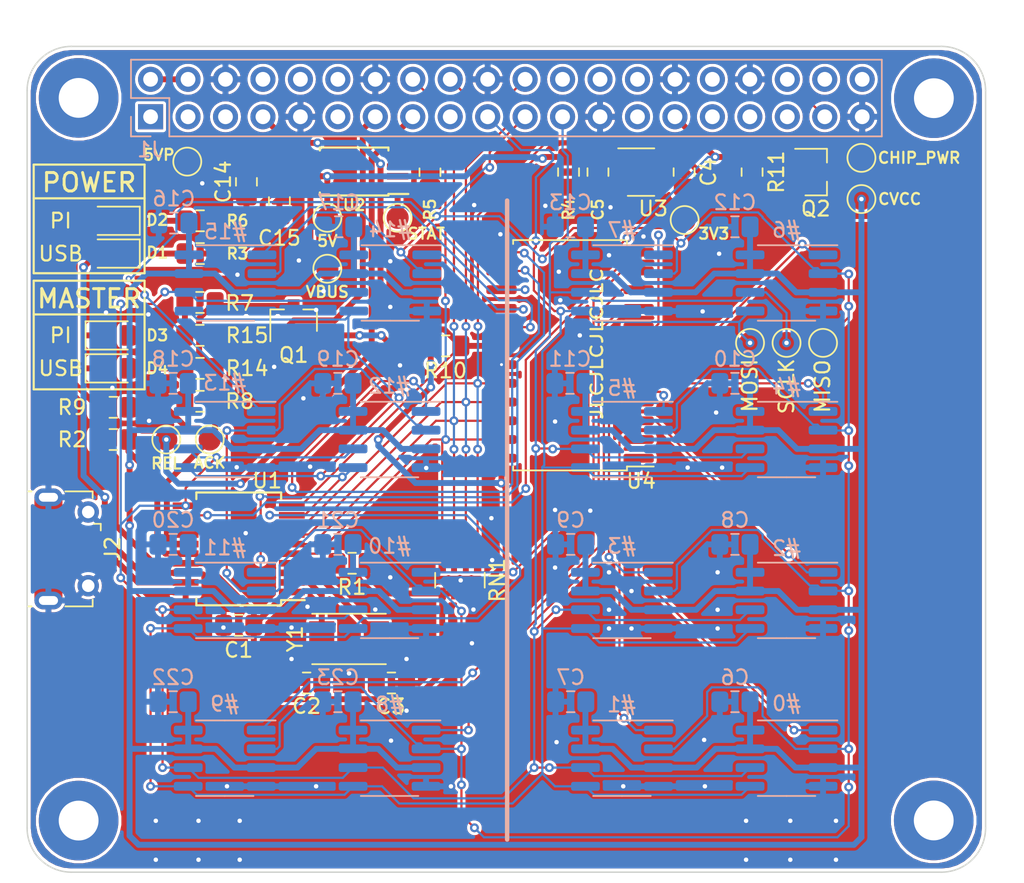
<source format=kicad_pcb>
(kicad_pcb (version 20171130) (host pcbnew 5.1.4)
  (layers (0 F.Cu signal) (31 B.Cu signal) (34 B.Paste user) (35 F.Paste user hide) (36 B.SilkS user) (37 F.SilkS user) (38 B.Mask user) (39 F.Mask user hide) (44 Edge.Cuts user))
  (net 0 "")
  (net 1 GND)
  (net 2 +3V3)
  (net 3 "Net-(C2-Pad1)")
  (net 4 "Net-(C3-Pad1)")
  (net 5 +5V)
  (net 6 "Net-(D1-Pad1)")
  (net 7 "Net-(J1-Pad1)")
  (net 8 +5VP)
  (net 9 "Net-(J1-Pad3)")
  (net 10 "Net-(J1-Pad5)")
  (net 11 "Net-(J1-Pad8)")
  (net 12 "Net-(J1-Pad10)")
  (net 13 "Net-(J1-Pad11)")
  (net 14 "Net-(J1-Pad12)")
  (net 15 /SPI_REL_ACK)
  (net 16 "Net-(J1-Pad17)")
  (net 17 /SPI_MOSI)
  (net 18 /SPI_MISO)
  (net 19 /SPI_SCLK)
  (net 20 "Net-(J1-Pad24)")
  (net 21 "Net-(J1-Pad26)")
  (net 22 "Net-(J1-Pad27)")
  (net 23 "Net-(J1-Pad28)")
  (net 24 "Net-(J1-Pad31)")
  (net 25 "Net-(J1-Pad32)")
  (net 26 "Net-(J1-Pad33)")
  (net 27 "Net-(J1-Pad35)")
  (net 28 "Net-(J1-Pad36)")
  (net 29 "Net-(J1-Pad38)")
  (net 30 "Net-(J1-Pad40)")
  (net 31 VBUS)
  (net 32 "Net-(J2-Pad2)")
  (net 33 "Net-(J2-Pad3)")
  (net 34 "Net-(J2-Pad4)")
  (net 35 "Net-(R1-Pad2)")
  (net 36 "Net-(R5-Pad1)")
  (net 37 "Net-(U1-Pad14)")
  (net 38 "Net-(U2-Pad2)")
  (net 39 "Net-(U3-Pad4)")
  (net 40 "Net-(H1-Pad1)")
  (net 41 "Net-(H2-Pad1)")
  (net 42 "Net-(H3-Pad1)")
  (net 43 "Net-(H4-Pad1)")
  (net 44 "Net-(D2-Pad1)")
  (net 45 /~SPI_RELEASE)
  (net 46 "Net-(R4-Pad2)")
  (net 47 "Net-(TP1-Pad1)")
  (net 48 "Net-(D3-Pad2)")
  (net 49 "Net-(D4-Pad2)")
  (net 50 /~CSEN)
  (net 51 /CSBIT0)
  (net 52 /CSBIT1)
  (net 53 /CSBIT2)
  (net 54 /CSBIT3)
  (net 55 /~CS15)
  (net 56 /~CS14)
  (net 57 /~CS13)
  (net 58 /~CS12)
  (net 59 /~CS11)
  (net 60 /~CS10)
  (net 61 /~CS9)
  (net 62 /~CS8)
  (net 63 /~CS7)
  (net 64 /~CS6)
  (net 65 /~CS5)
  (net 66 /~CS4)
  (net 67 /~CS3)
  (net 68 /~CS2)
  (net 69 /~CS1)
  (net 70 /~CS0)
  (net 71 "Net-(Q1-Pad3)")
  (net 72 /CHIP_PWR)
  (net 73 /CVCC)
  (module TestPoint:TestPoint_Pad_D1.5mm (layer F.Cu) (at 132.523 80.9244 90)
    (fp_text reference TP12 hide)
    (fp_text value MISO (at -2.9464 -0.0366 90) (layer F.SilkS))
    (pad 1 smd circle (at 0 0 90) (size 1.5 1.5) (layers F.Cu F.Mask) (net 18 /SPI_MISO))
  )
  (module TestPoint:TestPoint_Pad_D1.5mm (layer F.Cu) (at 127.573 80.9244 90)
    (fp_text reference TP11 hide)
    (fp_text value MOSI (at -2.8956 -0.0142 90) (layer F.SilkS))
    (pad 1 smd circle (at 0 0 90) (size 1.5 1.5) (layers F.Cu F.Mask) (net 17 /SPI_MOSI))
  )
  (module TestPoint:TestPoint_Pad_D1.5mm (layer F.Cu) (at 130.048 80.9244 90)
    (fp_text reference TP10 hide)
    (fp_text value SCLK (at -2.9464 0 270) (layer F.SilkS))
    (pad 1 smd circle (at 0 0 90) (size 1.5 1.5) (layers F.Cu F.Mask) (net 19 /SPI_SCLK))
  )
  (module Package_SO:SOIC-8_3.9x4.9mm_P1.27mm (layer B.Cu) (at 103.1256 109.09 180)
    (fp_text reference U20 hide)
    (fp_text value 25LCxxx)
    (fp_text user "#8" (at 0 3.6352) (layer B.SilkS) (effects (justify mirror)))
    (pad 1 smd roundrect (at -2.475 1.905 180) (size 1.95 0.6) (layers B.Cu B.Paste B.Mask) (net 62 /~CS8))
    (pad 2 smd roundrect (at -2.475 0.635 180) (size 1.95 0.6) (layers B.Cu B.Paste B.Mask) (net 18 /SPI_MISO))
    (pad 3 smd roundrect (at -2.475 -0.635 180) (size 1.95 0.6) (layers B.Cu B.Paste B.Mask) (net 73 /CVCC))
    (pad 4 smd roundrect (at -2.475 -1.905 180) (size 1.95 0.6) (layers B.Cu B.Paste B.Mask) (net 1 GND))
    (pad 5 smd roundrect (at 2.475 -1.905 180) (size 1.95 0.6) (layers B.Cu B.Paste B.Mask) (net 17 /SPI_MOSI))
    (pad 6 smd roundrect (at 2.475 -0.635 180) (size 1.95 0.6) (layers B.Cu B.Paste B.Mask) (net 19 /SPI_SCLK))
    (pad 7 smd roundrect (at 2.475 0.635 180) (size 1.95 0.6) (layers B.Cu B.Paste B.Mask) (net 73 /CVCC))
    (pad 8 smd roundrect (at 2.475 1.905 180) (size 1.95 0.6) (layers B.Cu B.Paste B.Mask) (net 73 /CVCC))
  )
  (module Package_SO:SOIC-8_3.9x4.9mm_P1.27mm (layer B.Cu) (at 91.948 109.09 180)
    (fp_text reference U19 hide)
    (fp_text value 25LCxxx)
    (fp_text user "#9" (at 0.0008 3.6804) (layer B.SilkS) (effects (justify mirror)))
    (pad 8 smd roundrect (at 2.475 1.905 180) (size 1.95 0.6) (layers B.Cu B.Paste B.Mask) (net 73 /CVCC))
    (pad 7 smd roundrect (at 2.475 0.635 180) (size 1.95 0.6) (layers B.Cu B.Paste B.Mask) (net 73 /CVCC))
    (pad 6 smd roundrect (at 2.475 -0.635 180) (size 1.95 0.6) (layers B.Cu B.Paste B.Mask) (net 19 /SPI_SCLK))
    (pad 5 smd roundrect (at 2.475 -1.905 180) (size 1.95 0.6) (layers B.Cu B.Paste B.Mask) (net 17 /SPI_MOSI))
    (pad 4 smd roundrect (at -2.475 -1.905 180) (size 1.95 0.6) (layers B.Cu B.Paste B.Mask) (net 1 GND))
    (pad 3 smd roundrect (at -2.475 -0.635 180) (size 1.95 0.6) (layers B.Cu B.Paste B.Mask) (net 73 /CVCC))
    (pad 2 smd roundrect (at -2.475 0.635 180) (size 1.95 0.6) (layers B.Cu B.Paste B.Mask) (net 18 /SPI_MISO))
    (pad 1 smd roundrect (at -2.475 1.905 180) (size 1.95 0.6) (layers B.Cu B.Paste B.Mask) (net 61 /~CS9))
  )
  (module Package_SO:SOIC-8_3.9x4.9mm_P1.27mm (layer B.Cu) (at 103.1256 98.3882 180)
    (fp_text reference U18 hide)
    (fp_text value 25LCxxx)
    (fp_text user "#10" (at -0.0016 3.686) (layer B.SilkS) (effects (justify mirror)))
    (pad 1 smd roundrect (at -2.475 1.905 180) (size 1.95 0.6) (layers B.Cu B.Paste B.Mask) (net 60 /~CS10))
    (pad 2 smd roundrect (at -2.475 0.635 180) (size 1.95 0.6) (layers B.Cu B.Paste B.Mask) (net 18 /SPI_MISO))
    (pad 3 smd roundrect (at -2.475 -0.635 180) (size 1.95 0.6) (layers B.Cu B.Paste B.Mask) (net 73 /CVCC))
    (pad 4 smd roundrect (at -2.475 -1.905 180) (size 1.95 0.6) (layers B.Cu B.Paste B.Mask) (net 1 GND))
    (pad 5 smd roundrect (at 2.475 -1.905 180) (size 1.95 0.6) (layers B.Cu B.Paste B.Mask) (net 17 /SPI_MOSI))
    (pad 6 smd roundrect (at 2.475 -0.635 180) (size 1.95 0.6) (layers B.Cu B.Paste B.Mask) (net 19 /SPI_SCLK))
    (pad 7 smd roundrect (at 2.475 0.635 180) (size 1.95 0.6) (layers B.Cu B.Paste B.Mask) (net 73 /CVCC))
    (pad 8 smd roundrect (at 2.475 1.905 180) (size 1.95 0.6) (layers B.Cu B.Paste B.Mask) (net 73 /CVCC))
  )
  (module Package_SO:SOIC-8_3.9x4.9mm_P1.27mm (layer B.Cu) (at 91.948 98.3882 180)
    (fp_text reference U17 hide)
    (fp_text value 25LCxxx)
    (fp_text user "#11" (at 0 3.5732) (layer B.SilkS) (effects (justify mirror)))
    (pad 8 smd roundrect (at 2.475 1.905 180) (size 1.95 0.6) (layers B.Cu B.Paste B.Mask) (net 73 /CVCC))
    (pad 7 smd roundrect (at 2.475 0.635 180) (size 1.95 0.6) (layers B.Cu B.Paste B.Mask) (net 73 /CVCC))
    (pad 6 smd roundrect (at 2.475 -0.635 180) (size 1.95 0.6) (layers B.Cu B.Paste B.Mask) (net 19 /SPI_SCLK))
    (pad 5 smd roundrect (at 2.475 -1.905 180) (size 1.95 0.6) (layers B.Cu B.Paste B.Mask) (net 17 /SPI_MOSI))
    (pad 4 smd roundrect (at -2.475 -1.905 180) (size 1.95 0.6) (layers B.Cu B.Paste B.Mask) (net 1 GND))
    (pad 3 smd roundrect (at -2.475 -0.635 180) (size 1.95 0.6) (layers B.Cu B.Paste B.Mask) (net 73 /CVCC))
    (pad 2 smd roundrect (at -2.475 0.635 180) (size 1.95 0.6) (layers B.Cu B.Paste B.Mask) (net 18 /SPI_MISO))
    (pad 1 smd roundrect (at -2.475 1.905 180) (size 1.95 0.6) (layers B.Cu B.Paste B.Mask) (net 59 /~CS11))
  )
  (module Package_SO:SOIC-8_3.9x4.9mm_P1.27mm (layer B.Cu) (at 103.1256 87.4776 180)
    (fp_text reference U16 hide)
    (fp_text value 25LCxxx)
    (fp_text user "#12" (at 0 3.6296) (layer B.SilkS) (effects (justify mirror)))
    (pad 1 smd roundrect (at -2.475 1.905 180) (size 1.95 0.6) (layers B.Cu B.Paste B.Mask) (net 58 /~CS12))
    (pad 2 smd roundrect (at -2.475 0.635 180) (size 1.95 0.6) (layers B.Cu B.Paste B.Mask) (net 18 /SPI_MISO))
    (pad 3 smd roundrect (at -2.475 -0.635 180) (size 1.95 0.6) (layers B.Cu B.Paste B.Mask) (net 73 /CVCC))
    (pad 4 smd roundrect (at -2.475 -1.905 180) (size 1.95 0.6) (layers B.Cu B.Paste B.Mask) (net 1 GND))
    (pad 5 smd roundrect (at 2.475 -1.905 180) (size 1.95 0.6) (layers B.Cu B.Paste B.Mask) (net 17 /SPI_MOSI))
    (pad 6 smd roundrect (at 2.475 -0.635 180) (size 1.95 0.6) (layers B.Cu B.Paste B.Mask) (net 19 /SPI_SCLK))
    (pad 7 smd roundrect (at 2.475 0.635 180) (size 1.95 0.6) (layers B.Cu B.Paste B.Mask) (net 73 /CVCC))
    (pad 8 smd roundrect (at 2.475 1.905 180) (size 1.95 0.6) (layers B.Cu B.Paste B.Mask) (net 73 /CVCC))
  )
  (module Package_SO:SOIC-8_3.9x4.9mm_P1.27mm (layer B.Cu) (at 91.948 87.4776 180)
    (fp_text reference U15 hide)
    (fp_text value 25LCxxx)
    (fp_text user "#13" (at 0 3.8384) (layer B.SilkS) (effects (justify mirror)))
    (pad 8 smd roundrect (at 2.475 1.905 180) (size 1.95 0.6) (layers B.Cu B.Paste B.Mask) (net 73 /CVCC))
    (pad 7 smd roundrect (at 2.475 0.635 180) (size 1.95 0.6) (layers B.Cu B.Paste B.Mask) (net 73 /CVCC))
    (pad 6 smd roundrect (at 2.475 -0.635 180) (size 1.95 0.6) (layers B.Cu B.Paste B.Mask) (net 19 /SPI_SCLK))
    (pad 5 smd roundrect (at 2.475 -1.905 180) (size 1.95 0.6) (layers B.Cu B.Paste B.Mask) (net 17 /SPI_MOSI))
    (pad 4 smd roundrect (at -2.475 -1.905 180) (size 1.95 0.6) (layers B.Cu B.Paste B.Mask) (net 1 GND))
    (pad 3 smd roundrect (at -2.475 -0.635 180) (size 1.95 0.6) (layers B.Cu B.Paste B.Mask) (net 73 /CVCC))
    (pad 2 smd roundrect (at -2.475 0.635 180) (size 1.95 0.6) (layers B.Cu B.Paste B.Mask) (net 18 /SPI_MISO))
    (pad 1 smd roundrect (at -2.475 1.905 180) (size 1.95 0.6) (layers B.Cu B.Paste B.Mask) (net 57 /~CS13))
  )
  (module Package_SO:SOIC-8_3.9x4.9mm_P1.27mm (layer B.Cu) (at 103.1764 76.8604 180)
    (fp_text reference U14 hide)
    (fp_text value 25LCxxx)
    (fp_text user "#14" (at -0.0016 3.624) (layer B.SilkS) (effects (justify mirror)))
    (pad 1 smd roundrect (at -2.475 1.905 180) (size 1.95 0.6) (layers B.Cu B.Paste B.Mask) (net 56 /~CS14))
    (pad 2 smd roundrect (at -2.475 0.635 180) (size 1.95 0.6) (layers B.Cu B.Paste B.Mask) (net 18 /SPI_MISO))
    (pad 3 smd roundrect (at -2.475 -0.635 180) (size 1.95 0.6) (layers B.Cu B.Paste B.Mask) (net 73 /CVCC))
    (pad 4 smd roundrect (at -2.475 -1.905 180) (size 1.95 0.6) (layers B.Cu B.Paste B.Mask) (net 1 GND))
    (pad 5 smd roundrect (at 2.475 -1.905 180) (size 1.95 0.6) (layers B.Cu B.Paste B.Mask) (net 17 /SPI_MOSI))
    (pad 6 smd roundrect (at 2.475 -0.635 180) (size 1.95 0.6) (layers B.Cu B.Paste B.Mask) (net 19 /SPI_SCLK))
    (pad 7 smd roundrect (at 2.475 0.635 180) (size 1.95 0.6) (layers B.Cu B.Paste B.Mask) (net 73 /CVCC))
    (pad 8 smd roundrect (at 2.475 1.905 180) (size 1.95 0.6) (layers B.Cu B.Paste B.Mask) (net 73 /CVCC))
  )
  (module Package_SO:SOIC-8_3.9x4.9mm_P1.27mm (layer B.Cu) (at 91.9988 76.8604 180)
    (fp_text reference U13 hide)
    (fp_text value 25LCxxx)
    (fp_text user "#15" (at 0 3.4772) (layer B.SilkS) (effects (justify mirror)))
    (pad 1 smd roundrect (at -2.475 1.905 180) (size 1.95 0.6) (layers B.Cu B.Paste B.Mask) (net 55 /~CS15))
    (pad 2 smd roundrect (at -2.475 0.635 180) (size 1.95 0.6) (layers B.Cu B.Paste B.Mask) (net 18 /SPI_MISO))
    (pad 3 smd roundrect (at -2.475 -0.635 180) (size 1.95 0.6) (layers B.Cu B.Paste B.Mask) (net 73 /CVCC))
    (pad 4 smd roundrect (at -2.475 -1.905 180) (size 1.95 0.6) (layers B.Cu B.Paste B.Mask) (net 1 GND))
    (pad 5 smd roundrect (at 2.475 -1.905 180) (size 1.95 0.6) (layers B.Cu B.Paste B.Mask) (net 17 /SPI_MOSI))
    (pad 6 smd roundrect (at 2.475 -0.635 180) (size 1.95 0.6) (layers B.Cu B.Paste B.Mask) (net 19 /SPI_SCLK))
    (pad 7 smd roundrect (at 2.475 0.635 180) (size 1.95 0.6) (layers B.Cu B.Paste B.Mask) (net 73 /CVCC))
    (pad 8 smd roundrect (at 2.475 1.905 180) (size 1.95 0.6) (layers B.Cu B.Paste B.Mask) (net 73 /CVCC))
  )
  (module Capacitor_SMD:C_0805_2012Metric_Pad1.15x1.40mm_HandSolder (layer B.Cu) (at 99.6256 105.2576 180)
    (fp_text reference C23 (at 0 1.65) (layer B.SilkS) (effects (justify mirror)))
    (fp_text value 100n)
    (pad 2 smd roundrect (at 1.025 0 180) (size 1.15 1.4) (layers B.Cu B.Paste B.Mask) (roundrect_rratio 0.217391) (net 1 GND))
    (pad 1 smd roundrect (at -1.025 0 180) (size 1.15 1.4) (layers B.Cu B.Paste B.Mask) (roundrect_rratio 0.217391) (net 73 /CVCC))
  )
  (module Capacitor_SMD:C_0805_2012Metric_Pad1.15x1.40mm_HandSolder (layer B.Cu) (at 88.448 105.2576 180)
    (fp_text reference C22 (at 0 1.65) (layer B.SilkS) (effects (justify mirror)))
    (fp_text value 100n)
    (pad 2 smd roundrect (at 1.025 0 180) (size 1.15 1.4) (layers B.Cu B.Paste B.Mask) (roundrect_rratio 0.217391) (net 1 GND))
    (pad 1 smd roundrect (at -1.025 0 180) (size 1.15 1.4) (layers B.Cu B.Paste B.Mask) (roundrect_rratio 0.217391) (net 73 /CVCC))
  )
  (module Capacitor_SMD:C_0805_2012Metric_Pad1.15x1.40mm_HandSolder (layer B.Cu) (at 99.6256 94.5896 180)
    (fp_text reference C21 (at 0 1.65) (layer B.SilkS) (effects (justify mirror)))
    (fp_text value 100n)
    (pad 2 smd roundrect (at 1.025 0 180) (size 1.15 1.4) (layers B.Cu B.Paste B.Mask) (roundrect_rratio 0.217391) (net 1 GND))
    (pad 1 smd roundrect (at -1.025 0 180) (size 1.15 1.4) (layers B.Cu B.Paste B.Mask) (roundrect_rratio 0.217391) (net 73 /CVCC))
  )
  (module Capacitor_SMD:C_0805_2012Metric_Pad1.15x1.40mm_HandSolder (layer B.Cu) (at 88.448 94.5896 180)
    (fp_text reference C20 (at 0 1.65) (layer B.SilkS) (effects (justify mirror)))
    (fp_text value 100n)
    (pad 2 smd roundrect (at 1.025 0 180) (size 1.15 1.4) (layers B.Cu B.Paste B.Mask) (roundrect_rratio 0.217391) (net 1 GND))
    (pad 1 smd roundrect (at -1.025 0 180) (size 1.15 1.4) (layers B.Cu B.Paste B.Mask) (roundrect_rratio 0.217391) (net 73 /CVCC))
  )
  (module Capacitor_SMD:C_0805_2012Metric_Pad1.15x1.40mm_HandSolder (layer B.Cu) (at 99.6256 83.6676 180)
    (fp_text reference C19 (at 0 1.65) (layer B.SilkS) (effects (justify mirror)))
    (fp_text value 100n)
    (pad 2 smd roundrect (at 1.025 0 180) (size 1.15 1.4) (layers B.Cu B.Paste B.Mask) (roundrect_rratio 0.217391) (net 1 GND))
    (pad 1 smd roundrect (at -1.025 0 180) (size 1.15 1.4) (layers B.Cu B.Paste B.Mask) (roundrect_rratio 0.217391) (net 73 /CVCC))
  )
  (module Capacitor_SMD:C_0805_2012Metric_Pad1.15x1.40mm_HandSolder (layer B.Cu) (at 88.448 83.6676 180)
    (fp_text reference C18 (at 0 1.65) (layer B.SilkS) (effects (justify mirror)))
    (fp_text value 100n)
    (pad 2 smd roundrect (at 1.025 0 180) (size 1.15 1.4) (layers B.Cu B.Paste B.Mask) (roundrect_rratio 0.217391) (net 1 GND))
    (pad 1 smd roundrect (at -1.025 0 180) (size 1.15 1.4) (layers B.Cu B.Paste B.Mask) (roundrect_rratio 0.217391) (net 73 /CVCC))
  )
  (module Capacitor_SMD:C_0805_2012Metric_Pad1.15x1.40mm_HandSolder (layer B.Cu) (at 99.6764 73.0504 180)
    (fp_text reference C17 (at 0 1.65) (layer B.SilkS) (effects (justify mirror)))
    (fp_text value 100n)
    (pad 2 smd roundrect (at 1.025 0 180) (size 1.15 1.4) (layers B.Cu B.Paste B.Mask) (roundrect_rratio 0.217391) (net 1 GND))
    (pad 1 smd roundrect (at -1.025 0 180) (size 1.15 1.4) (layers B.Cu B.Paste B.Mask) (roundrect_rratio 0.217391) (net 73 /CVCC))
  )
  (module Capacitor_SMD:C_0805_2012Metric_Pad1.15x1.40mm_HandSolder (layer B.Cu) (at 88.4988 72.7964 180)
    (fp_text reference C16 (at 0 1.65) (layer B.SilkS) (effects (justify mirror)))
    (fp_text value 100n)
    (pad 2 smd roundrect (at 1.025 0 180) (size 1.15 1.4) (layers B.Cu B.Paste B.Mask) (roundrect_rratio 0.217391) (net 1 GND))
    (pad 1 smd roundrect (at -1.025 0 180) (size 1.15 1.4) (layers B.Cu B.Paste B.Mask) (roundrect_rratio 0.217391) (net 73 /CVCC))
  )
  (module TestPoint:TestPoint_Pad_D1.5mm (layer F.Cu) (at 135.128 71.1708)
    (fp_text reference TP9 hide)
    (fp_text value CVCC (at 2.5908 0) (layer F.SilkS) (effects (font (size 0.75 0.75))))
    (pad 1 smd circle (at 0 0) (size 1.5 1.5) (layers F.Cu F.Mask) (net 73 /CVCC))
  )
  (module TestPoint:TestPoint_Pad_D1.5mm (layer F.Cu) (at 135.128 68.3768)
    (fp_text reference TP8 hide)
    (fp_text value CHIP_PWR (at 3.9116 0) (layer F.SilkS) (effects (font (size 0.75 0.75))))
    (pad 1 smd circle (at 0 0) (size 1.5 1.5) (layers F.Cu F.Mask) (net 72 /CHIP_PWR))
  )
  (module Package_TO_SOT_SMD:SOT-23 (layer F.Cu) (at 132.0292 69.342)
    (fp_text reference Q2 (at 0 2.4892) (layer F.SilkS))
    (fp_text value BSS84)
    (pad 3 smd rect (at 1 0) (size 0.9 0.8) (layers F.Cu F.Paste F.Mask) (net 73 /CVCC))
    (pad 2 smd rect (at -1 0.95) (size 0.9 0.8) (layers F.Cu F.Paste F.Mask) (net 2 +3V3))
    (pad 1 smd rect (at -1 -0.95) (size 0.9 0.8) (layers F.Cu F.Paste F.Mask) (net 72 /CHIP_PWR))
  )
  (module Package_TO_SOT_SMD:SOT-23 (layer F.Cu) (at 96.6216 79.4164 90)
    (fp_text reference Q1 (at -2.3368 0 180) (layer F.SilkS))
    (fp_text value BSS84)
    (pad 3 smd rect (at 1 0 90) (size 0.9 0.8) (layers F.Cu F.Paste F.Mask) (net 71 "Net-(Q1-Pad3)"))
    (pad 2 smd rect (at -1 0.95 90) (size 0.9 0.8) (layers F.Cu F.Paste F.Mask) (net 2 +3V3))
    (pad 1 smd rect (at -1 -0.95 90) (size 0.9 0.8) (layers F.Cu F.Paste F.Mask) (net 15 /SPI_REL_ACK))
  )
  (module Capacitor_SMD:C_0805_2012Metric_Pad1.15x1.40mm_HandSolder (layer F.Cu) (at 127.7112 69.342 270)
    (fp_text reference R11 (at 0 -1.65 90) (layer F.SilkS))
    (fp_text value 10k)
    (pad 2 smd roundrect (at 1.025 0 270) (size 1.15 1.4) (layers F.Cu F.Paste F.Mask) (roundrect_rratio 0.217391) (net 2 +3V3))
    (pad 1 smd roundrect (at -1.025 0 270) (size 1.15 1.4) (layers F.Cu F.Paste F.Mask) (roundrect_rratio 0.217391) (net 72 /CHIP_PWR))
  )
  (module Package_SO:SOIC-8_3.9x4.9mm_P1.27mm (layer B.Cu) (at 118.8862 76.8604 180)
    (fp_text reference U12 hide)
    (fp_text value 25LCxxx)
    (fp_text user "#7" (at 0 3.577401) (layer B.SilkS) (effects (justify mirror)))
    (pad 1 smd roundrect (at -2.475 1.905 180) (size 1.95 0.6) (layers B.Cu B.Paste B.Mask) (net 63 /~CS7))
    (pad 2 smd roundrect (at -2.475 0.635 180) (size 1.95 0.6) (layers B.Cu B.Paste B.Mask) (net 18 /SPI_MISO))
    (pad 3 smd roundrect (at -2.475 -0.635 180) (size 1.95 0.6) (layers B.Cu B.Paste B.Mask) (net 73 /CVCC))
    (pad 4 smd roundrect (at -2.475 -1.905 180) (size 1.95 0.6) (layers B.Cu B.Paste B.Mask) (net 1 GND))
    (pad 5 smd roundrect (at 2.475 -1.905 180) (size 1.95 0.6) (layers B.Cu B.Paste B.Mask) (net 17 /SPI_MOSI))
    (pad 6 smd roundrect (at 2.475 -0.635 180) (size 1.95 0.6) (layers B.Cu B.Paste B.Mask) (net 19 /SPI_SCLK))
    (pad 7 smd roundrect (at 2.475 0.635 180) (size 1.95 0.6) (layers B.Cu B.Paste B.Mask) (net 73 /CVCC))
    (pad 8 smd roundrect (at 2.475 1.905 180) (size 1.95 0.6) (layers B.Cu B.Paste B.Mask) (net 73 /CVCC))
  )
  (module Package_SO:SOIC-8_3.9x4.9mm_P1.27mm (layer B.Cu) (at 130.048 76.8604 180)
    (fp_text reference U11 hide)
    (fp_text value 25LCxxx)
    (fp_text user "#6" (at 0 3.588601) (layer B.SilkS) (effects (justify mirror)))
    (pad 8 smd roundrect (at 2.475 1.905 180) (size 1.95 0.6) (layers B.Cu B.Paste B.Mask) (net 73 /CVCC))
    (pad 7 smd roundrect (at 2.475 0.635 180) (size 1.95 0.6) (layers B.Cu B.Paste B.Mask) (net 73 /CVCC))
    (pad 6 smd roundrect (at 2.475 -0.635 180) (size 1.95 0.6) (layers B.Cu B.Paste B.Mask) (net 19 /SPI_SCLK))
    (pad 5 smd roundrect (at 2.475 -1.905 180) (size 1.95 0.6) (layers B.Cu B.Paste B.Mask) (net 17 /SPI_MOSI))
    (pad 4 smd roundrect (at -2.475 -1.905 180) (size 1.95 0.6) (layers B.Cu B.Paste B.Mask) (net 1 GND))
    (pad 3 smd roundrect (at -2.475 -0.635 180) (size 1.95 0.6) (layers B.Cu B.Paste B.Mask) (net 73 /CVCC))
    (pad 2 smd roundrect (at -2.475 0.635 180) (size 1.95 0.6) (layers B.Cu B.Paste B.Mask) (net 18 /SPI_MISO))
    (pad 1 smd roundrect (at -2.475 1.905 180) (size 1.95 0.6) (layers B.Cu B.Paste B.Mask) (net 64 /~CS6))
  )
  (module Package_SO:SOIC-8_3.9x4.9mm_P1.27mm (layer B.Cu) (at 118.8862 87.4776 180)
    (fp_text reference U10 hide)
    (fp_text value 25LCxxx)
    (fp_text user "#5" (at 0 3.481401) (layer B.SilkS) (effects (justify mirror)))
    (pad 8 smd roundrect (at 2.475 1.905 180) (size 1.95 0.6) (layers B.Cu B.Paste B.Mask) (net 73 /CVCC))
    (pad 7 smd roundrect (at 2.475 0.635 180) (size 1.95 0.6) (layers B.Cu B.Paste B.Mask) (net 73 /CVCC))
    (pad 6 smd roundrect (at 2.475 -0.635 180) (size 1.95 0.6) (layers B.Cu B.Paste B.Mask) (net 19 /SPI_SCLK))
    (pad 5 smd roundrect (at 2.475 -1.905 180) (size 1.95 0.6) (layers B.Cu B.Paste B.Mask) (net 17 /SPI_MOSI))
    (pad 4 smd roundrect (at -2.475 -1.905 180) (size 1.95 0.6) (layers B.Cu B.Paste B.Mask) (net 1 GND))
    (pad 3 smd roundrect (at -2.475 -0.635 180) (size 1.95 0.6) (layers B.Cu B.Paste B.Mask) (net 73 /CVCC))
    (pad 2 smd roundrect (at -2.475 0.635 180) (size 1.95 0.6) (layers B.Cu B.Paste B.Mask) (net 18 /SPI_MISO))
    (pad 1 smd roundrect (at -2.475 1.905 180) (size 1.95 0.6) (layers B.Cu B.Paste B.Mask) (net 65 /~CS5))
  )
  (module Package_SO:SOIC-8_3.9x4.9mm_P1.27mm (layer B.Cu) (at 130.048 87.4776 180)
    (fp_text reference U9 hide)
    (fp_text value 25LCxxx)
    (fp_text user "#4" (at 0 3.5814) (layer B.SilkS) (effects (justify mirror)))
    (pad 8 smd roundrect (at 2.475 1.905 180) (size 1.95 0.6) (layers B.Cu B.Paste B.Mask) (net 73 /CVCC))
    (pad 7 smd roundrect (at 2.475 0.635 180) (size 1.95 0.6) (layers B.Cu B.Paste B.Mask) (net 73 /CVCC))
    (pad 6 smd roundrect (at 2.475 -0.635 180) (size 1.95 0.6) (layers B.Cu B.Paste B.Mask) (net 19 /SPI_SCLK))
    (pad 5 smd roundrect (at 2.475 -1.905 180) (size 1.95 0.6) (layers B.Cu B.Paste B.Mask) (net 17 /SPI_MOSI))
    (pad 4 smd roundrect (at -2.475 -1.905 180) (size 1.95 0.6) (layers B.Cu B.Paste B.Mask) (net 1 GND))
    (pad 3 smd roundrect (at -2.475 -0.635 180) (size 1.95 0.6) (layers B.Cu B.Paste B.Mask) (net 73 /CVCC))
    (pad 2 smd roundrect (at -2.475 0.635 180) (size 1.95 0.6) (layers B.Cu B.Paste B.Mask) (net 18 /SPI_MISO))
    (pad 1 smd roundrect (at -2.475 1.905 180) (size 1.95 0.6) (layers B.Cu B.Paste B.Mask) (net 66 /~CS4))
  )
  (module Package_SO:SOIC-8_3.9x4.9mm_P1.27mm (layer B.Cu) (at 118.8862 98.3882 180)
    (fp_text reference U8 hide)
    (fp_text value 25LCxxx)
    (fp_text user "#3" (at 0.0142 3.683) (layer B.SilkS) (effects (justify mirror)))
    (pad 8 smd roundrect (at 2.475 1.905 180) (size 1.95 0.6) (layers B.Cu B.Paste B.Mask) (net 73 /CVCC))
    (pad 7 smd roundrect (at 2.475 0.635 180) (size 1.95 0.6) (layers B.Cu B.Paste B.Mask) (net 73 /CVCC))
    (pad 6 smd roundrect (at 2.475 -0.635 180) (size 1.95 0.6) (layers B.Cu B.Paste B.Mask) (net 19 /SPI_SCLK))
    (pad 5 smd roundrect (at 2.475 -1.905 180) (size 1.95 0.6) (layers B.Cu B.Paste B.Mask) (net 17 /SPI_MOSI))
    (pad 4 smd roundrect (at -2.475 -1.905 180) (size 1.95 0.6) (layers B.Cu B.Paste B.Mask) (net 1 GND))
    (pad 3 smd roundrect (at -2.475 -0.635 180) (size 1.95 0.6) (layers B.Cu B.Paste B.Mask) (net 73 /CVCC))
    (pad 2 smd roundrect (at -2.475 0.635 180) (size 1.95 0.6) (layers B.Cu B.Paste B.Mask) (net 18 /SPI_MISO))
    (pad 1 smd roundrect (at -2.475 1.905 180) (size 1.95 0.6) (layers B.Cu B.Paste B.Mask) (net 67 /~CS3))
  )
  (module Package_SO:SOIC-8_3.9x4.9mm_P1.27mm (layer B.Cu) (at 130.048 98.3882 180)
    (fp_text reference U7 hide)
    (fp_text value 25LCxxx)
    (fp_text user "#2" (at 0 3.5306) (layer B.SilkS) (effects (justify mirror)))
    (pad 8 smd roundrect (at 2.475 1.905 180) (size 1.95 0.6) (layers B.Cu B.Paste B.Mask) (net 73 /CVCC))
    (pad 7 smd roundrect (at 2.475 0.635 180) (size 1.95 0.6) (layers B.Cu B.Paste B.Mask) (net 73 /CVCC))
    (pad 6 smd roundrect (at 2.475 -0.635 180) (size 1.95 0.6) (layers B.Cu B.Paste B.Mask) (net 19 /SPI_SCLK))
    (pad 5 smd roundrect (at 2.475 -1.905 180) (size 1.95 0.6) (layers B.Cu B.Paste B.Mask) (net 17 /SPI_MOSI))
    (pad 4 smd roundrect (at -2.475 -1.905 180) (size 1.95 0.6) (layers B.Cu B.Paste B.Mask) (net 1 GND))
    (pad 3 smd roundrect (at -2.475 -0.635 180) (size 1.95 0.6) (layers B.Cu B.Paste B.Mask) (net 73 /CVCC))
    (pad 2 smd roundrect (at -2.475 0.635 180) (size 1.95 0.6) (layers B.Cu B.Paste B.Mask) (net 18 /SPI_MISO))
    (pad 1 smd roundrect (at -2.475 1.905 180) (size 1.95 0.6) (layers B.Cu B.Paste B.Mask) (net 68 /~CS2))
  )
  (module Package_SO:SOIC-8_3.9x4.9mm_P1.27mm (layer B.Cu) (at 118.8862 109.09 180)
    (fp_text reference U6 hide)
    (fp_text value 25LCxxx)
    (fp_text user "#1" (at 0.0366 3.6322) (layer B.SilkS) (effects (justify mirror)))
    (pad 8 smd roundrect (at 2.475 1.905 180) (size 1.95 0.6) (layers B.Cu B.Paste B.Mask) (net 73 /CVCC))
    (pad 7 smd roundrect (at 2.475 0.635 180) (size 1.95 0.6) (layers B.Cu B.Paste B.Mask) (net 73 /CVCC))
    (pad 6 smd roundrect (at 2.475 -0.635 180) (size 1.95 0.6) (layers B.Cu B.Paste B.Mask) (net 19 /SPI_SCLK))
    (pad 5 smd roundrect (at 2.475 -1.905 180) (size 1.95 0.6) (layers B.Cu B.Paste B.Mask) (net 17 /SPI_MOSI))
    (pad 4 smd roundrect (at -2.475 -1.905 180) (size 1.95 0.6) (layers B.Cu B.Paste B.Mask) (net 1 GND))
    (pad 3 smd roundrect (at -2.475 -0.635 180) (size 1.95 0.6) (layers B.Cu B.Paste B.Mask) (net 73 /CVCC))
    (pad 2 smd roundrect (at -2.475 0.635 180) (size 1.95 0.6) (layers B.Cu B.Paste B.Mask) (net 18 /SPI_MISO))
    (pad 1 smd roundrect (at -2.475 1.905 180) (size 1.95 0.6) (layers B.Cu B.Paste B.Mask) (net 69 /~CS1))
  )
  (module Capacitor_SMD:C_0805_2012Metric_Pad1.15x1.40mm_HandSolder (layer B.Cu) (at 115.3862 73.0504 180)
    (fp_text reference C13 (at 0 1.65) (layer B.SilkS) (effects (justify mirror)))
    (fp_text value 100n)
    (pad 1 smd roundrect (at -1.025 0 180) (size 1.15 1.4) (layers B.Cu B.Paste B.Mask) (roundrect_rratio 0.217391) (net 73 /CVCC))
    (pad 2 smd roundrect (at 1.025 0 180) (size 1.15 1.4) (layers B.Cu B.Paste B.Mask) (roundrect_rratio 0.217391) (net 1 GND))
  )
  (module Capacitor_SMD:C_0805_2012Metric_Pad1.15x1.40mm_HandSolder (layer B.Cu) (at 126.548 73.0504 180)
    (fp_text reference C12 (at 0 1.65) (layer B.SilkS) (effects (justify mirror)))
    (fp_text value 100n)
    (pad 2 smd roundrect (at 1.025 0 180) (size 1.15 1.4) (layers B.Cu B.Paste B.Mask) (roundrect_rratio 0.217391) (net 1 GND))
    (pad 1 smd roundrect (at -1.025 0 180) (size 1.15 1.4) (layers B.Cu B.Paste B.Mask) (roundrect_rratio 0.217391) (net 73 /CVCC))
  )
  (module Capacitor_SMD:C_0805_2012Metric_Pad1.15x1.40mm_HandSolder (layer B.Cu) (at 115.3578 83.6676 180)
    (fp_text reference C11 (at 0 1.65) (layer B.SilkS) (effects (justify mirror)))
    (fp_text value 100n)
    (pad 2 smd roundrect (at 1.025 0 180) (size 1.15 1.4) (layers B.Cu B.Paste B.Mask) (roundrect_rratio 0.217391) (net 1 GND))
    (pad 1 smd roundrect (at -1.025 0 180) (size 1.15 1.4) (layers B.Cu B.Paste B.Mask) (roundrect_rratio 0.217391) (net 73 /CVCC))
  )
  (module Capacitor_SMD:C_0805_2012Metric_Pad1.15x1.40mm_HandSolder (layer B.Cu) (at 126.548 83.6676 180)
    (fp_text reference C10 (at 0 1.65) (layer B.SilkS) (effects (justify mirror)))
    (fp_text value 100n)
    (pad 2 smd roundrect (at 1.025 0 180) (size 1.15 1.4) (layers B.Cu B.Paste B.Mask) (roundrect_rratio 0.217391) (net 1 GND))
    (pad 1 smd roundrect (at -1.025 0 180) (size 1.15 1.4) (layers B.Cu B.Paste B.Mask) (roundrect_rratio 0.217391) (net 73 /CVCC))
  )
  (module Capacitor_SMD:C_0805_2012Metric_Pad1.15x1.40mm_HandSolder (layer B.Cu) (at 115.4086 94.5896 180)
    (fp_text reference C9 (at 0 1.65) (layer B.SilkS) (effects (justify mirror)))
    (fp_text value 100n)
    (pad 2 smd roundrect (at 1.025 0 180) (size 1.15 1.4) (layers B.Cu B.Paste B.Mask) (roundrect_rratio 0.217391) (net 1 GND))
    (pad 1 smd roundrect (at -1.025 0 180) (size 1.15 1.4) (layers B.Cu B.Paste B.Mask) (roundrect_rratio 0.217391) (net 73 /CVCC))
  )
  (module Capacitor_SMD:C_0805_2012Metric_Pad1.15x1.40mm_HandSolder (layer B.Cu) (at 126.548 94.5896 180)
    (fp_text reference C8 (at 0 1.65) (layer B.SilkS) (effects (justify mirror)))
    (fp_text value 100n)
    (pad 2 smd roundrect (at 1.025 0 180) (size 1.15 1.4) (layers B.Cu B.Paste B.Mask) (roundrect_rratio 0.217391) (net 1 GND))
    (pad 1 smd roundrect (at -1.025 0 180) (size 1.15 1.4) (layers B.Cu B.Paste B.Mask) (roundrect_rratio 0.217391) (net 73 /CVCC))
  )
  (module Capacitor_SMD:C_0805_2012Metric_Pad1.15x1.40mm_HandSolder (layer B.Cu) (at 115.4086 105.2576 180)
    (fp_text reference C7 (at 0 1.65) (layer B.SilkS) (effects (justify mirror)))
    (fp_text value 100n)
    (pad 2 smd roundrect (at 1.025 0 180) (size 1.15 1.4) (layers B.Cu B.Paste B.Mask) (roundrect_rratio 0.217391) (net 1 GND))
    (pad 1 smd roundrect (at -1.025 0 180) (size 1.15 1.4) (layers B.Cu B.Paste B.Mask) (roundrect_rratio 0.217391) (net 73 /CVCC))
  )
  (module Capacitor_SMD:C_0805_2012Metric_Pad1.15x1.40mm_HandSolder (layer F.Cu) (at 90.2716 82.6516)
    (fp_text reference R14 (at 3.1914 0) (layer F.SilkS))
    (fp_text value DNP)
    (pad 2 smd roundrect (at 1.025 0) (size 1.15 1.4) (layers F.Cu F.Paste F.Mask) (roundrect_rratio 0.217391) (net 71 "Net-(Q1-Pad3)"))
    (pad 1 smd roundrect (at -1.025 0) (size 1.15 1.4) (layers F.Cu F.Paste F.Mask) (roundrect_rratio 0.217391) (net 49 "Net-(D4-Pad2)"))
  )
  (module Capacitor_SMD:C_0805_2012Metric_Pad1.15x1.40mm_HandSolder (layer F.Cu) (at 90.2626 80.4164)
    (fp_text reference R15 (at 3.2004 0) (layer F.SilkS))
    (fp_text value DNP)
    (pad 2 smd roundrect (at 1.025 0) (size 1.15 1.4) (layers F.Cu F.Paste F.Mask) (roundrect_rratio 0.217391) (net 15 /SPI_REL_ACK))
    (pad 1 smd roundrect (at -1.025 0) (size 1.15 1.4) (layers F.Cu F.Paste F.Mask) (roundrect_rratio 0.217391) (net 48 "Net-(D3-Pad2)"))
  )
  (module Capacitor_SMD:C_0805_2012Metric_Pad1.15x1.40mm_HandSolder (layer F.Cu) (at 95.6564 71.301 270)
    (fp_text reference C15 (at 2.5114 0 180) (layer F.SilkS))
    (fp_text value 100n)
    (pad 2 smd roundrect (at 1.025 0 270) (size 1.15 1.4) (layers F.Cu F.Paste F.Mask) (roundrect_rratio 0.217391) (net 1 GND))
    (pad 1 smd roundrect (at -1.025 0 270) (size 1.15 1.4) (layers F.Cu F.Paste F.Mask) (roundrect_rratio 0.217391) (net 31 VBUS))
  )
  (module Capacitor_SMD:C_0805_2012Metric_Pad1.15x1.40mm_HandSolder (layer F.Cu) (at 93.4212 70.001 270)
    (fp_text reference C14 (at 0.0014 1.5748 90) (layer F.SilkS))
    (fp_text value 100n)
    (pad 2 smd roundrect (at 1.025 0 270) (size 1.15 1.4) (layers F.Cu F.Paste F.Mask) (roundrect_rratio 0.217391) (net 1 GND))
    (pad 1 smd roundrect (at -1.025 0 270) (size 1.15 1.4) (layers F.Cu F.Paste F.Mask) (roundrect_rratio 0.217391) (net 8 +5VP))
  )
  (module Capacitor_SMD:C_0805_2012Metric_Pad1.15x1.40mm_HandSolder (layer B.Cu) (at 126.548 105.2576 180)
    (fp_text reference C6 (at 0 1.65 180) (layer B.SilkS) (effects (justify mirror)))
    (fp_text value 100n)
    (pad 2 smd roundrect (at 1.025 0 180) (size 1.15 1.4) (layers B.Cu B.Paste B.Mask) (roundrect_rratio 0.217391) (net 1 GND))
    (pad 1 smd roundrect (at -1.025 0 180) (size 1.15 1.4) (layers B.Cu B.Paste B.Mask) (roundrect_rratio 0.217391) (net 73 /CVCC))
  )
  (module Package_SO:SOIC-8_3.9x4.9mm_P1.27mm (layer B.Cu) (at 130.048 109.09 180)
    (fp_text reference U5 hide)
    (fp_text value 25LCxxx)
    (fp_text user "#0" (at 0 3.7084) (layer B.SilkS) (effects (justify mirror)))
    (pad 8 smd roundrect (at 2.475 1.905 180) (size 1.95 0.6) (layers B.Cu B.Paste B.Mask) (net 73 /CVCC))
    (pad 7 smd roundrect (at 2.475 0.635 180) (size 1.95 0.6) (layers B.Cu B.Paste B.Mask) (net 73 /CVCC))
    (pad 6 smd roundrect (at 2.475 -0.635 180) (size 1.95 0.6) (layers B.Cu B.Paste B.Mask) (net 19 /SPI_SCLK))
    (pad 5 smd roundrect (at 2.475 -1.905 180) (size 1.95 0.6) (layers B.Cu B.Paste B.Mask) (net 17 /SPI_MOSI))
    (pad 4 smd roundrect (at -2.475 -1.905 180) (size 1.95 0.6) (layers B.Cu B.Paste B.Mask) (net 1 GND))
    (pad 3 smd roundrect (at -2.475 -0.635 180) (size 1.95 0.6) (layers B.Cu B.Paste B.Mask) (net 73 /CVCC))
    (pad 2 smd roundrect (at -2.475 0.635 180) (size 1.95 0.6) (layers B.Cu B.Paste B.Mask) (net 18 /SPI_MISO))
    (pad 1 smd roundrect (at -2.475 1.905 180) (size 1.95 0.6) (layers B.Cu B.Paste B.Mask) (net 70 /~CS0))
  )
  (module Connector_USB:USB_Micro-B_Molex-105017-0001 (layer F.Cu) (at 81.2292 94.8944 270)
    (fp_text reference J2 (at 0 -3.1125 90) (layer F.SilkS))
    (fp_text value USB_B_Micro)
    (pad 6 smd rect (at -2.9 1.2375 270) (size 1.2 1.9) (layers F.Cu F.Mask) (net 1 GND))
    (pad 6 smd rect (at 2.9 1.2375 270) (size 1.2 1.9) (layers F.Cu F.Mask) (net 1 GND))
    (pad 6 thru_hole oval (at 3.5 1.2375 270) (size 1.2 1.9) (drill oval 0.6 1.3) (layers *.Cu *.Mask) (net 1 GND))
    (pad 6 thru_hole oval (at -3.5 1.2375 90) (size 1.2 1.9) (drill oval 0.6 1.3) (layers *.Cu *.Mask) (net 1 GND))
    (pad 6 smd rect (at -1 1.2375 270) (size 1.5 1.9) (layers F.Cu F.Paste F.Mask) (net 1 GND))
    (pad 6 thru_hole circle (at 2.5 -1.4625 270) (size 1.45 1.45) (drill 0.85) (layers *.Cu *.Mask) (net 1 GND))
    (pad 3 smd rect (at 0 -1.4625 270) (size 0.4 1.35) (layers F.Cu F.Paste F.Mask) (net 33 "Net-(J2-Pad3)"))
    (pad 4 smd rect (at 0.65 -1.4625 270) (size 0.4 1.35) (layers F.Cu F.Paste F.Mask) (net 34 "Net-(J2-Pad4)"))
    (pad 5 smd rect (at 1.3 -1.4625 270) (size 0.4 1.35) (layers F.Cu F.Paste F.Mask) (net 1 GND))
    (pad 1 smd rect (at -1.3 -1.4625 270) (size 0.4 1.35) (layers F.Cu F.Paste F.Mask) (net 31 VBUS))
    (pad 2 smd rect (at -0.65 -1.4625 270) (size 0.4 1.35) (layers F.Cu F.Paste F.Mask) (net 32 "Net-(J2-Pad2)"))
    (pad 6 thru_hole circle (at -2.5 -1.4625 270) (size 1.45 1.45) (drill 0.85) (layers *.Cu *.Mask) (net 1 GND))
    (pad 6 smd rect (at 1 1.2375 270) (size 1.5 1.9) (layers F.Cu F.Paste F.Mask) (net 1 GND))
  )
  (module Capacitor_SMD:C_0805_2012Metric_Pad1.15x1.40mm_HandSolder (layer F.Cu) (at 90.2716 84.8868 180)
    (fp_text reference R8 (at -2.6924 0) (layer F.SilkS))
    (fp_text value 1k)
    (pad 2 smd roundrect (at 1.025 0 180) (size 1.15 1.4) (layers F.Cu F.Paste F.Mask) (roundrect_rratio 0.217391) (net 49 "Net-(D4-Pad2)"))
    (pad 1 smd roundrect (at -1.025 0 180) (size 1.15 1.4) (layers F.Cu F.Paste F.Mask) (roundrect_rratio 0.217391) (net 15 /SPI_REL_ACK))
  )
  (module Package_SO:SOIC-24W_7.5x15.4mm_P1.27mm (layer F.Cu) (at 115.3668 81.7626 180)
    (fp_text reference U4 (at -4.826 -8.5344) (layer F.SilkS))
    (fp_text value CD74HC154)
    (pad 24 smd roundrect (at 4.65 -6.985 180) (size 2.05 0.6) (layers F.Cu F.Paste F.Mask) (net 2 +3V3))
    (pad 23 smd roundrect (at 4.65 -5.715 180) (size 2.05 0.6) (layers F.Cu F.Paste F.Mask) (net 51 /CSBIT0))
    (pad 22 smd roundrect (at 4.65 -4.445 180) (size 2.05 0.6) (layers F.Cu F.Paste F.Mask) (net 52 /CSBIT1))
    (pad 21 smd roundrect (at 4.65 -3.175 180) (size 2.05 0.6) (layers F.Cu F.Paste F.Mask) (net 53 /CSBIT2))
    (pad 20 smd roundrect (at 4.65 -1.905 180) (size 2.05 0.6) (layers F.Cu F.Paste F.Mask) (net 54 /CSBIT3))
    (pad 19 smd roundrect (at 4.65 -0.635 180) (size 2.05 0.6) (layers F.Cu F.Paste F.Mask) (net 1 GND))
    (pad 18 smd roundrect (at 4.65 0.635 180) (size 2.05 0.6) (layers F.Cu F.Paste F.Mask) (net 50 /~CSEN))
    (pad 17 smd roundrect (at 4.65 1.905 180) (size 2.05 0.6) (layers F.Cu F.Paste F.Mask) (net 55 /~CS15))
    (pad 16 smd roundrect (at 4.65 3.175 180) (size 2.05 0.6) (layers F.Cu F.Paste F.Mask) (net 56 /~CS14))
    (pad 15 smd roundrect (at 4.65 4.445 180) (size 2.05 0.6) (layers F.Cu F.Paste F.Mask) (net 57 /~CS13))
    (pad 14 smd roundrect (at 4.65 5.715 180) (size 2.05 0.6) (layers F.Cu F.Paste F.Mask) (net 58 /~CS12))
    (pad 13 smd roundrect (at 4.65 6.985 180) (size 2.05 0.6) (layers F.Cu F.Paste F.Mask) (net 59 /~CS11))
    (pad 12 smd roundrect (at -4.65 6.985 180) (size 2.05 0.6) (layers F.Cu F.Paste F.Mask) (net 1 GND))
    (pad 11 smd roundrect (at -4.65 5.715 180) (size 2.05 0.6) (layers F.Cu F.Paste F.Mask) (net 60 /~CS10))
    (pad 10 smd roundrect (at -4.65 4.445 180) (size 2.05 0.6) (layers F.Cu F.Paste F.Mask) (net 61 /~CS9))
    (pad 9 smd roundrect (at -4.65 3.175 180) (size 2.05 0.6) (layers F.Cu F.Paste F.Mask) (net 62 /~CS8))
    (pad 8 smd roundrect (at -4.65 1.905 180) (size 2.05 0.6) (layers F.Cu F.Paste F.Mask) (net 63 /~CS7))
    (pad 7 smd roundrect (at -4.65 0.635 180) (size 2.05 0.6) (layers F.Cu F.Paste F.Mask) (net 64 /~CS6))
    (pad 6 smd roundrect (at -4.65 -0.635 180) (size 2.05 0.6) (layers F.Cu F.Paste F.Mask) (net 65 /~CS5))
    (pad 5 smd roundrect (at -4.65 -1.905 180) (size 2.05 0.6) (layers F.Cu F.Paste F.Mask) (net 66 /~CS4))
    (pad 4 smd roundrect (at -4.65 -3.175 180) (size 2.05 0.6) (layers F.Cu F.Paste F.Mask) (net 67 /~CS3))
    (pad 3 smd roundrect (at -4.65 -4.445 180) (size 2.05 0.6) (layers F.Cu F.Paste F.Mask) (net 68 /~CS2))
    (pad 2 smd roundrect (at -4.65 -5.715 180) (size 2.05 0.6) (layers F.Cu F.Paste F.Mask) (net 69 /~CS1))
    (pad 1 smd roundrect (at -4.65 -6.985 180) (size 2.05 0.6) (layers F.Cu F.Paste F.Mask) (net 70 /~CS0))
  )
  (module TestPoint:TestPoint_Pad_D1.5mm (layer F.Cu) (at 89.408 68.6308)
    (fp_text reference TP7 hide)
    (fp_text value 5VP (at -1.9304 -0.4572) (layer F.SilkS) (effects (font (size 0.75 0.75))))
    (pad 1 smd circle (at 0 0) (size 1.5 1.5) (layers F.Cu F.Mask) (net 8 +5VP))
  )
  (module TestPoint:TestPoint_Pad_D1.5mm (layer F.Cu) (at 98.9076 75.8952)
    (fp_text reference TP6 hide)
    (fp_text value VBUS (at 0 1.5748) (layer F.SilkS) (effects (font (size 0.75 0.75))))
    (pad 1 smd circle (at 0 0) (size 1.5 1.5) (layers F.Cu F.Mask) (net 31 VBUS))
  )
  (module Resistor_SMD:R_Array_Convex_4x0603 (layer F.Cu) (at 107.8992 97.0194 270)
    (fp_text reference RN1 (at 0 -2.54 90) (layer F.SilkS))
    (fp_text value 10k)
    (pad 5 smd rect (at 0.9 1.2 270) (size 0.8 0.5) (layers F.Cu F.Paste F.Mask) (net 2 +3V3))
    (pad 6 smd rect (at 0.9 0.4 270) (size 0.8 0.4) (layers F.Cu F.Paste F.Mask) (net 2 +3V3))
    (pad 8 smd rect (at 0.9 -1.2 270) (size 0.8 0.5) (layers F.Cu F.Paste F.Mask) (net 2 +3V3))
    (pad 7 smd rect (at 0.9 -0.4 270) (size 0.8 0.4) (layers F.Cu F.Paste F.Mask) (net 2 +3V3))
    (pad 4 smd rect (at -0.9 1.2 270) (size 0.8 0.5) (layers F.Cu F.Paste F.Mask) (net 51 /CSBIT0))
    (pad 2 smd rect (at -0.9 -0.4 270) (size 0.8 0.4) (layers F.Cu F.Paste F.Mask) (net 53 /CSBIT2))
    (pad 3 smd rect (at -0.9 0.4 270) (size 0.8 0.4) (layers F.Cu F.Paste F.Mask) (net 52 /CSBIT1))
    (pad 1 smd rect (at -0.9 -1.2 270) (size 0.8 0.5) (layers F.Cu F.Paste F.Mask) (net 54 /CSBIT3))
  )
  (module Capacitor_SMD:C_0805_2012Metric_Pad1.15x1.40mm_HandSolder (layer F.Cu) (at 106.934 81.1276)
    (fp_text reference R10 (at -0.009 1.6764) (layer F.SilkS))
    (fp_text value 10k)
    (pad 2 smd roundrect (at 1.025 0) (size 1.15 1.4) (layers F.Cu F.Paste F.Mask) (roundrect_rratio 0.217391) (net 50 /~CSEN))
    (pad 1 smd roundrect (at -1.025 0) (size 1.15 1.4) (layers F.Cu F.Paste F.Mask) (roundrect_rratio 0.217391) (net 2 +3V3))
  )
  (module TestPoint:TestPoint_Pad_D1.5mm (layer F.Cu) (at 90.932 87.4776)
    (fp_text reference TP5 hide)
    (fp_text value ACK (at 0 1.5748) (layer F.SilkS) (effects (font (size 0.75 0.75))))
    (pad 1 smd circle (at 0 0) (size 1.5 1.5) (layers F.Cu F.Mask) (net 15 /SPI_REL_ACK))
  )
  (module TestPoint:TestPoint_Pad_D1.5mm (layer F.Cu) (at 87.9856 87.4776)
    (fp_text reference TP4 hide)
    (fp_text value REL (at 0 1.6256) (layer F.SilkS) (effects (font (size 0.75 0.75))))
    (pad 1 smd circle (at 0 0) (size 1.5 1.5) (layers F.Cu F.Mask) (net 45 /~SPI_RELEASE))
  )
  (module Capacitor_SMD:C_0805_2012Metric_Pad1.15x1.40mm_HandSolder (layer F.Cu) (at 84.3955 85.2932)
    (fp_text reference R9 (at -2.803 0) (layer F.SilkS))
    (fp_text value 10k)
    (pad 2 smd roundrect (at 1.025 0) (size 1.15 1.4) (layers F.Cu F.Paste F.Mask) (roundrect_rratio 0.217391) (net 15 /SPI_REL_ACK))
    (pad 1 smd roundrect (at -1.025 0) (size 1.15 1.4) (layers F.Cu F.Paste F.Mask) (roundrect_rratio 0.217391) (net 2 +3V3))
  )
  (module LED_SMD:LED_0805_2012Metric_Pad1.15x1.40mm_HandSolder (layer F.Cu) (at 84.373 82.6516)
    (fp_text reference D4 (at 3.003 0) (layer F.SilkS) (effects (font (size 0.75 0.75))))
    (fp_text value USB (at -3.5502 0) (layer F.SilkS))
    (pad 2 smd roundrect (at 1.025 0) (size 1.15 1.4) (layers F.Cu F.Paste F.Mask) (roundrect_rratio 0.217391) (net 49 "Net-(D4-Pad2)"))
    (pad 1 smd roundrect (at -1.025 0) (size 1.15 1.4) (layers F.Cu F.Paste F.Mask) (roundrect_rratio 0.217391) (net 1 GND))
  )
  (module LED_SMD:LED_0805_2012Metric_Pad1.15x1.40mm_HandSolder (layer F.Cu) (at 84.328 74.8665 180)
    (fp_text reference D1 (at -3.048 0.06) (layer F.SilkS) (effects (font (size 0.75 0.75))))
    (fp_text value USB (at 3.5052 -0.0127) (layer F.SilkS))
    (pad 2 smd roundrect (at 1.025 0 180) (size 1.15 1.4) (layers F.Cu F.Paste F.Mask) (roundrect_rratio 0.217391) (net 31 VBUS))
    (pad 1 smd roundrect (at -1.025 0 180) (size 1.15 1.4) (layers F.Cu F.Paste F.Mask) (roundrect_rratio 0.217391) (net 6 "Net-(D1-Pad1)"))
  )
  (module LED_SMD:LED_0805_2012Metric_Pad1.15x1.40mm_HandSolder (layer F.Cu) (at 84.328 72.644 180)
    (fp_text reference D2 (at -3.048 0.06) (layer F.SilkS) (effects (font (size 0.75 0.75))))
    (fp_text value PI (at 3.5052 0) (layer F.SilkS))
    (pad 2 smd roundrect (at 1.025 0 180) (size 1.15 1.4) (layers F.Cu F.Paste F.Mask) (roundrect_rratio 0.217391) (net 8 +5VP))
    (pad 1 smd roundrect (at -1.025 0 180) (size 1.15 1.4) (layers F.Cu F.Paste F.Mask) (roundrect_rratio 0.217391) (net 44 "Net-(D2-Pad1)"))
  )
  (module LED_SMD:LED_0805_2012Metric_Pad1.15x1.40mm_HandSolder (layer F.Cu) (at 84.373 80.4164)
    (fp_text reference D3 (at 3.003 0) (layer F.SilkS) (effects (font (size 0.75 0.75))))
    (fp_text value PI (at -3.5502 0) (layer F.SilkS))
    (pad 2 smd roundrect (at 1.025 0) (size 1.15 1.4) (layers F.Cu F.Paste F.Mask) (roundrect_rratio 0.217391) (net 48 "Net-(D3-Pad2)"))
    (pad 1 smd roundrect (at -1.025 0) (size 1.15 1.4) (layers F.Cu F.Paste F.Mask) (roundrect_rratio 0.217391) (net 1 GND))
  )
  (module TestPoint:TestPoint_Pad_D1.5mm (layer F.Cu) (at 98.9076 72.4408)
    (fp_text reference TP3 hide)
    (fp_text value 5V (at 0 1.5748) (layer F.SilkS) (effects (font (size 0.75 0.75))))
    (pad 1 smd circle (at 0 0) (size 1.5 1.5) (layers F.Cu F.Mask) (net 5 +5V))
  )
  (module TestPoint:TestPoint_Pad_D1.5mm (layer F.Cu) (at 123.1392 72.5932)
    (fp_text reference TP2 hide)
    (fp_text value 3V3 (at 1.9812 0.9271) (layer F.SilkS) (effects (font (size 0.75 0.75))))
    (pad 1 smd circle (at 0 0) (size 1.5 1.5) (layers F.Cu F.Mask) (net 2 +3V3))
  )
  (module TestPoint:TestPoint_Pad_D1.5mm (layer F.Cu) (at 103.6737 72.4408)
    (fp_text reference TP1 hide)
    (fp_text value STAT (at 1.9395 1.0795) (layer F.SilkS) (effects (font (size 0.75 0.75))))
    (pad 1 smd circle (at 0 0) (size 1.5 1.5) (layers F.Cu F.Mask) (net 47 "Net-(TP1-Pad1)"))
  )
  (module Capacitor_SMD:C_0805_2012Metric_Pad1.15x1.40mm_HandSolder (layer F.Cu) (at 90.2716 78.1812 180)
    (fp_text reference R7 (at -2.6924 -0.0508) (layer F.SilkS))
    (fp_text value 1k)
    (pad 1 smd roundrect (at -1.025 0 180) (size 1.15 1.4) (layers F.Cu F.Paste F.Mask) (roundrect_rratio 0.217391) (net 71 "Net-(Q1-Pad3)"))
    (pad 2 smd roundrect (at 1.025 0 180) (size 1.15 1.4) (layers F.Cu F.Paste F.Mask) (roundrect_rratio 0.217391) (net 48 "Net-(D3-Pad2)"))
  )
  (module Capacitor_SMD:C_0805_2012Metric_Pad1.15x1.40mm_HandSolder (layer F.Cu) (at 90.2806 72.644 180)
    (fp_text reference R6 (at -2.531 0) (layer F.SilkS) (effects (font (size 0.75 0.75))))
    (fp_text value 1k)
    (pad 2 smd roundrect (at 1.025 0 180) (size 1.15 1.4) (layers F.Cu F.Paste F.Mask) (roundrect_rratio 0.217391) (net 44 "Net-(D2-Pad1)"))
    (pad 1 smd roundrect (at -1.025 0 180) (size 1.15 1.4) (layers F.Cu F.Paste F.Mask) (roundrect_rratio 0.217391) (net 1 GND))
  )
  (module MountingHole:MountingHole_2.7mm_M2.5_Pad (layer F.Cu) (at 140.03 113.31)
    (fp_text reference H4 hide)
    (fp_text value MountingHole hide)
    (pad 1 thru_hole circle (at 0 0) (size 5.4 5.4) (drill 2.7) (layers *.Cu *.Mask) (net 43 "Net-(H4-Pad1)"))
  )
  (module MountingHole:MountingHole_2.7mm_M2.5_Pad (layer F.Cu) (at 82.04 113.32)
    (fp_text reference H3 hide)
    (fp_text value MountingHole hide)
    (pad 1 thru_hole circle (at 0 0) (size 5.4 5.4) (drill 2.7) (layers *.Cu *.Mask) (net 42 "Net-(H3-Pad1)"))
  )
  (module MountingHole:MountingHole_2.7mm_M2.5_Pad (layer F.Cu) (at 140.04 64.33)
    (fp_text reference H2 hide)
    (fp_text value MountingHole hide)
    (pad 1 thru_hole circle (at 0 0) (size 5.4 5.4) (drill 2.7) (layers *.Cu *.Mask) (net 41 "Net-(H2-Pad1)"))
  )
  (module MountingHole:MountingHole_2.7mm_M2.5_Pad (layer F.Cu) (at 82.04 64.31)
    (fp_text reference H1 hide)
    (fp_text value MountingHole hide)
    (pad 1 thru_hole circle (at 0 0) (size 5.4 5.4) (drill 2.7) (layers *.Cu *.Mask) (net 40 "Net-(H1-Pad1)"))
  )
  (module Package_SO:TSSOP-8_4.4x3mm_P0.65mm (layer F.Cu) (at 100.7237 69.301 180)
    (fp_text reference U2 (at 0 -2.2762) (layer F.SilkS) (effects (font (size 0.75 0.75))))
    (fp_text value TPS2115APW)
    (pad 8 smd rect (at 2.95 -0.975 180) (size 1.45 0.45) (layers F.Cu F.Paste F.Mask) (net 31 VBUS))
    (pad 7 smd rect (at 2.95 -0.325 180) (size 1.45 0.45) (layers F.Cu F.Paste F.Mask) (net 5 +5V))
    (pad 6 smd rect (at 2.95 0.325 180) (size 1.45 0.45) (layers F.Cu F.Paste F.Mask) (net 8 +5VP))
    (pad 5 smd rect (at 2.95 0.975 180) (size 1.45 0.45) (layers F.Cu F.Paste F.Mask) (net 1 GND))
    (pad 4 smd rect (at -2.95 0.975 180) (size 1.45 0.45) (layers F.Cu F.Paste F.Mask) (net 36 "Net-(R5-Pad1)"))
    (pad 3 smd rect (at -2.95 0.325 180) (size 1.45 0.45) (layers F.Cu F.Paste F.Mask) (net 1 GND))
    (pad 2 smd rect (at -2.95 -0.325 180) (size 1.45 0.45) (layers F.Cu F.Paste F.Mask) (net 38 "Net-(U2-Pad2)"))
    (pad 1 smd rect (at -2.95 -0.975 180) (size 1.45 0.45) (layers F.Cu F.Paste F.Mask) (net 47 "Net-(TP1-Pad1)"))
  )
  (module Capacitor_SMD:C_0805_2012Metric_Pad1.15x1.40mm_HandSolder (layer F.Cu) (at 92.8974 100.076)
    (fp_text reference C1 (at -0.009 1.6764) (layer F.SilkS))
    (fp_text value 0.47µF)
    (pad 1 smd roundrect (at -1.025 0) (size 1.15 1.4) (layers F.Cu F.Paste F.Mask) (roundrect_rratio 0.217391) (net 1 GND))
    (pad 2 smd roundrect (at 1.025 0) (size 1.15 1.4) (layers F.Cu F.Paste F.Mask) (roundrect_rratio 0.217391) (net 2 +3V3))
  )
  (module Capacitor_SMD:C_0805_2012Metric_Pad1.15x1.40mm_HandSolder (layer F.Cu) (at 97.5023 103.9876 180)
    (fp_text reference C2 (at 0 -1.5748) (layer F.SilkS))
    (fp_text value 18pF)
    (pad 1 smd roundrect (at -1.025 0 180) (size 1.15 1.4) (layers F.Cu F.Paste F.Mask) (roundrect_rratio 0.217391) (net 3 "Net-(C2-Pad1)"))
    (pad 2 smd roundrect (at 1.025 0 180) (size 1.15 1.4) (layers F.Cu F.Paste F.Mask) (roundrect_rratio 0.217391) (net 1 GND))
  )
  (module Capacitor_SMD:C_0805_2012Metric_Pad1.15x1.40mm_HandSolder (layer F.Cu) (at 103.2523 103.9876)
    (fp_text reference C3 (at -0.0254 1.5925) (layer F.SilkS))
    (fp_text value 18pF)
    (pad 2 smd roundrect (at 1.025 0) (size 1.15 1.4) (layers F.Cu F.Paste F.Mask) (roundrect_rratio 0.217391) (net 1 GND))
    (pad 1 smd roundrect (at -1.025 0) (size 1.15 1.4) (layers F.Cu F.Paste F.Mask) (roundrect_rratio 0.217391) (net 4 "Net-(C3-Pad1)"))
  )
  (module Capacitor_SMD:C_0805_2012Metric_Pad1.15x1.40mm_HandSolder (layer F.Cu) (at 123.1011 69.342 270)
    (fp_text reference C4 (at 0 -1.65 90) (layer F.SilkS))
    (fp_text value 1µF)
    (pad 2 smd roundrect (at 1.025 0 270) (size 1.15 1.4) (layers F.Cu F.Paste F.Mask) (roundrect_rratio 0.217391) (net 1 GND))
    (pad 1 smd roundrect (at -1.025 0 270) (size 1.15 1.4) (layers F.Cu F.Paste F.Mask) (roundrect_rratio 0.217391) (net 2 +3V3))
  )
  (module Capacitor_SMD:C_0805_2012Metric_Pad1.15x1.40mm_HandSolder (layer F.Cu) (at 117.2591 69.342 90)
    (fp_text reference C5 (at -2.54 -0.0127 90) (layer F.SilkS) (effects (font (size 0.75 0.75))))
    (fp_text value 1µF)
    (pad 1 smd roundrect (at -1.025 0 90) (size 1.15 1.4) (layers F.Cu F.Paste F.Mask) (roundrect_rratio 0.217391) (net 1 GND))
    (pad 2 smd roundrect (at 1.025 0 90) (size 1.15 1.4) (layers F.Cu F.Paste F.Mask) (roundrect_rratio 0.217391) (net 5 +5V))
  )
  (module Connector_PinSocket_2.54mm:PinSocket_2x20_P2.54mm_Vertical (layer B.Cu) (at 86.92 65.59 270)
    (fp_text reference J1 (at 2.228 0.052 180) (layer B.SilkS) (effects (justify mirror)))
    (fp_text value Raspberry_Pi_2_3)
    (pad 1 thru_hole rect (at 0 0 270) (size 1.7 1.7) (drill 1) (layers *.Cu *.Mask) (net 7 "Net-(J1-Pad1)"))
    (pad 2 thru_hole oval (at -2.54 0 270) (size 1.7 1.7) (drill 1) (layers *.Cu *.Mask) (net 8 +5VP))
    (pad 3 thru_hole oval (at 0 -2.54 270) (size 1.7 1.7) (drill 1) (layers *.Cu *.Mask) (net 9 "Net-(J1-Pad3)"))
    (pad 4 thru_hole oval (at -2.54 -2.54 270) (size 1.7 1.7) (drill 1) (layers *.Cu *.Mask) (net 8 +5VP))
    (pad 5 thru_hole oval (at 0 -5.08 270) (size 1.7 1.7) (drill 1) (layers *.Cu *.Mask) (net 10 "Net-(J1-Pad5)"))
    (pad 6 thru_hole oval (at -2.54 -5.08 270) (size 1.7 1.7) (drill 1) (layers *.Cu *.Mask) (net 1 GND))
    (pad 7 thru_hole oval (at 0 -7.62 270) (size 1.7 1.7) (drill 1) (layers *.Cu *.Mask) (net 50 /~CSEN))
    (pad 8 thru_hole oval (at -2.54 -7.62 270) (size 1.7 1.7) (drill 1) (layers *.Cu *.Mask) (net 11 "Net-(J1-Pad8)"))
    (pad 9 thru_hole oval (at 0 -10.16 270) (size 1.7 1.7) (drill 1) (layers *.Cu *.Mask) (net 1 GND))
    (pad 10 thru_hole oval (at -2.54 -10.16 270) (size 1.7 1.7) (drill 1) (layers *.Cu *.Mask) (net 12 "Net-(J1-Pad10)"))
    (pad 11 thru_hole oval (at 0 -12.7 270) (size 1.7 1.7) (drill 1) (layers *.Cu *.Mask) (net 13 "Net-(J1-Pad11)"))
    (pad 12 thru_hole oval (at -2.54 -12.7 270) (size 1.7 1.7) (drill 1) (layers *.Cu *.Mask) (net 14 "Net-(J1-Pad12)"))
    (pad 13 thru_hole oval (at 0 -15.24 270) (size 1.7 1.7) (drill 1) (layers *.Cu *.Mask) (net 15 /SPI_REL_ACK))
    (pad 14 thru_hole oval (at -2.54 -15.24 270) (size 1.7 1.7) (drill 1) (layers *.Cu *.Mask) (net 1 GND))
    (pad 15 thru_hole oval (at 0 -17.78 270) (size 1.7 1.7) (drill 1) (layers *.Cu *.Mask) (net 45 /~SPI_RELEASE))
    (pad 16 thru_hole oval (at -2.54 -17.78 270) (size 1.7 1.7) (drill 1) (layers *.Cu *.Mask) (net 51 /CSBIT0))
    (pad 17 thru_hole oval (at 0 -20.32 270) (size 1.7 1.7) (drill 1) (layers *.Cu *.Mask) (net 16 "Net-(J1-Pad17)"))
    (pad 18 thru_hole oval (at -2.54 -20.32 270) (size 1.7 1.7) (drill 1) (layers *.Cu *.Mask) (net 52 /CSBIT1))
    (pad 19 thru_hole oval (at 0 -22.86 270) (size 1.7 1.7) (drill 1) (layers *.Cu *.Mask) (net 17 /SPI_MOSI))
    (pad 20 thru_hole oval (at -2.54 -22.86 270) (size 1.7 1.7) (drill 1) (layers *.Cu *.Mask) (net 1 GND))
    (pad 21 thru_hole oval (at 0 -25.4 270) (size 1.7 1.7) (drill 1) (layers *.Cu *.Mask) (net 18 /SPI_MISO))
    (pad 22 thru_hole oval (at -2.54 -25.4 270) (size 1.7 1.7) (drill 1) (layers *.Cu *.Mask) (net 53 /CSBIT2))
    (pad 23 thru_hole oval (at 0 -27.94 270) (size 1.7 1.7) (drill 1) (layers *.Cu *.Mask) (net 19 /SPI_SCLK))
    (pad 24 thru_hole oval (at -2.54 -27.94 270) (size 1.7 1.7) (drill 1) (layers *.Cu *.Mask) (net 20 "Net-(J1-Pad24)"))
    (pad 25 thru_hole oval (at 0 -30.48 270) (size 1.7 1.7) (drill 1) (layers *.Cu *.Mask) (net 1 GND))
    (pad 26 thru_hole oval (at -2.54 -30.48 270) (size 1.7 1.7) (drill 1) (layers *.Cu *.Mask) (net 21 "Net-(J1-Pad26)"))
    (pad 27 thru_hole oval (at 0 -33.02 270) (size 1.7 1.7) (drill 1) (layers *.Cu *.Mask) (net 22 "Net-(J1-Pad27)"))
    (pad 28 thru_hole oval (at -2.54 -33.02 270) (size 1.7 1.7) (drill 1) (layers *.Cu *.Mask) (net 23 "Net-(J1-Pad28)"))
    (pad 29 thru_hole oval (at 0 -35.56 270) (size 1.7 1.7) (drill 1) (layers *.Cu *.Mask) (net 72 /CHIP_PWR))
    (pad 30 thru_hole oval (at -2.54 -35.56 270) (size 1.7 1.7) (drill 1) (layers *.Cu *.Mask) (net 1 GND))
    (pad 31 thru_hole oval (at 0 -38.1 270) (size 1.7 1.7) (drill 1) (layers *.Cu *.Mask) (net 24 "Net-(J1-Pad31)"))
    (pad 32 thru_hole oval (at -2.54 -38.1 270) (size 1.7 1.7) (drill 1) (layers *.Cu *.Mask) (net 25 "Net-(J1-Pad32)"))
    (pad 33 thru_hole oval (at 0 -40.64 270) (size 1.7 1.7) (drill 1) (layers *.Cu *.Mask) (net 26 "Net-(J1-Pad33)"))
    (pad 34 thru_hole oval (at -2.54 -40.64 270) (size 1.7 1.7) (drill 1) (layers *.Cu *.Mask) (net 1 GND))
    (pad 35 thru_hole oval (at 0 -43.18 270) (size 1.7 1.7) (drill 1) (layers *.Cu *.Mask) (net 27 "Net-(J1-Pad35)"))
    (pad 36 thru_hole oval (at -2.54 -43.18 270) (size 1.7 1.7) (drill 1) (layers *.Cu *.Mask) (net 28 "Net-(J1-Pad36)"))
    (pad 37 thru_hole oval (at 0 -45.72 270) (size 1.7 1.7) (drill 1) (layers *.Cu *.Mask) (net 54 /CSBIT3))
    (pad 38 thru_hole oval (at -2.54 -45.72 270) (size 1.7 1.7) (drill 1) (layers *.Cu *.Mask) (net 29 "Net-(J1-Pad38)"))
    (pad 39 thru_hole oval (at 0 -48.26 270) (size 1.7 1.7) (drill 1) (layers *.Cu *.Mask) (net 1 GND))
    (pad 40 thru_hole oval (at -2.54 -48.26 270) (size 1.7 1.7) (drill 1) (layers *.Cu *.Mask) (net 30 "Net-(J1-Pad40)"))
  )
  (module Capacitor_SMD:C_0805_2012Metric_Pad1.15x1.40mm_HandSolder (layer F.Cu) (at 100.584 95.8694 180)
    (fp_text reference R1 (at 0.009 -1.6158) (layer F.SilkS))
    (fp_text value 10K)
    (pad 2 smd roundrect (at 1.025 0 180) (size 1.15 1.4) (layers F.Cu F.Paste F.Mask) (roundrect_rratio 0.217391) (net 35 "Net-(R1-Pad2)"))
    (pad 1 smd roundrect (at -1.025 0 180) (size 1.15 1.4) (layers F.Cu F.Paste F.Mask) (roundrect_rratio 0.217391) (net 2 +3V3))
  )
  (module Capacitor_SMD:C_0805_2012Metric_Pad1.15x1.40mm_HandSolder (layer F.Cu) (at 84.3955 87.4776)
    (fp_text reference R2 (at -2.803 0) (layer F.SilkS))
    (fp_text value 10k)
    (pad 1 smd roundrect (at -1.025 0) (size 1.15 1.4) (layers F.Cu F.Paste F.Mask) (roundrect_rratio 0.217391) (net 2 +3V3))
    (pad 2 smd roundrect (at 1.025 0) (size 1.15 1.4) (layers F.Cu F.Paste F.Mask) (roundrect_rratio 0.217391) (net 45 /~SPI_RELEASE))
  )
  (module Capacitor_SMD:C_0805_2012Metric_Pad1.15x1.40mm_HandSolder (layer F.Cu) (at 90.2806 74.8665 180)
    (fp_text reference R3 (at -2.531 -0.0127) (layer F.SilkS) (effects (font (size 0.75 0.75))))
    (fp_text value 1k)
    (pad 1 smd roundrect (at -1.025 0 180) (size 1.15 1.4) (layers F.Cu F.Paste F.Mask) (roundrect_rratio 0.217391) (net 1 GND))
    (pad 2 smd roundrect (at 1.025 0 180) (size 1.15 1.4) (layers F.Cu F.Paste F.Mask) (roundrect_rratio 0.217391) (net 6 "Net-(D1-Pad1)"))
  )
  (module Capacitor_SMD:C_0805_2012Metric_Pad1.15x1.40mm_HandSolder (layer F.Cu) (at 115.2652 69.342 270)
    (fp_text reference R4 (at 2.54 0 90) (layer F.SilkS) (effects (font (size 0.75 0.75))))
    (fp_text value 10k)
    (pad 1 smd roundrect (at -1.025 0 270) (size 1.15 1.4) (layers F.Cu F.Paste F.Mask) (roundrect_rratio 0.217391) (net 5 +5V))
    (pad 2 smd roundrect (at 1.025 0 270) (size 1.15 1.4) (layers F.Cu F.Paste F.Mask) (roundrect_rratio 0.217391) (net 46 "Net-(R4-Pad2)"))
  )
  (module Capacitor_SMD:C_0805_2012Metric_Pad1.15x1.40mm_HandSolder (layer F.Cu) (at 105.8672 69.351 270)
    (fp_text reference R5 (at 2.531 0 90) (layer F.SilkS) (effects (font (size 0.75 0.75))))
    (fp_text value 1k)
    (pad 1 smd roundrect (at -1.025 0 270) (size 1.15 1.4) (layers F.Cu F.Paste F.Mask) (roundrect_rratio 0.217391) (net 36 "Net-(R5-Pad1)"))
    (pad 2 smd roundrect (at 1.025 0 270) (size 1.15 1.4) (layers F.Cu F.Paste F.Mask) (roundrect_rratio 0.217391) (net 1 GND))
  )
  (module Package_SO:SSOP-20_5.3x7.2mm_P0.65mm (layer F.Cu) (at 92.8974 94.8944 180)
    (fp_text reference U1 (at -1.9304 4.6228) (layer F.SilkS))
    (fp_text value MCP2210-I-SS)
    (pad 1 smd rect (at -3.6 -2.925 180) (size 1.75 0.45) (layers F.Cu F.Paste F.Mask) (net 2 +3V3))
    (pad 2 smd rect (at -3.6 -2.275 180) (size 1.75 0.45) (layers F.Cu F.Paste F.Mask) (net 3 "Net-(C2-Pad1)"))
    (pad 3 smd rect (at -3.6 -1.625 180) (size 1.75 0.45) (layers F.Cu F.Paste F.Mask) (net 4 "Net-(C3-Pad1)"))
    (pad 4 smd rect (at -3.6 -0.975 180) (size 1.75 0.45) (layers F.Cu F.Paste F.Mask) (net 35 "Net-(R1-Pad2)"))
    (pad 5 smd rect (at -3.6 -0.325 180) (size 1.75 0.45) (layers F.Cu F.Paste F.Mask) (net 51 /CSBIT0))
    (pad 6 smd rect (at -3.6 0.325 180) (size 1.75 0.45) (layers F.Cu F.Paste F.Mask) (net 52 /CSBIT1))
    (pad 7 smd rect (at -3.6 0.975 180) (size 1.75 0.45) (layers F.Cu F.Paste F.Mask) (net 53 /CSBIT2))
    (pad 8 smd rect (at -3.6 1.625 180) (size 1.75 0.45) (layers F.Cu F.Paste F.Mask) (net 54 /CSBIT3))
    (pad 9 smd rect (at -3.6 2.275 180) (size 1.75 0.45) (layers F.Cu F.Paste F.Mask) (net 17 /SPI_MOSI))
    (pad 10 smd rect (at -3.6 2.925 180) (size 1.75 0.45) (layers F.Cu F.Paste F.Mask) (net 50 /~CSEN))
    (pad 11 smd rect (at 3.6 2.925 180) (size 1.75 0.45) (layers F.Cu F.Paste F.Mask) (net 19 /SPI_SCLK))
    (pad 12 smd rect (at 3.6 2.275 180) (size 1.75 0.45) (layers F.Cu F.Paste F.Mask) (net 72 /CHIP_PWR))
    (pad 13 smd rect (at 3.6 1.625 180) (size 1.75 0.45) (layers F.Cu F.Paste F.Mask) (net 18 /SPI_MISO))
    (pad 14 smd rect (at 3.6 0.975 180) (size 1.75 0.45) (layers F.Cu F.Paste F.Mask) (net 37 "Net-(U1-Pad14)"))
    (pad 15 smd rect (at 3.6 0.325 180) (size 1.75 0.45) (layers F.Cu F.Paste F.Mask) (net 15 /SPI_REL_ACK))
    (pad 16 smd rect (at 3.6 -0.325 180) (size 1.75 0.45) (layers F.Cu F.Paste F.Mask) (net 45 /~SPI_RELEASE))
    (pad 17 smd rect (at 3.6 -0.975 180) (size 1.75 0.45) (layers F.Cu F.Paste F.Mask) (net 2 +3V3))
    (pad 18 smd rect (at 3.6 -1.625 180) (size 1.75 0.45) (layers F.Cu F.Paste F.Mask) (net 32 "Net-(J2-Pad2)"))
    (pad 19 smd rect (at 3.6 -2.275 180) (size 1.75 0.45) (layers F.Cu F.Paste F.Mask) (net 33 "Net-(J2-Pad3)"))
    (pad 20 smd rect (at 3.6 -2.925 180) (size 1.75 0.45) (layers F.Cu F.Paste F.Mask) (net 1 GND))
  )
  (module Package_TO_SOT_SMD:SOT-23-5 (layer F.Cu) (at 120.1801 69.342)
    (fp_text reference U3 (at 0.8255 2.4765) (layer F.SilkS))
    (fp_text value MIC5504-3.3YM5)
    (pad 5 smd rect (at 1.1 -0.95) (size 1.06 0.65) (layers F.Cu F.Paste F.Mask) (net 2 +3V3))
    (pad 4 smd rect (at 1.1 0.95) (size 1.06 0.65) (layers F.Cu F.Paste F.Mask) (net 39 "Net-(U3-Pad4)"))
    (pad 3 smd rect (at -1.1 0.95) (size 1.06 0.65) (layers F.Cu F.Paste F.Mask) (net 46 "Net-(R4-Pad2)"))
    (pad 2 smd rect (at -1.1 0) (size 1.06 0.65) (layers F.Cu F.Paste F.Mask) (net 1 GND))
    (pad 1 smd rect (at -1.1 -0.95) (size 1.06 0.65) (layers F.Cu F.Paste F.Mask) (net 5 +5V))
  )
  (module Crystal:Crystal_SMD_TXC_7A-2Pin_5x3.2mm (layer F.Cu) (at 100.3773 101.0031)
    (fp_text reference Y1 (at -3.6541 -0.0127 270) (layer F.SilkS))
    (fp_text value 12MHz)
    (pad 2 smd rect (at 1.85 0) (size 1.7 2.4) (layers F.Cu F.Paste F.Mask) (net 4 "Net-(C3-Pad1)"))
    (pad 1 smd rect (at -1.85 0) (size 1.7 2.4) (layers F.Cu F.Paste F.Mask) (net 3 "Net-(C2-Pad1)"))
  )
  (gr_text JLCJLCJLCJLC (at 117.1829 80.9879 90) (layer F.SilkS) (effects (font (size 0.8 1))))
  (gr_line (start 111.0996 114.6048) (end 111.0996 71.2724) (layer B.SilkS) (width 0.3))
  (gr_line (start 86.5124 76.708) (end 78.994 76.708) (layer F.SilkS) (width 0.15))
  (gr_line (start 78.994 76.708) (end 78.994 84.074) (layer F.SilkS) (width 0.15))
  (gr_text MASTER (at 82.7532 77.9272) (layer F.SilkS) (effects (font (size 1.25 1.25) (thickness 0.2))))
  (gr_line (start 86.5124 84.074) (end 86.5124 76.708) (layer F.SilkS) (width 0.15))
  (gr_line (start 86.5124 78.994) (end 78.994 78.994) (layer F.SilkS) (width 0.15))
  (gr_line (start 78.994 84.074) (end 86.5124 84.074) (layer F.SilkS) (width 0.15))
  (gr_line (start 86.5124 71.12) (end 78.994 71.12) (layer F.SilkS) (width 0.15))
  (gr_line (start 78.994 76.2) (end 86.5124 76.2) (layer F.SilkS) (width 0.15))
  (gr_line (start 78.994 68.834) (end 78.994 76.2) (layer F.SilkS) (width 0.15))
  (gr_line (start 86.5124 68.834) (end 78.994 68.834) (layer F.SilkS) (width 0.15))
  (gr_line (start 86.5124 76.2) (end 86.5124 68.834) (layer F.SilkS) (width 0.15))
  (gr_text POWER (at 82.7532 70.0532) (layer F.SilkS) (effects (font (size 1.25 1.25) (thickness 0.2))))
  (gr_line (start 78.546356 63.817611) (end 78.546356 113.817611) (layer Edge.Cuts) (width 0.1))
  (gr_arc (start 81.546356 63.817611) (end 81.546356 60.817611) (angle -90) (layer Edge.Cuts) (width 0.1))
  (gr_line (start 140.546356 60.817611) (end 81.546356 60.817611) (layer Edge.Cuts) (width 0.1))
  (gr_arc (start 140.546356 63.817611) (end 143.546356 63.817611) (angle -90) (layer Edge.Cuts) (width 0.1))
  (gr_line (start 143.546351 113.822847) (end 143.546356 63.817611) (layer Edge.Cuts) (width 0.1))
  (gr_arc (start 81.546356 113.817611) (end 78.546356 113.817611) (angle -90) (layer Edge.Cuts) (width 0.1))
  (gr_line (start 81.546356 116.817611) (end 140.546356 116.817611) (layer Edge.Cuts) (width 0.1))
  (gr_arc (start 140.546356 113.817611) (end 140.546356 116.817611) (angle -89.9) (layer Edge.Cuts) (width 0.1))
  (via (at 105.6132 89.408) (size 0.6) (drill 0.3) (layers F.Cu B.Cu) (net 1))
  (via (at 90.424 70.104) (size 0.6) (drill 0.3) (layers F.Cu B.Cu) (net 1))
  (via (at 118.9736 110.995) (size 0.6) (drill 0.3) (layers F.Cu B.Cu) (net 1))
  (via (at 124.5108 110.995) (size 0.6) (drill 0.3) (layers F.Cu B.Cu) (net 1))
  (via (at 133.4008 113.3348) (size 0.6) (drill 0.3) (layers F.Cu B.Cu) (net 1))
  (via (at 130.302 113.3348) (size 0.6) (drill 0.3) (layers F.Cu B.Cu) (net 1))
  (via (at 127.3048 113.3348) (size 0.6) (drill 0.3) (layers F.Cu B.Cu) (net 1))
  (via (at 87.2744 113.3348) (size 0.6) (drill 0.3) (layers F.Cu B.Cu) (net 1))
  (via (at 90.17 113.3348) (size 0.6) (drill 0.3) (layers F.Cu B.Cu) (net 1))
  (via (at 92.964 113.3348) (size 0.6) (drill 0.3) (layers F.Cu B.Cu) (net 1))
  (via (at 92.1004 110.995) (size 0.6) (drill 0.3) (layers F.Cu B.Cu) (net 1))
  (via (at 98.1456 110.995) (size 0.6) (drill 0.3) (layers F.Cu B.Cu) (net 1))
  (via (at 96.4773 100.2284) (size 0.6) (drill 0.3) (layers F.Cu B.Cu) (net 1))
  (via (at 91.8591 100.2284) (size 0.6) (drill 0.3) (layers F.Cu B.Cu) (net 1))
  (via (at 97.7392 89.3191) (size 0.6) (drill 0.3) (layers F.Cu B.Cu) (net 1))
  (via (at 98.1456 78.6892) (size 0.6) (drill 0.3) (layers F.Cu B.Cu) (net 1))
  (via (at 92.8116 76.3016) (size 0.6) (drill 0.3) (layers F.Cu B.Cu) (net 1))
  (via (at 124.3584 78.7908) (size 0.6) (drill 0.3) (layers F.Cu B.Cu) (net 1))
  (via (at 123.3424 89.3826) (size 0.6) (drill 0.3) (layers F.Cu B.Cu) (net 1))
  (via (at 125.6792 89.3826) (size 0.6) (drill 0.3) (layers F.Cu B.Cu) (net 1))
  (via (at 125.3744 100.2932) (size 0.6) (drill 0.3) (layers F.Cu B.Cu) (net 1))
  (via (at 119.5324 100.2932) (size 0.6) (drill 0.3) (layers F.Cu B.Cu) (net 1))
  (via (at 118.0084 100.2932) (size 0.6) (drill 0.3) (layers F.Cu B.Cu) (net 1))
  (via (at 118.0084 99.0232) (size 0.6) (drill 0.3) (layers F.Cu B.Cu) (net 1))
  (via (at 118.0084 96.4832) (size 0.6) (drill 0.3) (layers F.Cu B.Cu) (net 1))
  (via (at 119.5324 97.7532) (size 0.6) (drill 0.3) (layers F.Cu B.Cu) (net 1))
  (via (at 125.3744 96.4832) (size 0.6) (drill 0.3) (layers F.Cu B.Cu) (net 1))
  (via (at 125.3744 99.0232) (size 0.6) (drill 0.3) (layers F.Cu B.Cu) (net 1))
  (via (at 127.3048 115.9764) (size 0.6) (drill 0.3) (layers F.Cu B.Cu) (net 1))
  (via (at 130.302 115.9764) (size 0.6) (drill 0.3) (layers F.Cu B.Cu) (net 1))
  (via (at 133.4008 115.9764) (size 0.6) (drill 0.3) (layers F.Cu B.Cu) (net 1))
  (via (at 87.2744 115.9764) (size 0.6) (drill 0.3) (layers F.Cu B.Cu) (net 1))
  (via (at 90.17 115.9764) (size 0.6) (drill 0.3) (layers F.Cu B.Cu) (net 1))
  (via (at 92.964 115.9764) (size 0.6) (drill 0.3) (layers F.Cu B.Cu) (net 1))
  (via (at 104.2773 102.362) (size 0.6) (drill 0.3) (layers F.Cu B.Cu) (net 1))
  (via (at 100.3808 103.3399) (size 0.6) (drill 0.3) (layers F.Cu B.Cu) (net 1))
  (via (at 97.5614 98.8187) (size 0.6) (drill 0.3) (layers F.Cu B.Cu) (net 1))
  (via (at 96.4773 102.362) (size 0.6) (drill 0.3) (layers F.Cu B.Cu) (net 1))
  (via (at 102.1588 99.0092) (size 0.6) (drill 0.3) (layers F.Cu B.Cu) (net 1))
  (via (at 98.6536 77.4192) (size 0.6) (drill 0.3) (layers F.Cu B.Cu) (net 1))
  (via (at 96.9772 75.3364) (size 0.6) (drill 0.3) (layers F.Cu B.Cu) (net 1))
  (via (at 86.7664 78.994) (size 0.6) (drill 0.3) (layers F.Cu B.Cu) (net 1))
  (via (at 84.328 83.9724) (size 0.6) (drill 0.3) (layers F.Cu B.Cu) (net 1))
  (via (at 86.8172 86.2076) (size 0.6) (drill 0.3) (layers F.Cu B.Cu) (net 1))
  (via (at 104.2773 105.8672) (size 0.6) (drill 0.3) (layers F.Cu B.Cu) (net 1))
  (via (at 97.282 84.6836) (size 0.6) (drill 0.3) (layers F.Cu B.Cu) (net 1))
  (via (at 92.7608 89.3572) (size 0.6) (drill 0.3) (layers F.Cu B.Cu) (net 1))
  (via (at 114.3508 92.2528) (size 0.6) (drill 0.3) (layers F.Cu B.Cu) (net 1))
  (via (at 103.176399 78.486) (size 0.6) (drill 0.3) (layers F.Cu B.Cu) (net 1))
  (via (at 103.8352 82.4484) (size 0.6) (drill 0.3) (layers F.Cu B.Cu) (net 1))
  (via (at 95.3008 82.55) (size 0.6) (drill 0.3) (layers F.Cu B.Cu) (net 1))
  (via (at 118.11 71.7296) (size 0.6) (drill 0.3) (layers F.Cu B.Cu) (net 1))
  (via (at 120.3452 73.7108) (size 0.6) (drill 0.3) (layers F.Cu B.Cu) (net 1))
  (via (at 103.176399 75.3872) (size 0.6) (drill 0.3) (layers F.Cu B.Cu) (net 1))
  (via (at 114.3508 86.2584) (size 0.6) (drill 0.3) (layers F.Cu B.Cu) (net 1))
  (via (at 116.0272 80.4164) (size 0.6) (drill 0.3) (layers F.Cu B.Cu) (net 1))
  (via (at 118.0084 74.9808) (size 0.6) (drill 0.3) (layers F.Cu B.Cu) (net 1))
  (via (at 114.7064 78.0288) (size 0.6) (drill 0.3) (layers F.Cu B.Cu) (net 1))
  (via (at 114.6048 76.0984) (size 0.6) (drill 0.3) (layers F.Cu B.Cu) (net 1))
  (via (at 113.6904 71.628) (size 0.6) (drill 0.3) (layers F.Cu B.Cu) (net 1))
  (via (at 110.6424 73.5584) (size 0.6) (drill 0.3) (layers F.Cu B.Cu) (net 1))
  (via (at 108.8644 71.5772) (size 0.6) (drill 0.3) (layers F.Cu B.Cu) (net 1))
  (via (at 93.3704 93.8276) (size 0.6) (drill 0.3) (layers F.Cu B.Cu) (net 1))
  (via (at 110.0836 95.6564) (size 0.6) (drill 0.3) (layers F.Cu B.Cu) (net 1))
  (via (at 110.0328 92.8116) (size 0.6) (drill 0.3) (layers F.Cu B.Cu) (net 1))
  (via (at 108.712 101.2952) (size 0.6) (drill 0.3) (layers F.Cu B.Cu) (net 1))
  (via (at 114.3508 96.1644) (size 0.6) (drill 0.3) (layers F.Cu B.Cu) (net 1))
  (via (at 107.2896 110.998) (size 0.6) (drill 0.3) (layers F.Cu B.Cu) (net 1))
  (via (at 103.2256 107.8992) (size 0.6) (drill 0.3) (layers F.Cu B.Cu) (net 1))
  (via (at 103.1748 96.8248) (size 0.6) (drill 0.3) (layers F.Cu B.Cu) (net 1))
  (via (at 107.95 97.028) (size 0.6) (drill 0.3) (layers F.Cu B.Cu) (net 1))
  (via (at 108.8136 99.0092) (size 0.6) (drill 0.3) (layers F.Cu B.Cu) (net 1))
  (via (at 124.46 107.8484) (size 0.6) (drill 0.3) (layers F.Cu B.Cu) (net 1))
  (via (at 114.4524 108.0008) (size 0.6) (drill 0.3) (layers F.Cu B.Cu) (net 1))
  (via (at 125.2728 85.6488) (size 0.6) (drill 0.3) (layers F.Cu B.Cu) (net 1))
  (via (at 125.476 74.8792) (size 0.6) (drill 0.3) (layers F.Cu B.Cu) (net 1))
  (via (at 104.2797 84.0867) (size 0.6) (drill 0.3) (layers F.Cu B.Cu) (net 1))
  (via (at 116.7384 92.3036) (size 0.6) (drill 0.3) (layers F.Cu B.Cu) (net 1))
  (via (at 83.8962 78.867) (size 0.6) (drill 0.3) (layers F.Cu B.Cu) (net 1))
  (via (at 110.7168 82.3976) (size 0.4) (drill 0.2) (layers F.Cu B.Cu) (net 1))
  (segment (start 123.0261 68.392) (end 123.1011 68.317) (width 0.4) (layer F.Cu) (net 2))
  (segment (start 121.2801 68.392) (end 123.0261 68.392) (width 0.4) (layer F.Cu) (net 2))
  (segment (start 124.20111 71.53129) (end 123.889199 71.843201) (width 0.4) (layer F.Cu) (net 2))
  (segment (start 123.889199 71.843201) (end 123.1392 72.5932) (width 0.4) (layer F.Cu) (net 2))
  (segment (start 123.1011 68.317) (end 124.20111 69.41701) (width 0.4) (layer F.Cu) (net 2))
  (segment (start 83.3705 85.2932) (end 83.3705 87.4776) (width 0.4) (layer F.Cu) (net 2))
  (segment (start 96.179 97.8194) (end 93.9224 100.076) (width 0.4) (layer F.Cu) (net 2))
  (segment (start 96.4974 97.8194) (end 96.179 97.8194) (width 0.4) (layer F.Cu) (net 2))
  (segment (start 93.9224 99.276) (end 93.9224 100.076) (width 0.4) (layer F.Cu) (net 2))
  (segment (start 93.9224 99.2194) (end 93.9224 99.276) (width 0.4) (layer F.Cu) (net 2))
  (segment (start 90.5724 95.8694) (end 93.9224 99.2194) (width 0.4) (layer F.Cu) (net 2))
  (segment (start 89.2974 95.8694) (end 90.5724 95.8694) (width 0.4) (layer F.Cu) (net 2))
  (segment (start 83.993872 88.100972) (end 83.3705 87.4776) (width 0.4) (layer F.Cu) (net 2))
  (segment (start 84.569111 88.676211) (end 83.993872 88.100972) (width 0.4) (layer F.Cu) (net 2))
  (segment (start 87.1318 95.8694) (end 84.569111 93.306711) (width 0.4) (layer F.Cu) (net 2))
  (segment (start 84.569111 93.306711) (end 84.569111 88.676211) (width 0.4) (layer F.Cu) (net 2))
  (segment (start 89.2974 95.8694) (end 87.1318 95.8694) (width 0.4) (layer F.Cu) (net 2))
  (segment (start 130.9542 70.367) (end 131.0292 70.292) (width 0.4) (layer F.Cu) (net 2))
  (segment (start 127.7112 70.367) (end 130.9542 70.367) (width 0.4) (layer F.Cu) (net 2))
  (segment (start 124.215 70.367) (end 124.20111 70.35311) (width 0.4) (layer F.Cu) (net 2))
  (segment (start 127.7112 70.367) (end 124.215 70.367) (width 0.4) (layer F.Cu) (net 2))
  (segment (start 124.20111 69.41701) (end 124.20111 70.35311) (width 0.4) (layer F.Cu) (net 2))
  (segment (start 124.20111 70.35311) (end 124.20111 71.53129) (width 0.4) (layer F.Cu) (net 2))
  (via (at 101.092 80.4164) (size 0.6) (drill 0.3) (layers F.Cu B.Cu) (net 2))
  (segment (start 97.5716 80.4164) (end 101.092 80.4164) (width 0.4) (layer F.Cu) (net 2))
  (via (at 102.5652 80.4164) (size 0.6) (drill 0.3) (layers F.Cu B.Cu) (net 2))
  (segment (start 101.092 80.4164) (end 102.5652 80.4164) (width 0.4) (layer B.Cu) (net 2))
  (segment (start 103.2764 81.1276) (end 102.5652 80.4164) (width 0.4) (layer F.Cu) (net 2))
  (segment (start 105.909 81.1276) (end 103.2764 81.1276) (width 0.4) (layer F.Cu) (net 2))
  (segment (start 103.8352 97.9194) (end 106.6992 97.9194) (width 0.4) (layer F.Cu) (net 2))
  (segment (start 106.6992 97.9194) (end 107.4992 97.9194) (width 0.4) (layer F.Cu) (net 2))
  (segment (start 107.4992 97.9194) (end 108.2992 97.9194) (width 0.4) (layer F.Cu) (net 2))
  (segment (start 108.2992 97.9194) (end 109.0992 97.9194) (width 0.4) (layer F.Cu) (net 2))
  (segment (start 106.6992 98.7194) (end 106.6992 97.9194) (width 0.4) (layer F.Cu) (net 2))
  (segment (start 106.6992 103.259956) (end 106.6992 98.7194) (width 0.4) (layer F.Cu) (net 2))
  (segment (start 104.871546 105.08761) (end 106.6992 103.259956) (width 0.4) (layer F.Cu) (net 2))
  (segment (start 93.9224 103.126956) (end 95.883054 105.08761) (width 0.4) (layer F.Cu) (net 2))
  (segment (start 95.883054 105.08761) (end 104.871546 105.08761) (width 0.4) (layer F.Cu) (net 2))
  (segment (start 93.9224 100.076) (end 93.9224 103.126956) (width 0.4) (layer F.Cu) (net 2))
  (segment (start 102.859 97.9194) (end 103.8352 97.9194) (width 0.4) (layer F.Cu) (net 2))
  (segment (start 101.609 96.6694) (end 102.859 97.9194) (width 0.4) (layer F.Cu) (net 2))
  (segment (start 101.609 95.8694) (end 101.609 96.6694) (width 0.4) (layer F.Cu) (net 2))
  (segment (start 135.680001 72.320801) (end 136.7028 71.298002) (width 0.4) (layer F.Cu) (net 2))
  (segment (start 131.0292 70.292) (end 131.0292 71.092) (width 0.4) (layer F.Cu) (net 2))
  (segment (start 132.258001 72.320801) (end 135.680001 72.320801) (width 0.4) (layer F.Cu) (net 2))
  (segment (start 131.0292 71.092) (end 132.258001 72.320801) (width 0.4) (layer F.Cu) (net 2))
  (segment (start 86.319999 61.799999) (end 85.344 62.775998) (width 0.4) (layer F.Cu) (net 2))
  (segment (start 135.780001 61.799999) (end 86.319999 61.799999) (width 0.4) (layer F.Cu) (net 2))
  (segment (start 136.7028 71.298002) (end 136.7028 62.722798) (width 0.4) (layer F.Cu) (net 2))
  (segment (start 136.7028 62.722798) (end 135.780001 61.799999) (width 0.4) (layer F.Cu) (net 2))
  (segment (start 82.747128 84.669828) (end 83.3705 85.2932) (width 0.4) (layer F.Cu) (net 2))
  (segment (start 81.772989 72.479755) (end 81.772989 83.695689) (width 0.4) (layer F.Cu) (net 2))
  (segment (start 85.344 68.908744) (end 81.772989 72.479755) (width 0.4) (layer F.Cu) (net 2))
  (segment (start 81.772989 83.695689) (end 82.747128 84.669828) (width 0.4) (layer F.Cu) (net 2))
  (segment (start 85.344 62.775998) (end 85.344 68.908744) (width 0.4) (layer F.Cu) (net 2))
  (via (at 102.362 87.4776) (size 0.6) (drill 0.3) (layers F.Cu B.Cu) (net 2))
  (via (at 105.918 83.9216) (size 0.6) (drill 0.3) (layers F.Cu B.Cu) (net 2))
  (segment (start 102.362 87.4776) (end 105.918 83.9216) (width 0.4) (layer F.Cu) (net 2))
  (via (at 105.918 82.3468) (size 0.6) (drill 0.3) (layers F.Cu B.Cu) (net 2))
  (segment (start 105.918 83.9216) (end 105.918 82.3468) (width 0.4) (layer B.Cu) (net 2))
  (segment (start 105.918 81.1366) (end 105.909 81.1276) (width 0.4) (layer F.Cu) (net 2))
  (segment (start 105.918 82.3468) (end 105.918 81.1366) (width 0.4) (layer F.Cu) (net 2))
  (segment (start 104.888624 90.428488) (end 110.271824 90.428488) (width 0.4) (layer B.Cu) (net 2))
  (segment (start 109.0992 97.7694) (end 110.996087 95.872513) (width 0.4) (layer F.Cu) (net 2))
  (via (at 110.696088 90.428488) (size 0.6) (drill 0.3) (layers F.Cu B.Cu) (net 2))
  (segment (start 102.362 87.901864) (end 104.888624 90.428488) (width 0.4) (layer B.Cu) (net 2))
  (segment (start 110.7168 90.407776) (end 110.696088 90.428488) (width 0.4) (layer F.Cu) (net 2))
  (segment (start 109.0992 97.9194) (end 109.0992 97.7694) (width 0.4) (layer F.Cu) (net 2))
  (segment (start 110.7168 88.7476) (end 110.7168 90.407776) (width 0.4) (layer F.Cu) (net 2))
  (segment (start 110.996087 95.872513) (end 110.996087 90.728487) (width 0.4) (layer F.Cu) (net 2))
  (segment (start 110.996087 90.728487) (end 110.696088 90.428488) (width 0.4) (layer F.Cu) (net 2))
  (segment (start 110.271824 90.428488) (end 110.696088 90.428488) (width 0.4) (layer B.Cu) (net 2))
  (segment (start 102.362 87.4776) (end 102.362 87.901864) (width 0.4) (layer B.Cu) (net 2))
  (segment (start 98.5273 103.9876) (end 98.5273 101.0031) (width 0.4) (layer F.Cu) (net 3))
  (segment (start 98.5273 99.4031) (end 98.5273 101.0031) (width 0.4) (layer F.Cu) (net 3))
  (segment (start 98.5273 98.029298) (end 98.5273 99.4031) (width 0.4) (layer F.Cu) (net 3))
  (segment (start 97.667402 97.1694) (end 98.5273 98.029298) (width 0.4) (layer F.Cu) (net 3))
  (segment (start 96.4974 97.1694) (end 97.667402 97.1694) (width 0.4) (layer F.Cu) (net 3))
  (segment (start 102.2273 103.9876) (end 102.2273 101.0031) (width 0.4) (layer F.Cu) (net 4))
  (segment (start 102.2273 100.6531) (end 102.2273 101.0031) (width 0.4) (layer F.Cu) (net 4))
  (segment (start 98.0936 96.5194) (end 102.2273 100.6531) (width 0.4) (layer F.Cu) (net 4))
  (segment (start 96.4974 96.5194) (end 98.0936 96.5194) (width 0.4) (layer F.Cu) (net 4))
  (segment (start 117.3341 68.392) (end 117.2591 68.317) (width 0.4) (layer F.Cu) (net 5))
  (segment (start 119.0801 68.392) (end 117.3341 68.392) (width 0.4) (layer F.Cu) (net 5))
  (segment (start 98.8987 69.626) (end 97.7737 69.626) (width 0.4) (layer F.Cu) (net 5))
  (segment (start 115.2652 68.317) (end 117.2591 68.317) (width 0.4) (layer F.Cu) (net 5))
  (segment (start 98.9076 69.6349) (end 98.9076 72.4408) (width 0.4) (layer F.Cu) (net 5))
  (segment (start 98.8987 69.626) (end 98.9076 69.6349) (width 0.4) (layer F.Cu) (net 5))
  (via (at 98.8987 69.626) (size 0.6) (drill 0.3) (layers F.Cu B.Cu) (net 5))
  (via (at 113.499785 68.425993) (size 0.6) (drill 0.3) (layers F.Cu B.Cu) (net 5))
  (segment (start 113.075521 68.425993) (end 113.499785 68.425993) (width 0.4) (layer B.Cu) (net 5))
  (segment (start 112.975528 68.326) (end 113.075521 68.425993) (width 0.4) (layer B.Cu) (net 5))
  (segment (start 109.5756 68.326) (end 112.975528 68.326) (width 0.4) (layer B.Cu) (net 5))
  (segment (start 98.8987 69.626) (end 108.2756 69.626) (width 0.4) (layer B.Cu) (net 5))
  (segment (start 113.608778 68.317) (end 113.499785 68.425993) (width 0.4) (layer F.Cu) (net 5))
  (segment (start 115.2652 68.317) (end 113.608778 68.317) (width 0.4) (layer F.Cu) (net 5))
  (segment (start 108.2756 69.626) (end 109.5756 68.326) (width 0.4) (layer B.Cu) (net 5))
  (segment (start 85.353 74.8665) (end 89.2556 74.8665) (width 0.4) (layer F.Cu) (net 6))
  (segment (start 88.196 63.05) (end 89.46 63.05) (width 0.4) (layer F.Cu) (net 8))
  (segment (start 86.92 63.05) (end 88.196 63.05) (width 0.4) (layer F.Cu) (net 8))
  (segment (start 97.7737 68.976) (end 95.7984 68.976) (width 0.4) (layer F.Cu) (net 8))
  (segment (start 87.3162 68.6308) (end 83.303 72.644) (width 0.4) (layer F.Cu) (net 8))
  (segment (start 89.408 68.6308) (end 87.3162 68.6308) (width 0.4) (layer F.Cu) (net 8))
  (segment (start 88.170001 63.075999) (end 88.196 63.05) (width 0.4) (layer F.Cu) (net 8))
  (segment (start 88.170001 67.392801) (end 88.170001 63.075999) (width 0.4) (layer F.Cu) (net 8))
  (segment (start 89.408 68.6308) (end 88.170001 67.392801) (width 0.4) (layer F.Cu) (net 8))
  (segment (start 89.7532 68.976) (end 89.408 68.6308) (width 0.4) (layer F.Cu) (net 8))
  (segment (start 91.9988 68.976) (end 89.7532 68.976) (width 0.4) (layer F.Cu) (net 8))
  (segment (start 91.9988 68.976) (end 95.7984 68.976) (width 0.4) (layer F.Cu) (net 8))
  (segment (start 95.6716 80.4164) (end 91.2876 80.4164) (width 0.4) (layer F.Cu) (net 15))
  (segment (start 91.910972 81.039772) (end 91.2876 80.4164) (width 0.4) (layer F.Cu) (net 15))
  (segment (start 92.27161 83.91179) (end 92.27161 81.40041) (width 0.4) (layer F.Cu) (net 15))
  (segment (start 92.27161 81.40041) (end 91.910972 81.039772) (width 0.4) (layer F.Cu) (net 15))
  (segment (start 91.2966 84.8868) (end 92.27161 83.91179) (width 0.4) (layer F.Cu) (net 15))
  (segment (start 90.182001 88.227599) (end 90.932 87.4776) (width 0.4) (layer F.Cu) (net 15))
  (segment (start 88.022399 90.387201) (end 90.182001 88.227599) (width 0.4) (layer F.Cu) (net 15))
  (segment (start 88.022399 94.464401) (end 88.022399 90.387201) (width 0.4) (layer F.Cu) (net 15))
  (segment (start 88.127398 94.5694) (end 88.022399 94.464401) (width 0.4) (layer F.Cu) (net 15))
  (segment (start 89.2974 94.5694) (end 88.127398 94.5694) (width 0.4) (layer F.Cu) (net 15))
  (segment (start 91.2966 87.113) (end 90.932 87.4776) (width 0.4) (layer F.Cu) (net 15))
  (segment (start 91.2966 84.8868) (end 91.2966 87.113) (width 0.4) (layer F.Cu) (net 15))
  (segment (start 90.182001 86.727601) (end 90.932 87.4776) (width 0.4) (layer F.Cu) (net 15))
  (segment (start 89.393145 86.727601) (end 90.182001 86.727601) (width 0.4) (layer F.Cu) (net 15))
  (segment (start 87.958744 85.2932) (end 89.393145 86.727601) (width 0.4) (layer F.Cu) (net 15))
  (segment (start 85.4205 85.2932) (end 87.958744 85.2932) (width 0.4) (layer F.Cu) (net 15))
  (segment (start 102.16 65.59) (end 101.310001 66.439999) (width 0.4) (layer F.Cu) (net 15))
  (segment (start 101.310001 66.439999) (end 101.310001 77.505999) (width 0.4) (layer F.Cu) (net 15))
  (segment (start 95.6716 80.3664) (end 95.6716 80.4164) (width 0.4) (layer F.Cu) (net 15))
  (segment (start 101.310001 77.505999) (end 99.4156 79.4004) (width 0.4) (layer F.Cu) (net 15))
  (segment (start 99.4156 79.4004) (end 96.6376 79.4004) (width 0.4) (layer F.Cu) (net 15))
  (segment (start 96.6376 79.4004) (end 95.6716 80.3664) (width 0.4) (layer F.Cu) (net 15))
  (segment (start 117.3624 101.2444) (end 116.78191 100.66391) (width 0.15) (layer B.Cu) (net 17))
  (segment (start 126.6218 101.2444) (end 117.3624 101.2444) (width 0.15) (layer B.Cu) (net 17))
  (segment (start 116.78191 100.66391) (end 116.4112 100.2932) (width 0.15) (layer B.Cu) (net 17))
  (segment (start 127.573 100.2932) (end 126.6218 101.2444) (width 0.15) (layer B.Cu) (net 17))
  (segment (start 126.99799 111.57001) (end 116.98621 111.57001) (width 0.15) (layer B.Cu) (net 17))
  (segment (start 116.78191 111.36571) (end 116.4112 110.995) (width 0.15) (layer B.Cu) (net 17))
  (segment (start 116.98621 111.57001) (end 116.78191 111.36571) (width 0.15) (layer B.Cu) (net 17))
  (segment (start 127.573 110.995) (end 126.99799 111.57001) (width 0.15) (layer B.Cu) (net 17))
  (segment (start 116.78191 89.75331) (end 116.4112 89.3826) (width 0.15) (layer B.Cu) (net 17))
  (segment (start 116.98621 89.95761) (end 116.78191 89.75331) (width 0.15) (layer B.Cu) (net 17))
  (segment (start 126.99799 89.95761) (end 116.98621 89.95761) (width 0.15) (layer B.Cu) (net 17))
  (segment (start 127.573 89.3826) (end 126.99799 89.95761) (width 0.15) (layer B.Cu) (net 17))
  (segment (start 116.78191 79.13611) (end 116.4112 78.7654) (width 0.15) (layer B.Cu) (net 17))
  (segment (start 126.8364 79.502) (end 117.1478 79.502) (width 0.15) (layer B.Cu) (net 17))
  (segment (start 117.1478 79.502) (end 116.78191 79.13611) (width 0.15) (layer B.Cu) (net 17))
  (segment (start 127.573 78.7654) (end 126.8364 79.502) (width 0.15) (layer B.Cu) (net 17))
  (segment (start 89.84371 89.75331) (end 89.473 89.3826) (width 0.15) (layer B.Cu) (net 17))
  (segment (start 90.04801 89.95761) (end 89.84371 89.75331) (width 0.15) (layer B.Cu) (net 17))
  (segment (start 100.07559 89.95761) (end 90.04801 89.95761) (width 0.15) (layer B.Cu) (net 17))
  (segment (start 100.6506 89.3826) (end 100.07559 89.95761) (width 0.15) (layer B.Cu) (net 17))
  (segment (start 89.84371 100.66391) (end 89.473 100.2932) (width 0.15) (layer B.Cu) (net 17))
  (segment (start 100.07559 100.86821) (end 90.04801 100.86821) (width 0.15) (layer B.Cu) (net 17))
  (segment (start 90.04801 100.86821) (end 89.84371 100.66391) (width 0.15) (layer B.Cu) (net 17))
  (segment (start 100.6506 100.2932) (end 100.07559 100.86821) (width 0.15) (layer B.Cu) (net 17))
  (segment (start 89.84371 111.36571) (end 89.473 110.995) (width 0.15) (layer B.Cu) (net 17))
  (segment (start 90.04801 111.57001) (end 89.84371 111.36571) (width 0.15) (layer B.Cu) (net 17))
  (segment (start 100.07559 111.57001) (end 90.04801 111.57001) (width 0.15) (layer B.Cu) (net 17))
  (segment (start 100.6506 110.995) (end 100.07559 111.57001) (width 0.15) (layer B.Cu) (net 17))
  (segment (start 89.89451 79.13611) (end 89.5238 78.7654) (width 0.15) (layer B.Cu) (net 17))
  (segment (start 90.09881 79.34041) (end 89.89451 79.13611) (width 0.15) (layer B.Cu) (net 17))
  (segment (start 100.12639 79.34041) (end 90.09881 79.34041) (width 0.15) (layer B.Cu) (net 17))
  (segment (start 100.7014 78.7654) (end 100.12639 79.34041) (width 0.15) (layer B.Cu) (net 17))
  (segment (start 113.5126 89.3826) (end 116.4112 89.3826) (width 0.15) (layer B.Cu) (net 17))
  (segment (start 113.48279 89.35279) (end 113.5126 89.3826) (width 0.15) (layer B.Cu) (net 17))
  (segment (start 113.48279 100.65056) (end 113.4872 100.65497) (width 0.15) (layer B.Cu) (net 17))
  (segment (start 113.48279 89.35279) (end 113.48279 100.65056) (width 0.15) (layer B.Cu) (net 17))
  (segment (start 116.4112 100.2932) (end 113.48279 100.2932) (width 0.15) (layer B.Cu) (net 17))
  (segment (start 113.48279 109.14159) (end 113.4872 109.146) (width 0.15) (layer B.Cu) (net 17))
  (segment (start 113.48279 100.65056) (end 113.48279 109.14159) (width 0.15) (layer B.Cu) (net 17))
  (segment (start 113.4872 109.146) (end 113.4872 110.1344) (width 0.15) (layer B.Cu) (net 17))
  (segment (start 114.3478 110.995) (end 116.4112 110.995) (width 0.15) (layer B.Cu) (net 17))
  (segment (start 113.4872 110.1344) (end 114.3478 110.995) (width 0.15) (layer B.Cu) (net 17))
  (segment (start 100.6506 110.995) (end 102.616 110.995) (width 0.15) (layer B.Cu) (net 17))
  (segment (start 111.46079 112.16081) (end 113.4872 110.1344) (width 0.15) (layer B.Cu) (net 17))
  (segment (start 103.78181 112.16081) (end 111.46079 112.16081) (width 0.15) (layer B.Cu) (net 17))
  (segment (start 102.616 110.995) (end 103.78181 112.16081) (width 0.15) (layer B.Cu) (net 17))
  (segment (start 89.459 100.2792) (end 89.473 100.2932) (width 0.15) (layer B.Cu) (net 17))
  (via (at 94.996 92.6084) (size 0.6) (drill 0.3) (layers F.Cu B.Cu) (net 17))
  (segment (start 108.348202 92.6084) (end 94.996 92.6084) (width 0.15) (layer B.Cu) (net 17))
  (segment (start 101.34559 99.59821) (end 109.079992 99.59821) (width 0.15) (layer B.Cu) (net 17))
  (segment (start 100.6506 100.2932) (end 101.34559 99.59821) (width 0.15) (layer B.Cu) (net 17))
  (segment (start 109.079992 99.59821) (end 111.981001 96.697201) (width 0.15) (layer B.Cu) (net 17))
  (segment (start 111.981001 96.697201) (end 111.981001 96.241199) (width 0.15) (layer B.Cu) (net 17))
  (segment (start 111.981001 96.241199) (end 108.348202 92.6084) (width 0.15) (layer B.Cu) (net 17))
  (segment (start 96.4864 92.6084) (end 96.4974 92.6194) (width 0.15) (layer F.Cu) (net 17))
  (segment (start 94.996 92.6084) (end 96.4864 92.6084) (width 0.15) (layer F.Cu) (net 17))
  (via (at 99.9236 90.0176) (size 0.6) (drill 0.3) (layers F.Cu B.Cu) (net 17))
  (segment (start 100.07559 89.95761) (end 100.03439 89.95761) (width 0.15) (layer B.Cu) (net 17))
  (segment (start 86.9188 100.2792) (end 89.459 100.2792) (width 0.15) (layer B.Cu) (net 17))
  (segment (start 86.9218 110.995) (end 86.9188 110.998) (width 0.15) (layer B.Cu) (net 17))
  (segment (start 89.473 110.995) (end 86.9218 110.995) (width 0.15) (layer B.Cu) (net 17))
  (via (at 86.9188 110.998) (size 0.6) (drill 0.3) (layers F.Cu B.Cu) (net 17))
  (via (at 86.9188 100.2792) (size 0.6) (drill 0.3) (layers F.Cu B.Cu) (net 17))
  (segment (start 86.9188 110.998) (end 86.9188 100.2792) (width 0.15) (layer F.Cu) (net 17))
  (via (at 114.7318 78.7654) (size 0.6) (drill 0.3) (layers F.Cu B.Cu) (net 17))
  (segment (start 116.4112 78.7654) (end 114.7318 78.7654) (width 0.15) (layer B.Cu) (net 17))
  (segment (start 100.33069 81.206996) (end 103.769271 84.645577) (width 0.15) (layer B.Cu) (net 17))
  (via (at 103.769271 84.645577) (size 0.6) (drill 0.3) (layers F.Cu B.Cu) (net 17))
  (segment (start 100.7014 78.7654) (end 100.33069 79.13611) (width 0.15) (layer B.Cu) (net 17))
  (segment (start 100.33069 79.13611) (end 100.33069 81.206996) (width 0.15) (layer B.Cu) (net 17))
  (via (at 98.458414 89.956434) (size 0.6) (drill 0.3) (layers F.Cu B.Cu) (net 17))
  (segment (start 103.769271 84.645577) (end 98.458414 89.956434) (width 0.15) (layer F.Cu) (net 17))
  (via (at 127.573 80.9244) (size 0.6) (drill 0.3) (layers F.Cu B.Cu) (net 17))
  (segment (start 126.8364 79.502) (end 126.8364 80.1878) (width 0.15) (layer B.Cu) (net 17))
  (segment (start 126.8364 80.1878) (end 127.573 80.9244) (width 0.15) (layer B.Cu) (net 17))
  (segment (start 97.361248 92.6194) (end 96.4974 92.6194) (width 0.15) (layer F.Cu) (net 17))
  (segment (start 99.9236 90.0176) (end 97.361248 92.6194) (width 0.15) (layer F.Cu) (net 17))
  (segment (start 109.78 65.59) (end 112.04099 67.85099) (width 0.15) (layer B.Cu) (net 17))
  (segment (start 114.7318 78.7654) (end 114.7318 80.276388) (width 0.15) (layer B.Cu) (net 17))
  (via (at 113.051495 73.994105) (size 0.6) (drill 0.3) (layers F.Cu B.Cu) (net 17))
  (segment (start 114.7318 80.276388) (end 113.48279 81.525398) (width 0.15) (layer B.Cu) (net 17))
  (segment (start 112.912199 74.557665) (end 113.051495 74.418369) (width 0.15) (layer F.Cu) (net 17))
  (segment (start 113.48279 81.525398) (end 113.48279 87.678368) (width 0.15) (layer B.Cu) (net 17))
  (segment (start 113.051495 69.68747) (end 113.051495 73.569841) (width 0.15) (layer B.Cu) (net 17))
  (segment (start 113.051495 73.569841) (end 113.051495 73.994105) (width 0.15) (layer B.Cu) (net 17))
  (segment (start 113.48279 87.678368) (end 113.615621 87.811199) (width 0.15) (layer B.Cu) (net 17))
  (segment (start 113.615621 87.811199) (end 113.615621 89.219959) (width 0.15) (layer B.Cu) (net 17))
  (segment (start 113.615621 89.219959) (end 113.48279 89.35279) (width 0.15) (layer B.Cu) (net 17))
  (segment (start 112.912199 77.370063) (end 112.912199 74.557665) (width 0.15) (layer F.Cu) (net 17))
  (segment (start 114.307536 78.7654) (end 112.912199 77.370063) (width 0.15) (layer F.Cu) (net 17))
  (segment (start 114.7318 78.7654) (end 114.307536 78.7654) (width 0.15) (layer F.Cu) (net 17))
  (segment (start 113.051495 74.418369) (end 113.051495 73.994105) (width 0.15) (layer F.Cu) (net 17))
  (segment (start 114.21621 68.522755) (end 113.051495 69.68747) (width 0.15) (layer B.Cu) (net 17))
  (segment (start 114.21621 68.129245) (end 114.21621 68.522755) (width 0.15) (layer B.Cu) (net 17))
  (segment (start 113.937955 67.85099) (end 114.21621 68.129245) (width 0.15) (layer B.Cu) (net 17))
  (segment (start 112.04099 67.85099) (end 113.937955 67.85099) (width 0.15) (layer B.Cu) (net 17))
  (segment (start 122.4362 108.455) (end 121.3612 108.455) (width 0.15) (layer B.Cu) (net 18))
  (segment (start 128.4224 106.2228) (end 128.4224 105.92568) (width 0.15) (layer B.Cu) (net 18))
  (segment (start 124.6632 106.228) (end 122.4362 108.455) (width 0.15) (layer B.Cu) (net 18))
  (segment (start 128.4224 105.92568) (end 128.42301 105.92507) (width 0.15) (layer B.Cu) (net 18))
  (segment (start 130.6576 108.458) (end 128.4224 106.2228) (width 0.15) (layer B.Cu) (net 18))
  (segment (start 132.523 108.455) (end 132.52 108.458) (width 0.15) (layer B.Cu) (net 18))
  (segment (start 132.52 108.458) (end 130.6576 108.458) (width 0.15) (layer B.Cu) (net 18))
  (segment (start 128.42301 105.92507) (end 128.42301 104.59013) (width 0.15) (layer B.Cu) (net 18))
  (segment (start 124.6632 104.59992) (end 124.6632 106.228) (width 0.15) (layer B.Cu) (net 18))
  (segment (start 128.42301 104.59013) (end 128.11547 104.28259) (width 0.15) (layer B.Cu) (net 18))
  (segment (start 128.11547 104.28259) (end 124.98053 104.28259) (width 0.15) (layer B.Cu) (net 18))
  (segment (start 124.98053 104.28259) (end 124.6632 104.59992) (width 0.15) (layer B.Cu) (net 18))
  (segment (start 122.4362 97.7532) (end 121.3612 97.7532) (width 0.15) (layer B.Cu) (net 18))
  (segment (start 122.61121 97.57819) (end 122.4362 97.7532) (width 0.15) (layer B.Cu) (net 18))
  (segment (start 122.61121 95.98391) (end 122.61121 97.57819) (width 0.15) (layer B.Cu) (net 18))
  (segment (start 124.98053 93.61459) (end 122.61121 95.98391) (width 0.15) (layer B.Cu) (net 18))
  (segment (start 128.11547 93.61459) (end 124.98053 93.61459) (width 0.15) (layer B.Cu) (net 18))
  (segment (start 128.42301 93.92213) (end 128.11547 93.61459) (width 0.15) (layer B.Cu) (net 18))
  (segment (start 128.42301 94.175612) (end 128.42301 93.92213) (width 0.15) (layer B.Cu) (net 18))
  (segment (start 131.629888 97.38249) (end 128.42301 94.175612) (width 0.15) (layer B.Cu) (net 18))
  (segment (start 132.15229 97.38249) (end 131.629888 97.38249) (width 0.15) (layer B.Cu) (net 18))
  (segment (start 132.523 97.7532) (end 132.15229 97.38249) (width 0.15) (layer B.Cu) (net 18))
  (segment (start 122.61121 86.66759) (end 122.4362 86.8426) (width 0.15) (layer B.Cu) (net 18))
  (segment (start 122.4362 86.8426) (end 121.3612 86.8426) (width 0.15) (layer B.Cu) (net 18))
  (segment (start 124.98053 82.69259) (end 122.61121 85.06191) (width 0.15) (layer B.Cu) (net 18))
  (segment (start 128.11547 82.69259) (end 124.98053 82.69259) (width 0.15) (layer B.Cu) (net 18))
  (segment (start 128.42301 83.00013) (end 128.11547 82.69259) (width 0.15) (layer B.Cu) (net 18))
  (segment (start 128.42301 83.048668) (end 128.42301 83.00013) (width 0.15) (layer B.Cu) (net 18))
  (segment (start 122.61121 85.06191) (end 122.61121 86.66759) (width 0.15) (layer B.Cu) (net 18))
  (segment (start 131.846232 86.47189) (end 128.42301 83.048668) (width 0.15) (layer B.Cu) (net 18))
  (segment (start 132.15229 86.47189) (end 131.846232 86.47189) (width 0.15) (layer B.Cu) (net 18))
  (segment (start 132.523 86.8426) (end 132.15229 86.47189) (width 0.15) (layer B.Cu) (net 18))
  (segment (start 122.4362 76.2254) (end 121.3612 76.2254) (width 0.15) (layer B.Cu) (net 18))
  (segment (start 122.61121 76.05039) (end 122.4362 76.2254) (width 0.15) (layer B.Cu) (net 18))
  (segment (start 128.11547 72.07539) (end 124.98053 72.07539) (width 0.15) (layer B.Cu) (net 18))
  (segment (start 128.42301 72.431468) (end 128.42301 72.38293) (width 0.15) (layer B.Cu) (net 18))
  (segment (start 122.61121 74.44471) (end 122.61121 76.05039) (width 0.15) (layer B.Cu) (net 18))
  (segment (start 128.42301 72.38293) (end 128.11547 72.07539) (width 0.15) (layer B.Cu) (net 18))
  (segment (start 132.15229 75.85469) (end 131.846232 75.85469) (width 0.15) (layer B.Cu) (net 18))
  (segment (start 131.846232 75.85469) (end 128.42301 72.431468) (width 0.15) (layer B.Cu) (net 18))
  (segment (start 132.523 76.2254) (end 132.15229 75.85469) (width 0.15) (layer B.Cu) (net 18))
  (segment (start 95.67301 106.66771) (end 95.67301 108.27999) (width 0.15) (layer B.Cu) (net 18))
  (segment (start 98.05813 104.28259) (end 95.67301 106.66771) (width 0.15) (layer B.Cu) (net 18))
  (segment (start 101.50061 104.59013) (end 101.19307 104.28259) (width 0.15) (layer B.Cu) (net 18))
  (segment (start 101.50061 104.661068) (end 101.50061 104.59013) (width 0.15) (layer B.Cu) (net 18))
  (segment (start 104.923832 108.08429) (end 101.50061 104.661068) (width 0.15) (layer B.Cu) (net 18))
  (segment (start 95.67301 108.27999) (end 95.498 108.455) (width 0.15) (layer B.Cu) (net 18))
  (segment (start 101.19307 104.28259) (end 98.05813 104.28259) (width 0.15) (layer B.Cu) (net 18))
  (segment (start 105.22989 108.08429) (end 104.923832 108.08429) (width 0.15) (layer B.Cu) (net 18))
  (segment (start 95.498 108.455) (end 94.423 108.455) (width 0.15) (layer B.Cu) (net 18))
  (segment (start 105.6006 108.455) (end 105.22989 108.08429) (width 0.15) (layer B.Cu) (net 18))
  (segment (start 95.67301 97.57819) (end 95.498 97.7532) (width 0.15) (layer B.Cu) (net 18))
  (segment (start 98.05813 93.61459) (end 95.67301 95.99971) (width 0.15) (layer B.Cu) (net 18))
  (segment (start 95.67301 95.99971) (end 95.67301 97.57819) (width 0.15) (layer B.Cu) (net 18))
  (segment (start 101.19307 93.61459) (end 98.05813 93.61459) (width 0.15) (layer B.Cu) (net 18))
  (segment (start 101.50061 93.92213) (end 101.19307 93.61459) (width 0.15) (layer B.Cu) (net 18))
  (segment (start 101.50061 93.959268) (end 101.50061 93.92213) (width 0.15) (layer B.Cu) (net 18))
  (segment (start 104.923832 97.38249) (end 101.50061 93.959268) (width 0.15) (layer B.Cu) (net 18))
  (segment (start 95.498 97.7532) (end 94.423 97.7532) (width 0.15) (layer B.Cu) (net 18))
  (segment (start 105.22989 97.38249) (end 104.923832 97.38249) (width 0.15) (layer B.Cu) (net 18))
  (segment (start 105.6006 97.7532) (end 105.22989 97.38249) (width 0.15) (layer B.Cu) (net 18))
  (segment (start 95.67301 86.66759) (end 95.498 86.8426) (width 0.15) (layer B.Cu) (net 18))
  (segment (start 98.05813 82.69259) (end 95.67301 85.07771) (width 0.15) (layer B.Cu) (net 18))
  (segment (start 101.19307 82.69259) (end 98.05813 82.69259) (width 0.15) (layer B.Cu) (net 18))
  (segment (start 95.67301 85.07771) (end 95.67301 86.66759) (width 0.15) (layer B.Cu) (net 18))
  (segment (start 101.50061 83.00013) (end 101.19307 82.69259) (width 0.15) (layer B.Cu) (net 18))
  (segment (start 95.498 86.8426) (end 94.423 86.8426) (width 0.15) (layer B.Cu) (net 18))
  (segment (start 101.50061 83.048668) (end 101.50061 83.00013) (width 0.15) (layer B.Cu) (net 18))
  (segment (start 105.22989 86.47189) (end 104.923832 86.47189) (width 0.15) (layer B.Cu) (net 18))
  (segment (start 104.923832 86.47189) (end 101.50061 83.048668) (width 0.15) (layer B.Cu) (net 18))
  (segment (start 105.6006 86.8426) (end 105.22989 86.47189) (width 0.15) (layer B.Cu) (net 18))
  (segment (start 95.72381 76.05039) (end 95.5488 76.2254) (width 0.15) (layer B.Cu) (net 18))
  (segment (start 95.5488 76.2254) (end 94.4738 76.2254) (width 0.15) (layer B.Cu) (net 18))
  (segment (start 95.72381 74.46051) (end 95.72381 76.05039) (width 0.15) (layer B.Cu) (net 18))
  (segment (start 98.10893 72.07539) (end 95.72381 74.46051) (width 0.15) (layer B.Cu) (net 18))
  (segment (start 101.24387 72.07539) (end 98.10893 72.07539) (width 0.15) (layer B.Cu) (net 18))
  (segment (start 101.55141 72.38293) (end 101.24387 72.07539) (width 0.15) (layer B.Cu) (net 18))
  (segment (start 101.55141 72.431468) (end 101.55141 72.38293) (width 0.15) (layer B.Cu) (net 18))
  (segment (start 105.28069 75.85469) (end 104.974632 75.85469) (width 0.15) (layer B.Cu) (net 18))
  (segment (start 105.6514 76.2254) (end 105.28069 75.85469) (width 0.15) (layer B.Cu) (net 18))
  (via (at 134.2644 76.2508) (size 0.6) (drill 0.3) (layers F.Cu B.Cu) (net 18))
  (segment (start 132.523 76.2254) (end 134.239 76.2254) (width 0.15) (layer B.Cu) (net 18))
  (segment (start 134.239 76.2254) (end 134.2644 76.2508) (width 0.15) (layer B.Cu) (net 18))
  (via (at 134.2644 78.4352) (size 0.6) (drill 0.3) (layers F.Cu B.Cu) (net 18))
  (segment (start 134.2644 76.2508) (end 134.2644 78.4352) (width 0.15) (layer F.Cu) (net 18))
  (via (at 134.2644 86.868) (size 0.6) (drill 0.3) (layers F.Cu B.Cu) (net 18))
  (segment (start 134.2644 78.4352) (end 134.2644 86.868) (width 0.15) (layer B.Cu) (net 18))
  (via (at 134.2644 89.2556) (size 0.6) (drill 0.3) (layers F.Cu B.Cu) (net 18))
  (segment (start 134.2644 86.868) (end 134.2644 89.2556) (width 0.15) (layer F.Cu) (net 18))
  (segment (start 132.5484 86.868) (end 132.523 86.8426) (width 0.15) (layer B.Cu) (net 18))
  (segment (start 134.2644 86.868) (end 132.5484 86.868) (width 0.15) (layer B.Cu) (net 18))
  (via (at 134.2644 97.7392) (size 0.6) (drill 0.3) (layers F.Cu B.Cu) (net 18))
  (segment (start 134.2644 89.2556) (end 134.2644 97.7392) (width 0.15) (layer B.Cu) (net 18))
  (via (at 134.2644 100.4316) (size 0.6) (drill 0.3) (layers F.Cu B.Cu) (net 18))
  (segment (start 134.2644 97.7392) (end 134.2644 100.4316) (width 0.15) (layer F.Cu) (net 18))
  (segment (start 132.537 97.7392) (end 132.523 97.7532) (width 0.15) (layer B.Cu) (net 18))
  (segment (start 134.2644 97.7392) (end 132.537 97.7392) (width 0.15) (layer B.Cu) (net 18))
  (via (at 134.2644 108.458) (size 0.6) (drill 0.3) (layers F.Cu B.Cu) (net 18))
  (segment (start 134.2644 100.4316) (end 134.2644 108.458) (width 0.15) (layer B.Cu) (net 18))
  (via (at 134.2644 111.0488) (size 0.6) (drill 0.3) (layers F.Cu B.Cu) (net 18))
  (segment (start 134.2644 108.458) (end 134.2644 111.0488) (width 0.15) (layer F.Cu) (net 18))
  (segment (start 132.526 108.458) (end 132.523 108.455) (width 0.15) (layer B.Cu) (net 18))
  (segment (start 134.2644 108.458) (end 132.526 108.458) (width 0.15) (layer B.Cu) (net 18))
  (via (at 108.0008 110.8964) (size 0.6) (drill 0.3) (layers F.Cu B.Cu) (net 18))
  (via (at 108.882201 113.809801) (size 0.6) (drill 0.3) (layers F.Cu B.Cu) (net 18))
  (segment (start 108.0008 110.8964) (end 108.0008 112.9284) (width 0.15) (layer F.Cu) (net 18))
  (segment (start 108.0008 112.9284) (end 108.882201 113.809801) (width 0.15) (layer F.Cu) (net 18))
  (via (at 92.085965 96.534435) (size 0.6) (drill 0.3) (layers F.Cu B.Cu) (net 18))
  (segment (start 92.085965 95.032965) (end 92.085965 96.534435) (width 0.15) (layer F.Cu) (net 18))
  (segment (start 89.2974 93.2694) (end 90.3224 93.2694) (width 0.15) (layer F.Cu) (net 18))
  (segment (start 90.3224 93.2694) (end 92.085965 95.032965) (width 0.15) (layer F.Cu) (net 18))
  (segment (start 93.348 97.7532) (end 94.423 97.7532) (width 0.15) (layer B.Cu) (net 18))
  (segment (start 93.021888 97.7532) (end 93.348 97.7532) (width 0.15) (layer B.Cu) (net 18))
  (segment (start 92.085965 96.817277) (end 93.021888 97.7532) (width 0.15) (layer B.Cu) (net 18))
  (segment (start 92.085965 96.534435) (end 92.085965 96.817277) (width 0.15) (layer B.Cu) (net 18))
  (segment (start 107.9978 108.455) (end 105.6006 108.455) (width 0.15) (layer B.Cu) (net 18))
  (segment (start 108.0008 110.8964) (end 108.0008 108.458) (width 0.15) (layer B.Cu) (net 18))
  (segment (start 108.0008 108.458) (end 107.9978 108.455) (width 0.15) (layer B.Cu) (net 18))
  (segment (start 106.6432 97.7532) (end 105.6006 97.7532) (width 0.15) (layer B.Cu) (net 18))
  (segment (start 108.0008 99.1108) (end 106.6432 97.7532) (width 0.15) (layer B.Cu) (net 18))
  (via (at 108.0008 108.458) (size 0.6) (drill 0.3) (layers F.Cu B.Cu) (net 18))
  (via (at 108.0008 99.1108) (size 0.6) (drill 0.3) (layers F.Cu B.Cu) (net 18))
  (segment (start 108.0008 108.458) (end 108.0008 99.1108) (width 0.15) (layer F.Cu) (net 18))
  (segment (start 92.085965 95.032965) (end 92.085965 86.882435) (width 0.15) (layer F.Cu) (net 18))
  (via (at 92.1004 86.868) (size 0.6) (drill 0.3) (layers F.Cu B.Cu) (net 18))
  (segment (start 92.085965 86.882435) (end 92.1004 86.868) (width 0.15) (layer F.Cu) (net 18))
  (segment (start 94.3976 86.868) (end 94.423 86.8426) (width 0.15) (layer B.Cu) (net 18))
  (segment (start 92.1004 86.868) (end 94.3976 86.868) (width 0.15) (layer B.Cu) (net 18))
  (via (at 103.891771 74.771829) (size 0.6) (drill 0.3) (layers F.Cu B.Cu) (net 18))
  (segment (start 103.891771 74.771829) (end 101.55141 72.431468) (width 0.15) (layer B.Cu) (net 18))
  (segment (start 104.974632 75.85469) (end 103.891771 74.771829) (width 0.15) (layer B.Cu) (net 18))
  (via (at 113.4872 75.2348) (size 0.6) (drill 0.3) (layers F.Cu B.Cu) (net 18))
  (via (at 122.88656 74.16936) (size 0.6) (drill 0.3) (layers F.Cu B.Cu) (net 18))
  (segment (start 122.88656 74.16936) (end 122.61121 74.44471) (width 0.15) (layer B.Cu) (net 18))
  (segment (start 124.98053 72.07539) (end 122.88656 74.16936) (width 0.15) (layer B.Cu) (net 18))
  (segment (start 121.851399 73.134199) (end 122.88656 74.16936) (width 0.15) (layer F.Cu) (net 18))
  (segment (start 113.4872 75.2348) (end 115.587801 73.134199) (width 0.15) (layer F.Cu) (net 18))
  (segment (start 115.587801 73.134199) (end 121.851399 73.134199) (width 0.15) (layer F.Cu) (net 18))
  (segment (start 134.2644 79.183) (end 134.2644 78.4352) (width 0.15) (layer F.Cu) (net 18))
  (segment (start 132.523 80.9244) (end 134.2644 79.183) (width 0.15) (layer F.Cu) (net 18))
  (segment (start 109.5248 114.4524) (end 108.882201 113.809801) (width 0.15) (layer B.Cu) (net 18))
  (segment (start 133.5024 114.4524) (end 109.5248 114.4524) (width 0.15) (layer B.Cu) (net 18))
  (segment (start 134.2644 111.0488) (end 134.2644 113.6904) (width 0.15) (layer B.Cu) (net 18))
  (segment (start 134.2644 113.6904) (end 133.5024 114.4524) (width 0.15) (layer B.Cu) (net 18))
  (segment (start 113.4872 75.2348) (end 113.187201 74.934801) (width 0.15) (layer B.Cu) (net 18))
  (segment (start 103.891771 74.771829) (end 106.324594 72.339006) (width 0.15) (layer F.Cu) (net 18))
  (segment (start 110.583208 72.339006) (end 106.748858 72.339006) (width 0.15) (layer B.Cu) (net 18))
  (via (at 106.324594 72.339006) (size 0.6) (drill 0.3) (layers F.Cu B.Cu) (net 18))
  (via (at 109.919215 69.02601) (size 0.6) (drill 0.3) (layers F.Cu B.Cu) (net 18))
  (segment (start 106.748858 72.339006) (end 106.324594 72.339006) (width 0.15) (layer B.Cu) (net 18))
  (segment (start 109.919215 67.990785) (end 109.919215 68.601746) (width 0.15) (layer F.Cu) (net 18))
  (segment (start 109.919215 68.601746) (end 109.919215 69.02601) (width 0.15) (layer F.Cu) (net 18))
  (segment (start 106.324594 72.339006) (end 109.63759 69.02601) (width 0.15) (layer B.Cu) (net 18))
  (segment (start 109.63759 69.02601) (end 109.919215 69.02601) (width 0.15) (layer B.Cu) (net 18))
  (segment (start 112.32 65.59) (end 109.919215 67.990785) (width 0.15) (layer F.Cu) (net 18))
  (segment (start 113.187201 74.934801) (end 113.179003 74.934801) (width 0.15) (layer B.Cu) (net 18))
  (segment (start 113.179003 74.934801) (end 110.583208 72.339006) (width 0.15) (layer B.Cu) (net 18))
  (segment (start 116.78191 99.39391) (end 116.4112 99.0232) (width 0.15) (layer B.Cu) (net 19))
  (segment (start 117.10619 99.71819) (end 116.78191 99.39391) (width 0.15) (layer B.Cu) (net 19))
  (segment (start 126.87801 99.71819) (end 117.10619 99.71819) (width 0.15) (layer B.Cu) (net 19))
  (segment (start 127.573 99.0232) (end 126.87801 99.71819) (width 0.15) (layer B.Cu) (net 19))
  (segment (start 116.98621 110.30001) (end 116.78191 110.09571) (width 0.15) (layer B.Cu) (net 19))
  (segment (start 116.78191 110.09571) (end 116.4112 109.725) (width 0.15) (layer B.Cu) (net 19))
  (segment (start 126.99799 110.30001) (end 116.98621 110.30001) (width 0.15) (layer B.Cu) (net 19))
  (segment (start 127.573 109.725) (end 126.99799 110.30001) (width 0.15) (layer B.Cu) (net 19))
  (segment (start 116.78191 88.48331) (end 116.4112 88.1126) (width 0.15) (layer B.Cu) (net 19))
  (segment (start 116.98621 88.68761) (end 116.78191 88.48331) (width 0.15) (layer B.Cu) (net 19))
  (segment (start 126.99799 88.68761) (end 116.98621 88.68761) (width 0.15) (layer B.Cu) (net 19))
  (segment (start 127.573 88.1126) (end 126.99799 88.68761) (width 0.15) (layer B.Cu) (net 19))
  (segment (start 116.78191 77.86611) (end 116.4112 77.4954) (width 0.15) (layer B.Cu) (net 19))
  (segment (start 116.98621 78.07041) (end 116.78191 77.86611) (width 0.15) (layer B.Cu) (net 19))
  (segment (start 126.99799 78.07041) (end 116.98621 78.07041) (width 0.15) (layer B.Cu) (net 19))
  (segment (start 127.573 77.4954) (end 126.99799 78.07041) (width 0.15) (layer B.Cu) (net 19))
  (segment (start 89.84371 88.48331) (end 89.473 88.1126) (width 0.15) (layer B.Cu) (net 19))
  (segment (start 90.04801 88.68761) (end 89.84371 88.48331) (width 0.15) (layer B.Cu) (net 19))
  (segment (start 100.6506 88.1126) (end 100.07559 88.68761) (width 0.15) (layer B.Cu) (net 19))
  (segment (start 89.84371 99.39391) (end 89.473 99.0232) (width 0.15) (layer B.Cu) (net 19))
  (segment (start 90.04801 99.59821) (end 89.84371 99.39391) (width 0.15) (layer B.Cu) (net 19))
  (segment (start 100.07559 99.59821) (end 90.04801 99.59821) (width 0.15) (layer B.Cu) (net 19))
  (segment (start 100.6506 99.0232) (end 100.07559 99.59821) (width 0.15) (layer B.Cu) (net 19))
  (segment (start 89.84371 110.09571) (end 89.473 109.725) (width 0.15) (layer B.Cu) (net 19))
  (segment (start 90.16799 110.41999) (end 89.84371 110.09571) (width 0.15) (layer B.Cu) (net 19))
  (segment (start 99.95561 110.41999) (end 90.16799 110.41999) (width 0.15) (layer B.Cu) (net 19))
  (segment (start 100.6506 109.725) (end 99.95561 110.41999) (width 0.15) (layer B.Cu) (net 19))
  (segment (start 89.89451 77.86611) (end 89.5238 77.4954) (width 0.15) (layer B.Cu) (net 19))
  (segment (start 90.09881 78.07041) (end 89.89451 77.86611) (width 0.15) (layer B.Cu) (net 19))
  (segment (start 100.12639 78.07041) (end 90.09881 78.07041) (width 0.15) (layer B.Cu) (net 19))
  (segment (start 100.7014 77.4954) (end 100.12639 78.07041) (width 0.15) (layer B.Cu) (net 19))
  (segment (start 116.4112 77.4954) (end 113.9952 77.4954) (width 0.15) (layer B.Cu) (net 19))
  (via (at 112.938174 100.492174) (size 0.6) (drill 0.3) (layers F.Cu B.Cu) (net 19))
  (via (at 114.411374 99.018974) (size 0.6) (drill 0.3) (layers F.Cu B.Cu) (net 19))
  (segment (start 112.938174 100.492174) (end 114.411374 99.018974) (width 0.15) (layer F.Cu) (net 19))
  (segment (start 116.406974 99.018974) (end 116.4112 99.0232) (width 0.15) (layer B.Cu) (net 19))
  (segment (start 114.411374 99.018974) (end 116.406974 99.018974) (width 0.15) (layer B.Cu) (net 19))
  (via (at 112.9284 109.728) (size 0.6) (drill 0.3) (layers F.Cu B.Cu) (net 19))
  (segment (start 112.938174 100.492174) (end 112.938174 109.718226) (width 0.15) (layer B.Cu) (net 19))
  (segment (start 112.938174 109.718226) (end 112.9284 109.728) (width 0.15) (layer B.Cu) (net 19))
  (via (at 113.9622 109.728) (size 0.6) (drill 0.3) (layers F.Cu B.Cu) (net 19))
  (segment (start 112.9284 109.728) (end 113.9622 109.728) (width 0.15) (layer F.Cu) (net 19))
  (segment (start 116.4082 109.728) (end 116.4112 109.725) (width 0.15) (layer B.Cu) (net 19))
  (segment (start 113.9622 109.728) (end 116.4082 109.728) (width 0.15) (layer B.Cu) (net 19))
  (segment (start 100.6536 109.728) (end 100.6506 109.725) (width 0.15) (layer B.Cu) (net 19))
  (segment (start 100.6506 109.725) (end 102.6668 109.725) (width 0.15) (layer B.Cu) (net 19))
  (segment (start 104.7526 111.8108) (end 110.8456 111.8108) (width 0.15) (layer B.Cu) (net 19))
  (segment (start 112.728401 109.927999) (end 112.9284 109.728) (width 0.15) (layer B.Cu) (net 19))
  (segment (start 110.8456 111.8108) (end 112.728401 109.927999) (width 0.15) (layer B.Cu) (net 19))
  (segment (start 102.6668 109.725) (end 104.7526 111.8108) (width 0.15) (layer B.Cu) (net 19))
  (via (at 91.38001 88.68761) (size 0.6) (drill 0.3) (layers F.Cu B.Cu) (net 19))
  (segment (start 89.2974 90.77022) (end 91.38001 88.68761) (width 0.15) (layer F.Cu) (net 19))
  (segment (start 100.07559 88.68761) (end 91.38001 88.68761) (width 0.15) (layer B.Cu) (net 19))
  (segment (start 91.38001 88.68761) (end 90.04801 88.68761) (width 0.15) (layer B.Cu) (net 19))
  (segment (start 89.473 99.0232) (end 87.745602 99.0232) (width 0.15) (layer B.Cu) (net 19))
  (segment (start 87.745602 99.0232) (end 87.7316 99.009198) (width 0.15) (layer B.Cu) (net 19))
  (segment (start 89.473 109.725) (end 87.7346 109.725) (width 0.15) (layer B.Cu) (net 19))
  (segment (start 87.7346 109.725) (end 87.7316 109.728) (width 0.15) (layer B.Cu) (net 19))
  (via (at 87.7316 99.009198) (size 0.6) (drill 0.3) (layers F.Cu B.Cu) (net 19))
  (via (at 87.7316 109.728) (size 0.6) (drill 0.3) (layers F.Cu B.Cu) (net 19))
  (segment (start 87.7316 99.009198) (end 87.7316 109.728) (width 0.15) (layer F.Cu) (net 19))
  (via (at 84.8964 96.858114) (size 0.6) (drill 0.3) (layers F.Cu B.Cu) (net 19))
  (segment (start 87.7316 99.009198) (end 87.047484 99.009198) (width 0.15) (layer F.Cu) (net 19))
  (segment (start 87.047484 99.009198) (end 84.8964 96.858114) (width 0.15) (layer F.Cu) (net 19))
  (segment (start 89.2974 91.9694) (end 89.2974 90.77022) (width 0.15) (layer F.Cu) (net 19))
  (via (at 89.2974 91.9694) (size 0.6) (drill 0.3) (layers F.Cu B.Cu) (net 19))
  (segment (start 84.8964 93.247835) (end 86.174835 91.9694) (width 0.15) (layer B.Cu) (net 19))
  (segment (start 86.174835 91.9694) (end 89.2974 91.9694) (width 0.15) (layer B.Cu) (net 19))
  (segment (start 84.8964 96.858114) (end 84.8964 93.247835) (width 0.15) (layer B.Cu) (net 19))
  (via (at 84.8964 78.2828) (size 0.6) (drill 0.3) (layers F.Cu B.Cu) (net 19))
  (segment (start 84.8964 93.247835) (end 84.8964 78.2828) (width 0.15) (layer B.Cu) (net 19))
  (via (at 87.884 77.47) (size 0.6) (drill 0.3) (layers F.Cu B.Cu) (net 19))
  (segment (start 84.8964 78.2828) (end 87.0712 78.2828) (width 0.15) (layer F.Cu) (net 19))
  (segment (start 87.0712 78.2828) (end 87.884 77.47) (width 0.15) (layer F.Cu) (net 19))
  (segment (start 89.4984 77.47) (end 89.5238 77.4954) (width 0.15) (layer B.Cu) (net 19))
  (segment (start 87.884 77.47) (end 89.4984 77.47) (width 0.15) (layer B.Cu) (net 19))
  (segment (start 114.86 66.792081) (end 114.86 65.59) (width 0.15) (layer B.Cu) (net 19))
  (segment (start 114.86 67.878965) (end 114.86 66.792081) (width 0.15) (layer B.Cu) (net 19))
  (segment (start 115.2144 68.233365) (end 114.86 67.878965) (width 0.15) (layer B.Cu) (net 19))
  (segment (start 115.2144 72.98268) (end 115.2144 68.233365) (width 0.15) (layer B.Cu) (net 19))
  (segment (start 115.21121 72.98587) (end 115.2144 72.98268) (width 0.15) (layer B.Cu) (net 19))
  (segment (start 115.21121 73.71787) (end 115.21121 72.98587) (width 0.15) (layer B.Cu) (net 19))
  (segment (start 113.9952 74.20188) (end 114.17167 74.02541) (width 0.15) (layer B.Cu) (net 19))
  (segment (start 113.9952 77.4954) (end 113.9952 74.20188) (width 0.15) (layer B.Cu) (net 19))
  (segment (start 114.17167 74.02541) (end 114.90367 74.02541) (width 0.15) (layer B.Cu) (net 19))
  (segment (start 114.90367 74.02541) (end 115.21121 73.71787) (width 0.15) (layer B.Cu) (net 19))
  (via (at 130.048 80.9244) (size 0.6) (drill 0.3) (layers F.Cu B.Cu) (net 19))
  (segment (start 128.648 77.4954) (end 130.048 78.8954) (width 0.15) (layer B.Cu) (net 19))
  (segment (start 130.048 78.8954) (end 130.048 80.9244) (width 0.15) (layer B.Cu) (net 19))
  (segment (start 127.573 77.4954) (end 128.648 77.4954) (width 0.15) (layer B.Cu) (net 19))
  (via (at 113.04062 88.0872) (size 0.6) (drill 0.3) (layers F.Cu B.Cu) (net 19))
  (segment (start 112.938174 100.06791) (end 113.04062 99.965464) (width 0.15) (layer B.Cu) (net 19))
  (via (at 114.190631 88.121606) (size 0.6) (drill 0.3) (layers F.Cu B.Cu) (net 19))
  (segment (start 113.9952 77.4954) (end 113.9952 80.518) (width 0.15) (layer B.Cu) (net 19))
  (segment (start 112.938174 100.492174) (end 112.938174 100.06791) (width 0.15) (layer B.Cu) (net 19))
  (segment (start 113.9952 80.518) (end 113.04062 81.47258) (width 0.15) (layer B.Cu) (net 19))
  (segment (start 112.96601 88.1126) (end 112.99141 88.0872) (width 0.15) (layer B.Cu) (net 19))
  (segment (start 112.99141 88.0872) (end 113.04062 88.0872) (width 0.15) (layer B.Cu) (net 19))
  (segment (start 113.04062 87.662936) (end 113.04062 88.0872) (width 0.15) (layer B.Cu) (net 19))
  (segment (start 113.04062 88.0872) (end 114.156225 88.0872) (width 0.15) (layer F.Cu) (net 19))
  (segment (start 113.04062 88.511464) (end 113.04062 88.0872) (width 0.15) (layer B.Cu) (net 19))
  (segment (start 113.04062 99.965464) (end 113.04062 88.511464) (width 0.15) (layer B.Cu) (net 19))
  (segment (start 113.04062 81.47258) (end 113.04062 87.662936) (width 0.15) (layer B.Cu) (net 19))
  (segment (start 114.199637 88.1126) (end 114.190631 88.121606) (width 0.15) (layer B.Cu) (net 19))
  (segment (start 116.4112 88.1126) (end 114.199637 88.1126) (width 0.15) (layer B.Cu) (net 19))
  (segment (start 114.156225 88.0872) (end 114.190631 88.121606) (width 0.15) (layer F.Cu) (net 19))
  (segment (start 119.94 66.06) (end 119.94 65.59) (width 0.25) (layer B.Cu) (net 22))
  (segment (start 119.94 63.05) (end 119.85 63.05) (width 0.15) (layer F.Cu) (net 23))
  (segment (start 95.6564 70.276) (end 97.7737 70.276) (width 0.4) (layer F.Cu) (net 31))
  (segment (start 98.157601 75.145201) (end 98.9076 75.8952) (width 0.4) (layer F.Cu) (net 31))
  (segment (start 97.757599 74.745199) (end 98.157601 75.145201) (width 0.4) (layer F.Cu) (net 31))
  (segment (start 97.757599 70.917101) (end 97.757599 74.745199) (width 0.4) (layer F.Cu) (net 31))
  (segment (start 97.7737 70.901) (end 97.757599 70.917101) (width 0.4) (layer F.Cu) (net 31))
  (segment (start 97.7737 70.276) (end 97.7737 70.901) (width 0.4) (layer F.Cu) (net 31))
  (segment (start 83.926372 75.489872) (end 83.303 74.8665) (width 0.4) (layer F.Cu) (net 31))
  (segment (start 84.40301 75.96651) (end 83.926372 75.489872) (width 0.4) (layer F.Cu) (net 31))
  (segment (start 91.899846 75.96651) (end 84.40301 75.96651) (width 0.4) (layer F.Cu) (net 31))
  (segment (start 94.52121 73.345146) (end 91.899846 75.96651) (width 0.4) (layer F.Cu) (net 31))
  (segment (start 94.52121 71.41119) (end 94.52121 73.345146) (width 0.4) (layer F.Cu) (net 31))
  (segment (start 95.6564 70.276) (end 94.52121 71.41119) (width 0.4) (layer F.Cu) (net 31))
  (segment (start 82.679628 75.489872) (end 83.303 74.8665) (width 0.4) (layer F.Cu) (net 31))
  (segment (start 82.37299 75.79651) (end 82.679628 75.489872) (width 0.4) (layer F.Cu) (net 31))
  (segment (start 83.156702 93.5944) (end 83.816701 92.934401) (width 0.4) (layer F.Cu) (net 31))
  (segment (start 82.6917 93.5944) (end 83.156702 93.5944) (width 0.4) (layer F.Cu) (net 31))
  (via (at 83.82 91.3892) (size 0.6) (drill 0.3) (layers F.Cu B.Cu) (net 31))
  (segment (start 83.816701 92.934401) (end 83.816701 91.392499) (width 0.4) (layer F.Cu) (net 31))
  (segment (start 83.816701 91.392499) (end 83.82 91.3892) (width 0.4) (layer F.Cu) (net 31))
  (segment (start 83.82 91.3892) (end 82.37299 89.94219) (width 0.4) (layer B.Cu) (net 31))
  (via (at 82.37299 75.79651) (size 0.6) (drill 0.3) (layers F.Cu B.Cu) (net 31))
  (segment (start 82.37299 89.94219) (end 82.37299 75.79651) (width 0.4) (layer B.Cu) (net 31))
  (segment (start 83.987644 94.2444) (end 82.6917 94.2444) (width 0.4) (layer F.Cu) (net 32))
  (segment (start 89.2974 96.5194) (end 86.262644 96.5194) (width 0.4) (layer F.Cu) (net 32))
  (segment (start 86.262644 96.5194) (end 83.987644 94.2444) (width 0.4) (layer F.Cu) (net 32))
  (segment (start 83.789102 94.8944) (end 82.6917 94.8944) (width 0.4) (layer F.Cu) (net 33))
  (segment (start 89.2974 97.1694) (end 86.064102 97.1694) (width 0.4) (layer F.Cu) (net 33))
  (segment (start 86.064102 97.1694) (end 83.789102 94.8944) (width 0.4) (layer F.Cu) (net 33))
  (segment (start 99.559 95.8694) (end 96.4974 95.8694) (width 0.4) (layer F.Cu) (net 35))
  (segment (start 103.6737 68.326) (end 105.8672 68.326) (width 0.4) (layer F.Cu) (net 36))
  (segment (start 89.2556 72.644) (end 85.353 72.644) (width 0.4) (layer F.Cu) (net 44))
  (segment (start 87.9856 87.4776) (end 85.4205 87.4776) (width 0.4) (layer F.Cu) (net 45))
  (via (at 87.9856 87.4776) (size 0.6) (drill 0.3) (layers F.Cu B.Cu) (net 45))
  (segment (start 87.376 90.2331) (end 85.4205 88.2776) (width 0.4) (layer F.Cu) (net 45))
  (segment (start 85.4205 88.2776) (end 85.4205 87.4776) (width 0.4) (layer F.Cu) (net 45))
  (segment (start 87.376 94.666544) (end 87.376 90.2331) (width 0.4) (layer F.Cu) (net 45))
  (segment (start 89.2974 95.2194) (end 87.928856 95.2194) (width 0.4) (layer F.Cu) (net 45))
  (segment (start 87.928856 95.2194) (end 87.376 94.666544) (width 0.4) (layer F.Cu) (net 45))
  (via (at 93.0148 90.4748) (size 0.6) (drill 0.3) (layers F.Cu B.Cu) (net 45))
  (segment (start 88.812366 90.4748) (end 92.731958 90.4748) (width 0.4) (layer B.Cu) (net 45))
  (segment (start 93.214799 90.274801) (end 93.0148 90.4748) (width 0.4) (layer F.Cu) (net 45))
  (segment (start 87.9856 89.648034) (end 88.812366 90.4748) (width 0.4) (layer B.Cu) (net 45))
  (segment (start 87.9856 87.4776) (end 87.9856 89.648034) (width 0.4) (layer B.Cu) (net 45))
  (segment (start 92.731958 90.4748) (end 93.0148 90.4748) (width 0.4) (layer B.Cu) (net 45))
  (segment (start 101.914391 81.575209) (end 93.214799 90.274801) (width 0.4) (layer F.Cu) (net 45))
  (segment (start 104.7 65.59) (end 101.914391 68.375609) (width 0.4) (layer F.Cu) (net 45))
  (segment (start 101.914391 68.375609) (end 101.914391 81.575209) (width 0.4) (layer F.Cu) (net 45))
  (segment (start 115.888572 69.743628) (end 115.2652 70.367) (width 0.15) (layer F.Cu) (net 46))
  (segment (start 117.92657 69.51699) (end 116.11521 69.51699) (width 0.15) (layer F.Cu) (net 46))
  (segment (start 116.11521 69.51699) (end 115.888572 69.743628) (width 0.15) (layer F.Cu) (net 46))
  (segment (start 118.70158 70.292) (end 117.92657 69.51699) (width 0.15) (layer F.Cu) (net 46))
  (segment (start 119.0801 70.292) (end 118.70158 70.292) (width 0.15) (layer F.Cu) (net 46))
  (segment (start 103.6737 70.276) (end 103.6737 72.4408) (width 0.4) (layer F.Cu) (net 47))
  (segment (start 89.2466 80.4074) (end 89.2376 80.4164) (width 0.4) (layer F.Cu) (net 48))
  (segment (start 89.2466 78.1812) (end 89.2466 80.4074) (width 0.4) (layer F.Cu) (net 48))
  (segment (start 85.398 80.4164) (end 89.2376 80.4164) (width 0.4) (layer F.Cu) (net 48))
  (segment (start 89.2466 84.8868) (end 89.2466 82.6516) (width 0.4) (layer F.Cu) (net 49))
  (segment (start 85.398 82.6516) (end 89.2466 82.6516) (width 0.4) (layer F.Cu) (net 49))
  (via (at 98.2472 67.3608) (size 0.6) (drill 0.3) (layers F.Cu B.Cu) (net 50))
  (segment (start 94.54 65.59) (end 96.3108 67.3608) (width 0.4) (layer F.Cu) (net 50))
  (segment (start 96.3108 67.3608) (end 98.2472 67.3608) (width 0.4) (layer F.Cu) (net 50))
  (via (at 102.5144 68.783198) (size 0.6) (drill 0.3) (layers F.Cu B.Cu) (net 50))
  (segment (start 102.314401 68.583199) (end 102.5144 68.783198) (width 0.4) (layer B.Cu) (net 50))
  (segment (start 101.092002 67.3608) (end 102.314401 68.583199) (width 0.4) (layer B.Cu) (net 50))
  (segment (start 98.2472 67.3608) (end 101.092002 67.3608) (width 0.4) (layer B.Cu) (net 50))
  (segment (start 107.959 81.1276) (end 110.7168 81.1276) (width 0.4) (layer F.Cu) (net 50))
  (segment (start 107.959 81.1276) (end 97.1172 91.9694) (width 0.15) (layer F.Cu) (net 50))
  (segment (start 97.1172 91.9694) (end 96.4974 91.9694) (width 0.15) (layer F.Cu) (net 50))
  (segment (start 103.1748 80.01) (end 106.8414 80.01) (width 0.4) (layer F.Cu) (net 50))
  (segment (start 102.5144 68.783198) (end 102.5144 79.3496) (width 0.4) (layer F.Cu) (net 50))
  (segment (start 106.8414 80.01) (end 107.959 81.1276) (width 0.4) (layer F.Cu) (net 50))
  (segment (start 102.5144 79.3496) (end 103.1748 80.01) (width 0.4) (layer F.Cu) (net 50))
  (segment (start 97.5224 95.2194) (end 96.4974 95.2194) (width 0.15) (layer F.Cu) (net 51))
  (segment (start 98.227 95.2194) (end 97.5224 95.2194) (width 0.15) (layer F.Cu) (net 51))
  (segment (start 105.9688 87.4776) (end 98.227 95.2194) (width 0.15) (layer F.Cu) (net 51))
  (segment (start 106.6992 87.4968) (end 106.68 87.4776) (width 0.15) (layer F.Cu) (net 51))
  (segment (start 106.6992 96.1194) (end 106.6992 87.4968) (width 0.15) (layer F.Cu) (net 51))
  (segment (start 106.68 87.4776) (end 105.9688 87.4776) (width 0.15) (layer F.Cu) (net 51))
  (via (at 106.934 87.4776) (size 0.6) (drill 0.3) (layers F.Cu B.Cu) (net 51))
  (segment (start 106.934 87.4776) (end 106.68 87.4776) (width 0.15) (layer F.Cu) (net 51))
  (segment (start 110.7168 87.4776) (end 106.934 87.4776) (width 0.15) (layer F.Cu) (net 51))
  (segment (start 106.934 87.4776) (end 106.934 78.09741) (width 0.15) (layer B.Cu) (net 51))
  (via (at 106.91619 78.0796) (size 0.6) (drill 0.3) (layers F.Cu B.Cu) (net 51))
  (segment (start 106.934 78.09741) (end 106.91619 78.0796) (width 0.15) (layer B.Cu) (net 51))
  (segment (start 106.91619 77.796758) (end 106.91619 78.0796) (width 0.15) (layer F.Cu) (net 51))
  (segment (start 104.7 63.05) (end 105.9688 64.3188) (width 0.15) (layer F.Cu) (net 51))
  (segment (start 106.91619 67.22119) (end 106.91619 77.796758) (width 0.15) (layer F.Cu) (net 51))
  (segment (start 105.9688 66.2738) (end 106.91619 67.22119) (width 0.15) (layer F.Cu) (net 51))
  (segment (start 105.9688 64.3188) (end 105.9688 66.2738) (width 0.15) (layer F.Cu) (net 51))
  (segment (start 109.5918 86.2076) (end 110.7168 86.2076) (width 0.15) (layer F.Cu) (net 52))
  (segment (start 96.4974 94.5694) (end 97.9118 94.5694) (width 0.15) (layer F.Cu) (net 52))
  (segment (start 97.9118 94.5694) (end 106.2736 86.2076) (width 0.15) (layer F.Cu) (net 52))
  (via (at 107.4928 88.138) (size 0.6) (drill 0.3) (layers F.Cu B.Cu) (net 52))
  (segment (start 107.4992 96.1194) (end 107.4992 88.1444) (width 0.15) (layer F.Cu) (net 52))
  (segment (start 107.4992 88.1444) (end 107.4928 88.138) (width 0.15) (layer F.Cu) (net 52))
  (via (at 107.4928 86.2076) (size 0.6) (drill 0.3) (layers F.Cu B.Cu) (net 52))
  (segment (start 106.2736 86.2076) (end 107.4928 86.2076) (width 0.15) (layer F.Cu) (net 52))
  (segment (start 107.4928 88.138) (end 107.4928 86.2076) (width 0.15) (layer B.Cu) (net 52))
  (segment (start 107.4928 86.2076) (end 109.5918 86.2076) (width 0.15) (layer F.Cu) (net 52))
  (via (at 107.4928 79.8068) (size 0.6) (drill 0.3) (layers F.Cu B.Cu) (net 52))
  (segment (start 107.4928 79.8068) (end 107.4928 86.2076) (width 0.15) (layer B.Cu) (net 52))
  (segment (start 108.3564 64.1664) (end 107.24 63.05) (width 0.15) (layer F.Cu) (net 52))
  (segment (start 108.5088 64.3188) (end 108.3564 64.1664) (width 0.15) (layer F.Cu) (net 52))
  (segment (start 108.5088 65.986202) (end 108.5088 64.3188) (width 0.15) (layer F.Cu) (net 52))
  (segment (start 107.4928 79.8068) (end 107.4928 67.002202) (width 0.15) (layer F.Cu) (net 52))
  (segment (start 107.4928 67.002202) (end 108.5088 65.986202) (width 0.15) (layer F.Cu) (net 52))
  (segment (start 97.6474 93.9194) (end 96.4974 93.9194) (width 0.15) (layer F.Cu) (net 53))
  (segment (start 106.6292 84.9376) (end 97.6474 93.9194) (width 0.15) (layer F.Cu) (net 53))
  (via (at 108.3056 88.138) (size 0.6) (drill 0.3) (layers F.Cu B.Cu) (net 53))
  (segment (start 108.2992 96.1194) (end 108.2992 88.1444) (width 0.15) (layer F.Cu) (net 53))
  (segment (start 108.2992 88.1444) (end 108.3056 88.138) (width 0.15) (layer F.Cu) (net 53))
  (via (at 108.3056 84.9376) (size 0.6) (drill 0.3) (layers F.Cu B.Cu) (net 53))
  (segment (start 110.7168 84.9376) (end 108.3056 84.9376) (width 0.15) (layer F.Cu) (net 53))
  (segment (start 108.3056 88.138) (end 108.3056 84.9376) (width 0.15) (layer B.Cu) (net 53))
  (segment (start 108.3056 84.9376) (end 106.6292 84.9376) (width 0.15) (layer F.Cu) (net 53))
  (via (at 108.3056 79.8068) (size 0.6) (drill 0.3) (layers F.Cu B.Cu) (net 53))
  (segment (start 108.3056 80.089642) (end 108.3056 84.9376) (width 0.15) (layer B.Cu) (net 53))
  (segment (start 108.3056 79.8068) (end 108.3056 80.089642) (width 0.15) (layer B.Cu) (net 53))
  (segment (start 108.3056 69.0194) (end 108.3056 79.8068) (width 0.15) (layer F.Cu) (net 53))
  (segment (start 111.0488 66.2762) (end 108.3056 69.0194) (width 0.15) (layer F.Cu) (net 53))
  (segment (start 112.32 63.05) (end 111.0488 64.3212) (width 0.15) (layer F.Cu) (net 53))
  (segment (start 111.0488 64.3212) (end 111.0488 66.2762) (width 0.15) (layer F.Cu) (net 53))
  (segment (start 109.0992 96.1194) (end 109.0992 88.138) (width 0.15) (layer F.Cu) (net 54))
  (via (at 109.0992 88.138) (size 0.6) (drill 0.3) (layers F.Cu B.Cu) (net 54))
  (segment (start 109.0992 88.138) (end 109.0992 83.6676) (width 0.15) (layer B.Cu) (net 54))
  (via (at 109.0992 83.6676) (size 0.6) (drill 0.3) (layers F.Cu B.Cu) (net 54))
  (via (at 109.1184 79.8068) (size 0.6) (drill 0.3) (layers F.Cu B.Cu) (net 54))
  (segment (start 109.1184 83.6484) (end 109.0992 83.6676) (width 0.15) (layer B.Cu) (net 54))
  (segment (start 109.1184 79.8068) (end 109.1184 83.6484) (width 0.15) (layer B.Cu) (net 54))
  (segment (start 96.4974 93.2694) (end 97.383 93.2694) (width 0.15) (layer F.Cu) (net 54))
  (segment (start 97.383 93.2694) (end 106.9848 83.6676) (width 0.15) (layer F.Cu) (net 54))
  (segment (start 106.9848 83.6676) (end 109.5918 83.6676) (width 0.15) (layer F.Cu) (net 54))
  (segment (start 109.5918 83.6676) (end 110.7168 83.6676) (width 0.15) (layer F.Cu) (net 54))
  (segment (start 109.1184 72.277035) (end 109.1184 79.382536) (width 0.15) (layer F.Cu) (net 54))
  (segment (start 109.1184 79.382536) (end 109.1184 79.8068) (width 0.15) (layer F.Cu) (net 54))
  (segment (start 131.3628 64.3128) (end 121.92 64.3128) (width 0.15) (layer F.Cu) (net 54))
  (segment (start 112.924784 68.149992) (end 112.924784 68.470651) (width 0.15) (layer F.Cu) (net 54))
  (segment (start 121.2088 66.2762) (end 120.5814 66.9036) (width 0.15) (layer F.Cu) (net 54))
  (segment (start 132.64 65.59) (end 131.3628 64.3128) (width 0.15) (layer F.Cu) (net 54))
  (segment (start 114.171176 66.9036) (end 112.924784 68.149992) (width 0.15) (layer F.Cu) (net 54))
  (segment (start 112.924784 68.470651) (end 109.1184 72.277035) (width 0.15) (layer F.Cu) (net 54))
  (segment (start 120.5814 66.9036) (end 114.171176 66.9036) (width 0.15) (layer F.Cu) (net 54))
  (segment (start 121.92 64.3128) (end 121.2088 65.024) (width 0.15) (layer F.Cu) (net 54))
  (segment (start 121.2088 65.024) (end 121.2088 66.2762) (width 0.15) (layer F.Cu) (net 54))
  (segment (start 110.7168 79.8576) (end 112.776 79.8576) (width 0.15) (layer F.Cu) (net 55))
  (via (at 112.67599 79.857596) (size 0.6) (drill 0.3) (layers F.Cu B.Cu) (net 55))
  (segment (start 104.23738 71.72538) (end 110.5408 78.0288) (width 0.15) (layer B.Cu) (net 55))
  (segment (start 94.4738 74.9554) (end 97.70382 71.72538) (width 0.15) (layer B.Cu) (net 55))
  (segment (start 110.5408 78.0288) (end 112.412202 78.0288) (width 0.15) (layer B.Cu) (net 55))
  (segment (start 97.70382 71.72538) (end 104.23738 71.72538) (width 0.15) (layer B.Cu) (net 55))
  (segment (start 112.67599 79.433332) (end 112.67599 79.857596) (width 0.15) (layer B.Cu) (net 55))
  (segment (start 112.776 79.333322) (end 112.67599 79.433332) (width 0.15) (layer B.Cu) (net 55))
  (segment (start 112.776 78.392598) (end 112.776 79.333322) (width 0.15) (layer B.Cu) (net 55))
  (segment (start 112.412202 78.0288) (end 112.776 78.392598) (width 0.15) (layer B.Cu) (net 55))
  (segment (start 112.137792 78.5876) (end 112.20099 78.650798) (width 0.15) (layer F.Cu) (net 56))
  (via (at 112.20099 78.650798) (size 0.6) (drill 0.3) (layers F.Cu B.Cu) (net 56))
  (segment (start 105.6514 74.9554) (end 106.7264 74.9554) (width 0.15) (layer B.Cu) (net 56))
  (segment (start 110.421798 78.650798) (end 111.776726 78.650798) (width 0.15) (layer B.Cu) (net 56))
  (segment (start 110.7168 78.5876) (end 112.137792 78.5876) (width 0.15) (layer F.Cu) (net 56))
  (segment (start 106.7264 74.9554) (end 110.421798 78.650798) (width 0.15) (layer B.Cu) (net 56))
  (segment (start 111.776726 78.650798) (end 112.20099 78.650798) (width 0.15) (layer B.Cu) (net 56))
  (segment (start 94.423 85.5726) (end 86.5236 77.6732) (width 0.15) (layer B.Cu) (net 57))
  (via (at 86.5124 77.6732) (size 0.6) (drill 0.3) (layers F.Cu B.Cu) (net 57))
  (segment (start 86.5236 77.6732) (end 86.5124 77.6732) (width 0.15) (layer B.Cu) (net 57))
  (via (at 112.3188 77.3176) (size 0.6) (drill 0.3) (layers F.Cu B.Cu) (net 57))
  (segment (start 112.3188 77.3176) (end 110.7168 77.3176) (width 0.15) (layer F.Cu) (net 57))
  (via (at 85.4329 76.56651) (size 0.4) (drill 0.2) (layers F.Cu B.Cu) (net 57))
  (segment (start 86.5124 77.6732) (end 85.4329 76.5937) (width 0.15) (layer F.Cu) (net 57))
  (segment (start 85.4329 76.5937) (end 85.4329 76.56651) (width 0.15) (layer F.Cu) (net 57))
  (segment (start 110.49 77.3176) (end 112.3188 77.3176) (width 0.15) (layer B.Cu) (net 57))
  (segment (start 85.57115 76.56651) (end 88.67379 73.46387) (width 0.15) (layer B.Cu) (net 57))
  (segment (start 85.4329 76.56651) (end 85.57115 76.56651) (width 0.15) (layer B.Cu) (net 57))
  (segment (start 104.54777 71.37537) (end 110.49 77.3176) (width 0.15) (layer B.Cu) (net 57))
  (segment (start 88.67379 73.46387) (end 88.67379 72.12893) (width 0.15) (layer B.Cu) (net 57))
  (segment (start 88.67379 72.12893) (end 89.42735 71.37537) (width 0.15) (layer B.Cu) (net 57))
  (segment (start 89.42735 71.37537) (end 104.54777 71.37537) (width 0.15) (layer B.Cu) (net 57))
  (via (at 112.3188 75.9968) (size 0.6) (drill 0.3) (layers F.Cu B.Cu) (net 58))
  (segment (start 110.7168 76.0476) (end 112.268 76.0476) (width 0.15) (layer F.Cu) (net 58))
  (segment (start 112.268 76.0476) (end 112.3188 75.9968) (width 0.15) (layer F.Cu) (net 58))
  (via (at 104.7496 83.5152) (size 0.6) (drill 0.3) (layers F.Cu B.Cu) (net 58))
  (segment (start 105.6006 84.3662) (end 105.6006 85.5726) (width 0.15) (layer B.Cu) (net 58))
  (segment (start 104.7496 83.5152) (end 105.6006 84.3662) (width 0.15) (layer B.Cu) (net 58))
  (segment (start 102.522598 83.5152) (end 104.7496 83.5152) (width 0.15) (layer F.Cu) (net 58))
  (via (at 96.52 90.7288) (size 0.6) (drill 0.3) (layers F.Cu B.Cu) (net 58))
  (segment (start 96.52 90.7288) (end 96.52 89.517798) (width 0.15) (layer F.Cu) (net 58))
  (segment (start 96.52 89.517798) (end 102.522598 83.5152) (width 0.15) (layer F.Cu) (net 58))
  (segment (start 111.440588 82.05661) (end 113.251 80.246198) (width 0.15) (layer B.Cu) (net 58))
  (segment (start 96.52 90.7288) (end 96.819999 91.028799) (width 0.15) (layer B.Cu) (net 58))
  (segment (start 96.819999 91.028799) (end 110.908965 91.028799) (width 0.15) (layer B.Cu) (net 58))
  (segment (start 111.440588 90.497176) (end 111.440588 82.05661) (width 0.15) (layer B.Cu) (net 58))
  (segment (start 112.618799 76.296799) (end 112.3188 75.9968) (width 0.15) (layer B.Cu) (net 58))
  (segment (start 113.251 80.246198) (end 113.251 76.929) (width 0.15) (layer B.Cu) (net 58))
  (segment (start 110.908965 91.028799) (end 111.440588 90.497176) (width 0.15) (layer B.Cu) (net 58))
  (segment (start 113.251 76.929) (end 112.618799 76.296799) (width 0.15) (layer B.Cu) (net 58))
  (via (at 94.3864 95.6056) (size 0.6) (drill 0.3) (layers F.Cu B.Cu) (net 59))
  (segment (start 94.3864 96.4466) (end 94.423 96.4832) (width 0.15) (layer B.Cu) (net 59))
  (segment (start 94.3864 95.6056) (end 94.3864 96.4466) (width 0.15) (layer B.Cu) (net 59))
  (segment (start 94.3864 95.6056) (end 94.3864 91.3892) (width 0.15) (layer F.Cu) (net 59))
  (via (at 112.263707 74.832693) (size 0.6) (drill 0.3) (layers F.Cu B.Cu) (net 59))
  (segment (start 113.601011 80.391177) (end 111.790599 82.201589) (width 0.15) (layer B.Cu) (net 59))
  (segment (start 111.790599 90.642154) (end 111.043553 91.3892) (width 0.15) (layer B.Cu) (net 59))
  (segment (start 111.043553 91.3892) (end 94.810664 91.3892) (width 0.15) (layer B.Cu) (net 59))
  (segment (start 94.810664 91.3892) (end 94.755571 91.334107) (width 0.15) (layer B.Cu) (net 59))
  (segment (start 94.755571 91.334107) (end 94.331307 91.334107) (width 0.15) (layer B.Cu) (net 59))
  (segment (start 113.601011 76.169997) (end 113.601011 80.391177) (width 0.15) (layer B.Cu) (net 59))
  (segment (start 112.263707 74.832693) (end 113.601011 76.169997) (width 0.15) (layer B.Cu) (net 59))
  (segment (start 94.3864 91.3892) (end 94.331307 91.334107) (width 0.15) (layer F.Cu) (net 59))
  (segment (start 111.790599 82.201589) (end 111.790599 90.642154) (width 0.15) (layer B.Cu) (net 59))
  (segment (start 110.7168 74.7776) (end 112.208614 74.7776) (width 0.15) (layer F.Cu) (net 59))
  (segment (start 112.208614 74.7776) (end 112.263707 74.832693) (width 0.15) (layer F.Cu) (net 59))
  (via (at 94.331307 91.334107) (size 0.6) (drill 0.3) (layers F.Cu B.Cu) (net 59))
  (via (at 111.506 96.4692) (size 0.6) (drill 0.3) (layers F.Cu B.Cu) (net 60))
  (segment (start 105.6006 96.4832) (end 111.492 96.4832) (width 0.15) (layer B.Cu) (net 60))
  (segment (start 111.492 96.4832) (end 111.506 96.4692) (width 0.15) (layer B.Cu) (net 60))
  (segment (start 118.8918 76.0476) (end 120.0168 76.0476) (width 0.15) (layer F.Cu) (net 60))
  (segment (start 116.95837 77.98103) (end 118.8918 76.0476) (width 0.15) (layer F.Cu) (net 60))
  (segment (start 116.95837 91.01683) (end 116.95837 77.98103) (width 0.15) (layer F.Cu) (net 60))
  (segment (start 111.506 96.4692) (end 116.95837 91.01683) (width 0.15) (layer F.Cu) (net 60))
  (segment (start 94.423 107.185) (end 97.67542 103.93258) (width 0.15) (layer B.Cu) (net 61))
  (segment (start 107.43778 103.93258) (end 108.1278 103.9368) (width 0.15) (layer B.Cu) (net 61))
  (segment (start 97.67542 103.93258) (end 107.43778 103.93258) (width 0.15) (layer B.Cu) (net 61))
  (via (at 108.7628 103.3018) (size 0.6) (drill 0.3) (layers F.Cu B.Cu) (net 61))
  (segment (start 108.1278 103.9368) (end 108.7628 103.3018) (width 0.15) (layer B.Cu) (net 61))
  (segment (start 117.28298 94.78162) (end 108.7628 103.3018) (width 0.15) (layer F.Cu) (net 61))
  (segment (start 117.30838 78.90102) (end 117.30838 94.75622) (width 0.15) (layer F.Cu) (net 61))
  (segment (start 120.0168 77.3176) (end 118.8918 77.3176) (width 0.15) (layer F.Cu) (net 61))
  (segment (start 118.8918 77.3176) (end 117.30838 78.90102) (width 0.15) (layer F.Cu) (net 61))
  (segment (start 107.439 107.185) (end 107.442 107.188) (width 0.15) (layer B.Cu) (net 62))
  (segment (start 105.6006 107.185) (end 107.439 107.185) (width 0.15) (layer B.Cu) (net 62))
  (segment (start 120.0168 78.5876) (end 118.8918 78.5876) (width 0.15) (layer F.Cu) (net 62))
  (segment (start 117.65839 79.82101) (end 117.65839 95.100206) (width 0.15) (layer F.Cu) (net 62))
  (segment (start 118.8918 78.5876) (end 117.65839 79.82101) (width 0.15) (layer F.Cu) (net 62))
  (via (at 108.4758 107.188) (size 0.6) (drill 0.3) (layers F.Cu B.Cu) (net 62))
  (segment (start 107.439 107.185) (end 108.4728 107.185) (width 0.15) (layer B.Cu) (net 62))
  (segment (start 108.4728 107.185) (end 108.4758 107.188) (width 0.15) (layer B.Cu) (net 62))
  (segment (start 108.487498 106.89346) (end 108.487498 104.271098) (width 0.15) (layer F.Cu) (net 62))
  (segment (start 108.4758 106.905158) (end 108.487498 106.89346) (width 0.15) (layer F.Cu) (net 62))
  (segment (start 117.65839 95.100206) (end 108.487498 104.271098) (width 0.15) (layer F.Cu) (net 62))
  (segment (start 108.4758 107.188) (end 108.4758 106.905158) (width 0.15) (layer F.Cu) (net 62))
  (via (at 121.3612 73.6092) (size 0.6) (drill 0.3) (layers F.Cu B.Cu) (net 63))
  (segment (start 121.3612 79.6382) (end 121.3612 73.6092) (width 0.15) (layer F.Cu) (net 63))
  (segment (start 120.0168 79.8576) (end 121.1418 79.8576) (width 0.15) (layer F.Cu) (net 63))
  (segment (start 121.1418 79.8576) (end 121.3612 79.6382) (width 0.15) (layer F.Cu) (net 63))
  (segment (start 121.3612 73.6092) (end 121.3612 74.9554) (width 0.15) (layer B.Cu) (net 63))
  (via (at 131.1148 74.2188) (size 0.6) (drill 0.3) (layers F.Cu B.Cu) (net 64))
  (segment (start 120.0168 81.1276) (end 124.206 81.1276) (width 0.15) (layer F.Cu) (net 64))
  (segment (start 124.206 81.1276) (end 131.1148 74.2188) (width 0.15) (layer F.Cu) (net 64))
  (segment (start 131.8514 74.9554) (end 132.523 74.9554) (width 0.15) (layer B.Cu) (net 64))
  (segment (start 131.1148 74.2188) (end 131.8514 74.9554) (width 0.15) (layer B.Cu) (net 64))
  (via (at 121.7168 84.4804) (size 0.6) (drill 0.3) (layers F.Cu B.Cu) (net 65))
  (segment (start 121.47901 84.24261) (end 121.7168 84.4804) (width 0.15) (layer F.Cu) (net 65))
  (segment (start 118.8918 82.3976) (end 118.71679 82.57261) (width 0.15) (layer F.Cu) (net 65))
  (segment (start 120.0168 82.3976) (end 118.8918 82.3976) (width 0.15) (layer F.Cu) (net 65))
  (segment (start 118.71679 82.57261) (end 118.71679 83.993648) (width 0.15) (layer F.Cu) (net 65))
  (segment (start 118.71679 83.993648) (end 118.965752 84.24261) (width 0.15) (layer F.Cu) (net 65))
  (segment (start 118.965752 84.24261) (end 121.47901 84.24261) (width 0.15) (layer F.Cu) (net 65))
  (segment (start 121.7168 85.217) (end 121.3612 85.5726) (width 0.15) (layer B.Cu) (net 65))
  (segment (start 121.7168 84.4804) (end 121.7168 85.217) (width 0.15) (layer B.Cu) (net 65))
  (via (at 131.5212 83.6676) (size 0.6) (drill 0.3) (layers F.Cu B.Cu) (net 66))
  (segment (start 120.0168 83.6676) (end 131.5212 83.6676) (width 0.15) (layer F.Cu) (net 66))
  (segment (start 132.523 85.1726) (end 132.523 85.5726) (width 0.15) (layer B.Cu) (net 66))
  (segment (start 131.804042 83.6676) (end 132.523 84.386558) (width 0.15) (layer B.Cu) (net 66))
  (segment (start 132.523 84.386558) (end 132.523 85.1726) (width 0.15) (layer B.Cu) (net 66))
  (segment (start 131.5212 83.6676) (end 131.804042 83.6676) (width 0.15) (layer B.Cu) (net 66))
  (via (at 118.0084 95.453198) (size 0.6) (drill 0.3) (layers F.Cu B.Cu) (net 67))
  (segment (start 118.0084 95.170356) (end 118.0084 95.453198) (width 0.15) (layer F.Cu) (net 67))
  (segment (start 120.0168 84.9376) (end 118.8918 84.9376) (width 0.15) (layer F.Cu) (net 67))
  (segment (start 121.3612 96.4832) (end 119.038402 96.4832) (width 0.15) (layer B.Cu) (net 67))
  (segment (start 119.038402 96.4832) (end 118.208399 95.653197) (width 0.15) (layer B.Cu) (net 67))
  (segment (start 118.208399 95.653197) (end 118.0084 95.453198) (width 0.15) (layer B.Cu) (net 67))
  (segment (start 118.8918 84.9376) (end 118.0084 85.821) (width 0.15) (layer F.Cu) (net 67))
  (segment (start 118.0084 85.821) (end 118.0084 95.170356) (width 0.15) (layer F.Cu) (net 67))
  (via (at 130.2004 95.25) (size 0.6) (drill 0.3) (layers F.Cu B.Cu) (net 68))
  (segment (start 120.0168 86.2076) (end 121.158 86.2076) (width 0.15) (layer F.Cu) (net 68))
  (segment (start 121.158 86.2076) (end 130.2004 95.25) (width 0.15) (layer F.Cu) (net 68))
  (segment (start 131.448 96.4832) (end 132.523 96.4832) (width 0.15) (layer B.Cu) (net 68))
  (segment (start 130.2004 95.25) (end 131.4336 96.4832) (width 0.15) (layer B.Cu) (net 68))
  (segment (start 131.4336 96.4832) (end 131.448 96.4832) (width 0.15) (layer B.Cu) (net 68))
  (via (at 119.0244 106.3752) (size 0.6) (drill 0.3) (layers F.Cu B.Cu) (net 69))
  (segment (start 118.71679 106.06759) (end 119.0244 106.3752) (width 0.15) (layer F.Cu) (net 69))
  (segment (start 118.71679 87.65261) (end 118.71679 106.06759) (width 0.15) (layer F.Cu) (net 69))
  (segment (start 120.0168 87.4776) (end 118.8918 87.4776) (width 0.15) (layer F.Cu) (net 69))
  (segment (start 118.8918 87.4776) (end 118.71679 87.65261) (width 0.15) (layer F.Cu) (net 69))
  (segment (start 119.8342 107.185) (end 121.3612 107.185) (width 0.15) (layer B.Cu) (net 69))
  (segment (start 119.0244 106.3752) (end 119.8342 107.185) (width 0.15) (layer B.Cu) (net 69))
  (via (at 130.556 107.188) (size 0.6) (drill 0.3) (layers F.Cu B.Cu) (net 70))
  (segment (start 120.0168 88.7476) (end 120.0168 96.6488) (width 0.15) (layer F.Cu) (net 70))
  (segment (start 120.0168 96.6488) (end 130.556 107.188) (width 0.15) (layer F.Cu) (net 70))
  (segment (start 132.52 107.188) (end 132.523 107.185) (width 0.15) (layer B.Cu) (net 70))
  (segment (start 130.556 107.188) (end 132.52 107.188) (width 0.15) (layer B.Cu) (net 70))
  (segment (start 90.673228 78.804572) (end 91.2966 78.1812) (width 0.4) (layer F.Cu) (net 71))
  (segment (start 90.21261 79.26519) (end 90.673228 78.804572) (width 0.4) (layer F.Cu) (net 71))
  (segment (start 90.21261 81.56761) (end 90.21261 79.26519) (width 0.4) (layer F.Cu) (net 71))
  (segment (start 91.2966 82.6516) (end 90.21261 81.56761) (width 0.4) (layer F.Cu) (net 71))
  (segment (start 91.5318 78.4164) (end 91.2966 78.1812) (width 0.4) (layer F.Cu) (net 71))
  (segment (start 96.6216 78.4164) (end 91.5318 78.4164) (width 0.4) (layer F.Cu) (net 71))
  (segment (start 125.207 68.317) (end 127.7112 68.317) (width 0.4) (layer F.Cu) (net 72))
  (segment (start 122.48 65.59) (end 125.207 68.317) (width 0.4) (layer F.Cu) (net 72))
  (segment (start 130.9542 68.317) (end 131.0292 68.392) (width 0.4) (layer F.Cu) (net 72))
  (segment (start 127.7112 68.317) (end 130.9542 68.317) (width 0.4) (layer F.Cu) (net 72))
  (segment (start 135.1128 68.392) (end 135.128 68.3768) (width 0.4) (layer F.Cu) (net 72))
  (segment (start 131.0292 68.392) (end 135.1128 68.392) (width 0.4) (layer F.Cu) (net 72))
  (segment (start 89.2974 92.6194) (end 90.7686 92.6194) (width 0.15) (layer F.Cu) (net 72))
  (via (at 90.7796 92.6084) (size 0.6) (drill 0.3) (layers F.Cu B.Cu) (net 72))
  (segment (start 90.7686 92.6194) (end 90.7796 92.6084) (width 0.15) (layer F.Cu) (net 72))
  (via (at 125.207 68.317) (size 0.6) (drill 0.3) (layers F.Cu B.Cu) (net 72))
  (via (at 119.227602 73.8124) (size 0.6) (drill 0.3) (layers F.Cu B.Cu) (net 72))
  (segment (start 124.723002 68.317) (end 119.427601 73.612401) (width 0.15) (layer B.Cu) (net 72))
  (segment (start 125.207 68.317) (end 124.723002 68.317) (width 0.15) (layer B.Cu) (net 72))
  (segment (start 119.427601 73.612401) (end 119.227602 73.8124) (width 0.15) (layer B.Cu) (net 72))
  (segment (start 112.065601 91.102569) (end 112.3656 90.80257) (width 0.15) (layer B.Cu) (net 72))
  (segment (start 90.7796 92.6084) (end 93.870202 92.6084) (width 0.15) (layer B.Cu) (net 72))
  (via (at 112.3656 90.80257) (size 0.6) (drill 0.3) (layers F.Cu B.Cu) (net 72))
  (segment (start 94.739392 91.73921) (end 111.42896 91.73921) (width 0.15) (layer B.Cu) (net 72))
  (segment (start 112.3656 90.378306) (end 112.3656 90.80257) (width 0.15) (layer F.Cu) (net 72))
  (segment (start 111.42896 91.73921) (end 112.065601 91.102569) (width 0.15) (layer B.Cu) (net 72))
  (segment (start 93.870202 92.6084) (end 94.739392 91.73921) (width 0.15) (layer B.Cu) (net 72))
  (segment (start 119.227602 73.8124) (end 118.583401 74.456601) (width 0.15) (layer F.Cu) (net 72))
  (segment (start 118.583401 75.861011) (end 112.3656 82.078812) (width 0.15) (layer F.Cu) (net 72))
  (segment (start 112.3656 82.078812) (end 112.3656 90.378306) (width 0.15) (layer F.Cu) (net 72))
  (segment (start 118.583401 74.456601) (end 118.583401 75.861011) (width 0.15) (layer F.Cu) (net 72))
  (segment (start 133.2992 69.342) (end 135.128 71.1708) (width 0.4) (layer F.Cu) (net 73))
  (segment (start 133.0292 69.342) (end 133.2992 69.342) (width 0.4) (layer F.Cu) (net 73))
  (segment (start 135.128 71.1708) (end 135.128 71.1708) (width 0.4) (layer F.Cu) (net 73))
  (segment (start 135.128 71.1708) (end 135.128 71.1708) (width 0.4) (layer F.Cu) (net 73))
  (via (at 135.128 71.1708) (size 0.6) (drill 0.3) (layers F.Cu B.Cu) (net 73))
  (segment (start 132.523 99.0232) (end 135.128 99.0232) (width 0.4) (layer B.Cu) (net 73))
  (segment (start 132.523 88.1126) (end 135.128 88.1126) (width 0.4) (layer B.Cu) (net 73))
  (segment (start 132.523 77.4954) (end 135.128 77.4954) (width 0.4) (layer B.Cu) (net 73))
  (segment (start 127.573 83.6676) (end 127.573 85.5726) (width 0.4) (layer B.Cu) (net 73))
  (segment (start 127.573 85.5726) (end 127.573 86.8426) (width 0.4) (layer B.Cu) (net 73))
  (segment (start 127.573 76.2254) (end 127.573 74.9554) (width 0.4) (layer B.Cu) (net 73))
  (segment (start 127.573 74.9554) (end 127.573 73.0504) (width 0.4) (layer B.Cu) (net 73))
  (segment (start 127.573 97.7532) (end 127.573 96.4832) (width 0.4) (layer B.Cu) (net 73))
  (segment (start 127.573 96.4832) (end 127.573 94.5896) (width 0.4) (layer B.Cu) (net 73))
  (segment (start 127.573 105.2576) (end 127.573 107.185) (width 0.4) (layer B.Cu) (net 73))
  (segment (start 127.573 107.185) (end 127.573 108.455) (width 0.4) (layer B.Cu) (net 73))
  (segment (start 116.4112 108.455) (end 116.4112 107.185) (width 0.4) (layer B.Cu) (net 73))
  (segment (start 116.4112 105.28) (end 116.4336 105.2576) (width 0.4) (layer B.Cu) (net 73))
  (segment (start 116.4112 107.185) (end 116.4112 105.28) (width 0.4) (layer B.Cu) (net 73))
  (segment (start 116.4112 97.7532) (end 116.4112 96.4832) (width 0.4) (layer B.Cu) (net 73))
  (segment (start 116.4112 94.612) (end 116.4336 94.5896) (width 0.4) (layer B.Cu) (net 73))
  (segment (start 116.4112 96.4832) (end 116.4112 94.612) (width 0.4) (layer B.Cu) (net 73))
  (segment (start 116.4112 86.8426) (end 116.4112 85.5726) (width 0.4) (layer B.Cu) (net 73))
  (segment (start 116.4112 83.696) (end 116.3828 83.6676) (width 0.4) (layer B.Cu) (net 73))
  (segment (start 116.4112 85.5726) (end 116.4112 83.696) (width 0.4) (layer B.Cu) (net 73))
  (segment (start 116.4112 76.2254) (end 116.4112 74.9554) (width 0.4) (layer B.Cu) (net 73))
  (segment (start 116.4112 74.9554) (end 116.4112 73.0504) (width 0.4) (layer B.Cu) (net 73))
  (segment (start 89.473 97.7532) (end 89.473 96.4832) (width 0.4) (layer B.Cu) (net 73))
  (segment (start 89.473 96.4832) (end 89.473 94.5896) (width 0.4) (layer B.Cu) (net 73))
  (segment (start 100.6506 97.7532) (end 100.6506 96.4832) (width 0.4) (layer B.Cu) (net 73))
  (segment (start 100.6506 94.5896) (end 100.6506 96.4832) (width 0.4) (layer B.Cu) (net 73))
  (segment (start 100.6506 86.8426) (end 100.6506 85.5726) (width 0.4) (layer B.Cu) (net 73))
  (segment (start 100.6506 85.5726) (end 100.6506 83.6676) (width 0.4) (layer B.Cu) (net 73))
  (segment (start 89.473 86.8426) (end 89.473 85.5726) (width 0.4) (layer B.Cu) (net 73))
  (segment (start 89.473 83.6676) (end 89.473 85.5726) (width 0.4) (layer B.Cu) (net 73))
  (segment (start 100.7014 76.2254) (end 100.7014 74.9554) (width 0.4) (layer B.Cu) (net 73))
  (segment (start 100.7014 74.9554) (end 100.7014 73.0504) (width 0.4) (layer B.Cu) (net 73))
  (segment (start 130.6546 109.725) (end 132.523 109.725) (width 0.4) (layer B.Cu) (net 73))
  (segment (start 127.573 108.455) (end 129.3846 108.455) (width 0.4) (layer B.Cu) (net 73))
  (segment (start 129.3846 108.455) (end 130.6546 109.725) (width 0.4) (layer B.Cu) (net 73))
  (segment (start 132.523 99.0232) (end 130.7592 99.0232) (width 0.4) (layer B.Cu) (net 73))
  (segment (start 129.4892 97.7532) (end 127.573 97.7532) (width 0.4) (layer B.Cu) (net 73))
  (segment (start 130.7592 99.0232) (end 129.4892 97.7532) (width 0.4) (layer B.Cu) (net 73))
  (segment (start 121.3612 99.0232) (end 119.5324 99.0232) (width 0.4) (layer B.Cu) (net 73))
  (segment (start 118.2624 97.7532) (end 116.4112 97.7532) (width 0.4) (layer B.Cu) (net 73))
  (segment (start 119.5324 99.0232) (end 118.2624 97.7532) (width 0.4) (layer B.Cu) (net 73))
  (segment (start 132.523 88.1126) (end 130.7592 88.1126) (width 0.4) (layer B.Cu) (net 73))
  (segment (start 129.4892 86.8426) (end 127.573 86.8426) (width 0.4) (layer B.Cu) (net 73))
  (segment (start 130.7592 88.1126) (end 129.4892 86.8426) (width 0.4) (layer B.Cu) (net 73))
  (segment (start 121.3612 88.1126) (end 119.4816 88.1126) (width 0.4) (layer B.Cu) (net 73))
  (segment (start 118.2116 86.8426) (end 116.4112 86.8426) (width 0.4) (layer B.Cu) (net 73))
  (segment (start 119.4816 88.1126) (end 118.2116 86.8426) (width 0.4) (layer B.Cu) (net 73))
  (segment (start 132.523 77.4954) (end 130.7084 77.4954) (width 0.4) (layer B.Cu) (net 73))
  (segment (start 129.4384 76.2254) (end 127.573 76.2254) (width 0.4) (layer B.Cu) (net 73))
  (segment (start 130.7084 77.4954) (end 129.4384 76.2254) (width 0.4) (layer B.Cu) (net 73))
  (segment (start 121.3612 77.4954) (end 119.4816 77.4954) (width 0.4) (layer B.Cu) (net 73))
  (segment (start 118.2116 76.2254) (end 116.4112 76.2254) (width 0.4) (layer B.Cu) (net 73))
  (segment (start 119.4816 77.4954) (end 118.2116 76.2254) (width 0.4) (layer B.Cu) (net 73))
  (segment (start 94.423 99.0232) (end 92.456 99.0232) (width 0.4) (layer B.Cu) (net 73))
  (segment (start 91.186 97.7532) (end 89.473 97.7532) (width 0.4) (layer B.Cu) (net 73))
  (segment (start 92.456 99.0232) (end 91.186 97.7532) (width 0.4) (layer B.Cu) (net 73))
  (segment (start 100.6506 97.7532) (end 102.4128 97.7532) (width 0.4) (layer B.Cu) (net 73))
  (segment (start 103.6828 99.0232) (end 105.6006 99.0232) (width 0.4) (layer B.Cu) (net 73))
  (segment (start 102.4128 97.7532) (end 103.6828 99.0232) (width 0.4) (layer B.Cu) (net 73))
  (segment (start 105.6006 88.1126) (end 103.9368 88.1126) (width 0.4) (layer B.Cu) (net 73))
  (segment (start 102.6668 86.8426) (end 100.6506 86.8426) (width 0.4) (layer B.Cu) (net 73))
  (segment (start 103.9368 88.1126) (end 102.6668 86.8426) (width 0.4) (layer B.Cu) (net 73))
  (segment (start 100.6506 86.8426) (end 98.3996 86.8426) (width 0.4) (layer B.Cu) (net 73))
  (segment (start 97.1296 88.1126) (end 94.423 88.1126) (width 0.4) (layer B.Cu) (net 73))
  (segment (start 98.3996 86.8426) (end 97.1296 88.1126) (width 0.4) (layer B.Cu) (net 73))
  (segment (start 100.7014 76.2254) (end 102.7176 76.2254) (width 0.4) (layer B.Cu) (net 73))
  (segment (start 103.9876 77.4954) (end 105.6514 77.4954) (width 0.4) (layer B.Cu) (net 73))
  (segment (start 118.2594 108.455) (end 116.4112 108.455) (width 0.4) (layer B.Cu) (net 73))
  (segment (start 121.3612 109.725) (end 119.5294 109.725) (width 0.4) (layer B.Cu) (net 73))
  (segment (start 119.5294 109.725) (end 118.2594 108.455) (width 0.4) (layer B.Cu) (net 73))
  (segment (start 123.9535 109.725) (end 121.3612 109.725) (width 0.4) (layer B.Cu) (net 73))
  (segment (start 127.573 108.455) (end 125.2235 108.455) (width 0.4) (layer B.Cu) (net 73))
  (segment (start 125.2235 108.455) (end 123.9535 109.725) (width 0.4) (layer B.Cu) (net 73))
  (segment (start 123.9196 99.0232) (end 121.3612 99.0232) (width 0.4) (layer B.Cu) (net 73))
  (segment (start 127.573 97.7532) (end 125.1896 97.7532) (width 0.4) (layer B.Cu) (net 73))
  (segment (start 125.1896 97.7532) (end 123.9196 99.0232) (width 0.4) (layer B.Cu) (net 73))
  (segment (start 123.8631 88.1126) (end 121.3612 88.1126) (width 0.4) (layer B.Cu) (net 73))
  (segment (start 127.573 86.8426) (end 125.1331 86.8426) (width 0.4) (layer B.Cu) (net 73))
  (segment (start 125.1331 86.8426) (end 123.8631 88.1126) (width 0.4) (layer B.Cu) (net 73))
  (segment (start 127.573 76.2254) (end 125.1458 76.2254) (width 0.4) (layer B.Cu) (net 73))
  (segment (start 123.8758 77.4954) (end 121.3612 77.4954) (width 0.4) (layer B.Cu) (net 73))
  (segment (start 125.1458 76.2254) (end 123.8758 77.4954) (width 0.4) (layer B.Cu) (net 73))
  (segment (start 105.6006 109.725) (end 103.632 109.725) (width 0.4) (layer B.Cu) (net 73))
  (segment (start 102.362 108.455) (end 100.6506 108.455) (width 0.4) (layer B.Cu) (net 73))
  (segment (start 103.632 109.725) (end 102.362 108.455) (width 0.4) (layer B.Cu) (net 73))
  (segment (start 100.6506 108.455) (end 100.6506 107.185) (width 0.4) (layer B.Cu) (net 73))
  (segment (start 100.6506 107.185) (end 100.6506 105.2576) (width 0.4) (layer B.Cu) (net 73))
  (segment (start 89.473 105.2576) (end 89.473 107.185) (width 0.4) (layer B.Cu) (net 73))
  (segment (start 89.473 107.185) (end 89.473 108.455) (width 0.4) (layer B.Cu) (net 73))
  (segment (start 89.473 108.455) (end 91.3384 108.455) (width 0.4) (layer B.Cu) (net 73))
  (segment (start 92.6084 109.725) (end 94.423 109.725) (width 0.4) (layer B.Cu) (net 73))
  (segment (start 91.3384 108.455) (end 92.6084 109.725) (width 0.4) (layer B.Cu) (net 73))
  (segment (start 94.423 109.725) (end 96.8756 109.725) (width 0.4) (layer B.Cu) (net 73))
  (segment (start 98.1456 108.455) (end 100.6506 108.455) (width 0.4) (layer B.Cu) (net 73))
  (segment (start 96.8756 109.725) (end 98.1456 108.455) (width 0.4) (layer B.Cu) (net 73))
  (segment (start 89.473 86.8426) (end 85.4964 86.8426) (width 0.4) (layer B.Cu) (net 73))
  (segment (start 100.7014 76.2254) (end 98.4504 76.2254) (width 0.4) (layer B.Cu) (net 73))
  (segment (start 97.1804 77.4954) (end 94.4738 77.4954) (width 0.4) (layer B.Cu) (net 73))
  (segment (start 98.4504 76.2254) (end 97.1804 77.4954) (width 0.4) (layer B.Cu) (net 73))
  (segment (start 94.4738 77.4954) (end 92.5576 77.4954) (width 0.4) (layer B.Cu) (net 73))
  (segment (start 91.2876 76.2254) (end 89.5238 76.2254) (width 0.4) (layer B.Cu) (net 73))
  (segment (start 92.5576 77.4954) (end 91.2876 76.2254) (width 0.4) (layer B.Cu) (net 73))
  (segment (start 89.5238 76.2254) (end 89.5238 74.9554) (width 0.4) (layer B.Cu) (net 73))
  (segment (start 89.5238 74.9554) (end 89.5238 72.7964) (width 0.4) (layer B.Cu) (net 73))
  (segment (start 132.523 109.725) (end 135.128 109.725) (width 0.4) (layer B.Cu) (net 73))
  (segment (start 90.548 86.8426) (end 89.473 86.8426) (width 0.4) (layer B.Cu) (net 73))
  (segment (start 91.186998 86.8426) (end 90.548 86.8426) (width 0.4) (layer B.Cu) (net 73))
  (segment (start 92.456998 88.1126) (end 91.186998 86.8426) (width 0.4) (layer B.Cu) (net 73))
  (segment (start 94.423 88.1126) (end 92.456998 88.1126) (width 0.4) (layer B.Cu) (net 73))
  (segment (start 89.473 108.455) (end 85.4964 108.455) (width 0.4) (layer B.Cu) (net 73))
  (segment (start 89.473 97.7532) (end 85.4964 97.7532) (width 0.4) (layer B.Cu) (net 73))
  (segment (start 134.62 114.9604) (end 86.106 114.9604) (width 0.4) (layer B.Cu) (net 73))
  (segment (start 135.128 71.1708) (end 135.128 114.4524) (width 0.4) (layer B.Cu) (net 73))
  (segment (start 86.106 114.9604) (end 85.4964 114.3508) (width 0.4) (layer B.Cu) (net 73))
  (segment (start 135.128 114.4524) (end 134.62 114.9604) (width 0.4) (layer B.Cu) (net 73))
  (via (at 85.4964 93.3196) (size 0.6) (drill 0.3) (layers F.Cu B.Cu) (net 73))
  (segment (start 85.4964 114.3508) (end 85.4964 93.3196) (width 0.4) (layer B.Cu) (net 73))
  (segment (start 85.4964 93.3196) (end 85.4964 89.202042) (width 0.4) (layer F.Cu) (net 73))
  (segment (start 102.7176 76.2254) (end 103.9876 77.4954) (width 0.4) (layer B.Cu) (net 73))
  (via (at 85.4964 89.202042) (size 0.6) (drill 0.3) (layers F.Cu B.Cu) (net 73))
  (segment (start 86.6394 76.2254) (end 89.5238 76.2254) (width 0.4) (layer B.Cu) (net 73))
  (segment (start 85.4964 89.202042) (end 85.4964 77.3684) (width 0.4) (layer B.Cu) (net 73))
  (segment (start 85.4964 77.3684) (end 86.6394 76.2254) (width 0.4) (layer B.Cu) (net 73))
  (segment (start 97.2934 97.7532) (end 100.6506 97.7532) (width 0.4) (layer B.Cu) (net 73))
  (segment (start 94.423 99.0232) (end 96.0234 99.0232) (width 0.4) (layer B.Cu) (net 73))
  (segment (start 96.0234 99.0232) (end 97.2934 97.7532) (width 0.4) (layer B.Cu) (net 73))
  (zone (net 1) (net_name GND) (layer F.Cu) (connect_pads (clearance 0.2)) (min_thickness 0.254) (fill yes (arc_segments 32) (thermal_gap 0.2) (thermal_bridge_width 0.4))
    (polygon (pts (xy 145.9992 117.551223) (xy 76.8604 117.5512) (xy 76.8604 59.5376) (xy 146.1008 59.537578)))
  )
  (zone (net 1) (net_name GND) (layer B.Cu) (connect_pads (clearance 0.2)) (min_thickness 0.254) (fill yes (arc_segments 32) (thermal_gap 0.2) (thermal_bridge_width 0.4))
    (polygon (pts (xy 146.1516 59.69) (xy 76.708 59.69) (xy 76.708 117.5512) (xy 146.1516 117.5512)))
  )
)
</source>
